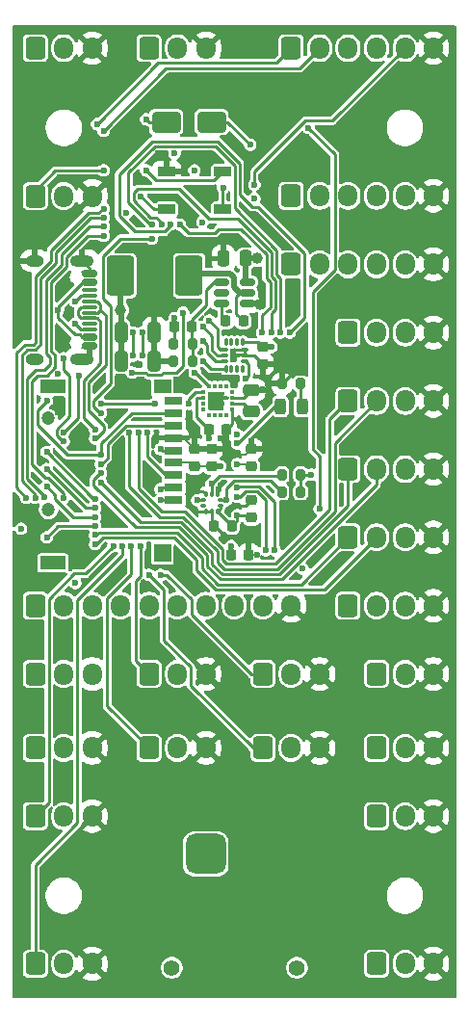
<source format=gtl>
%TF.GenerationSoftware,KiCad,Pcbnew,9.0.6*%
%TF.CreationDate,2026-01-30T19:54:56-05:00*%
%TF.ProjectId,flight controller,666c6967-6874-4206-936f-6e74726f6c6c,rev?*%
%TF.SameCoordinates,Original*%
%TF.FileFunction,Copper,L1,Top*%
%TF.FilePolarity,Positive*%
%FSLAX46Y46*%
G04 Gerber Fmt 4.6, Leading zero omitted, Abs format (unit mm)*
G04 Created by KiCad (PCBNEW 9.0.6) date 2026-01-30 19:54:56*
%MOMM*%
%LPD*%
G01*
G04 APERTURE LIST*
G04 Aperture macros list*
%AMRoundRect*
0 Rectangle with rounded corners*
0 $1 Rounding radius*
0 $2 $3 $4 $5 $6 $7 $8 $9 X,Y pos of 4 corners*
0 Add a 4 corners polygon primitive as box body*
4,1,4,$2,$3,$4,$5,$6,$7,$8,$9,$2,$3,0*
0 Add four circle primitives for the rounded corners*
1,1,$1+$1,$2,$3*
1,1,$1+$1,$4,$5*
1,1,$1+$1,$6,$7*
1,1,$1+$1,$8,$9*
0 Add four rect primitives between the rounded corners*
20,1,$1+$1,$2,$3,$4,$5,0*
20,1,$1+$1,$4,$5,$6,$7,0*
20,1,$1+$1,$6,$7,$8,$9,0*
20,1,$1+$1,$8,$9,$2,$3,0*%
G04 Aperture macros list end*
%TA.AperFunction,SMDPad,CuDef*%
%ADD10RoundRect,0.200000X-0.200000X-0.275000X0.200000X-0.275000X0.200000X0.275000X-0.200000X0.275000X0*%
%TD*%
%TA.AperFunction,ComponentPad*%
%ADD11RoundRect,0.250000X-0.600000X-0.725000X0.600000X-0.725000X0.600000X0.725000X-0.600000X0.725000X0*%
%TD*%
%TA.AperFunction,ComponentPad*%
%ADD12O,1.700000X1.950000*%
%TD*%
%TA.AperFunction,SMDPad,CuDef*%
%ADD13RoundRect,0.225000X-0.225000X-0.250000X0.225000X-0.250000X0.225000X0.250000X-0.225000X0.250000X0*%
%TD*%
%TA.AperFunction,SMDPad,CuDef*%
%ADD14RoundRect,0.225000X0.250000X-0.225000X0.250000X0.225000X-0.250000X0.225000X-0.250000X-0.225000X0*%
%TD*%
%TA.AperFunction,SMDPad,CuDef*%
%ADD15RoundRect,0.225000X0.225000X0.250000X-0.225000X0.250000X-0.225000X-0.250000X0.225000X-0.250000X0*%
%TD*%
%TA.AperFunction,ComponentPad*%
%ADD16C,1.400000*%
%TD*%
%TA.AperFunction,ComponentPad*%
%ADD17RoundRect,0.770000X0.980000X0.980000X-0.980000X0.980000X-0.980000X-0.980000X0.980000X-0.980000X0*%
%TD*%
%TA.AperFunction,ComponentPad*%
%ADD18C,3.500000*%
%TD*%
%TA.AperFunction,SMDPad,CuDef*%
%ADD19RoundRect,0.225000X-0.250000X0.225000X-0.250000X-0.225000X0.250000X-0.225000X0.250000X0.225000X0*%
%TD*%
%TA.AperFunction,SMDPad,CuDef*%
%ADD20RoundRect,0.250000X0.325000X0.650000X-0.325000X0.650000X-0.325000X-0.650000X0.325000X-0.650000X0*%
%TD*%
%TA.AperFunction,SMDPad,CuDef*%
%ADD21RoundRect,0.250000X1.000000X0.650000X-1.000000X0.650000X-1.000000X-0.650000X1.000000X-0.650000X0*%
%TD*%
%TA.AperFunction,SMDPad,CuDef*%
%ADD22RoundRect,0.250000X0.925000X1.500000X-0.925000X1.500000X-0.925000X-1.500000X0.925000X-1.500000X0*%
%TD*%
%TA.AperFunction,SMDPad,CuDef*%
%ADD23RoundRect,0.150000X-0.500000X0.150000X-0.500000X-0.150000X0.500000X-0.150000X0.500000X0.150000X0*%
%TD*%
%TA.AperFunction,SMDPad,CuDef*%
%ADD24RoundRect,0.075000X-0.575000X0.075000X-0.575000X-0.075000X0.575000X-0.075000X0.575000X0.075000X0*%
%TD*%
%TA.AperFunction,HeatsinkPad*%
%ADD25O,2.100000X1.000000*%
%TD*%
%TA.AperFunction,HeatsinkPad*%
%ADD26O,1.600000X1.000000*%
%TD*%
%TA.AperFunction,SMDPad,CuDef*%
%ADD27RoundRect,0.250000X0.475000X-0.250000X0.475000X0.250000X-0.475000X0.250000X-0.475000X-0.250000X0*%
%TD*%
%TA.AperFunction,SMDPad,CuDef*%
%ADD28RoundRect,0.250000X0.250000X0.475000X-0.250000X0.475000X-0.250000X-0.475000X0.250000X-0.475000X0*%
%TD*%
%TA.AperFunction,SMDPad,CuDef*%
%ADD29RoundRect,0.200000X0.200000X0.275000X-0.200000X0.275000X-0.200000X-0.275000X0.200000X-0.275000X0*%
%TD*%
%TA.AperFunction,SMDPad,CuDef*%
%ADD30RoundRect,0.090000X0.660000X0.360000X-0.660000X0.360000X-0.660000X-0.360000X0.660000X-0.360000X0*%
%TD*%
%TA.AperFunction,ComponentPad*%
%ADD31C,1.200000*%
%TD*%
%TA.AperFunction,SMDPad,CuDef*%
%ADD32R,1.600000X0.700000*%
%TD*%
%TA.AperFunction,SMDPad,CuDef*%
%ADD33R,1.500000X1.200000*%
%TD*%
%TA.AperFunction,SMDPad,CuDef*%
%ADD34R,2.200000X1.200000*%
%TD*%
%TA.AperFunction,SMDPad,CuDef*%
%ADD35R,1.500000X1.600000*%
%TD*%
%TA.AperFunction,SMDPad,CuDef*%
%ADD36RoundRect,0.243750X0.243750X0.456250X-0.243750X0.456250X-0.243750X-0.456250X0.243750X-0.456250X0*%
%TD*%
%TA.AperFunction,SMDPad,CuDef*%
%ADD37RoundRect,0.087500X0.125000X0.087500X-0.125000X0.087500X-0.125000X-0.087500X0.125000X-0.087500X0*%
%TD*%
%TA.AperFunction,SMDPad,CuDef*%
%ADD38RoundRect,0.087500X0.087500X0.125000X-0.087500X0.125000X-0.087500X-0.125000X0.087500X-0.125000X0*%
%TD*%
%TA.AperFunction,SMDPad,CuDef*%
%ADD39R,0.450000X0.300000*%
%TD*%
%TA.AperFunction,SMDPad,CuDef*%
%ADD40R,0.300000X0.450000*%
%TD*%
%TA.AperFunction,SMDPad,CuDef*%
%ADD41RoundRect,0.250000X-0.325000X-0.650000X0.325000X-0.650000X0.325000X0.650000X-0.325000X0.650000X0*%
%TD*%
%TA.AperFunction,SMDPad,CuDef*%
%ADD42RoundRect,0.150000X0.512500X0.150000X-0.512500X0.150000X-0.512500X-0.150000X0.512500X-0.150000X0*%
%TD*%
%TA.AperFunction,SMDPad,CuDef*%
%ADD43RoundRect,0.087500X0.087500X-0.225000X0.087500X0.225000X-0.087500X0.225000X-0.087500X-0.225000X0*%
%TD*%
%TA.AperFunction,SMDPad,CuDef*%
%ADD44RoundRect,0.087500X0.225000X-0.087500X0.225000X0.087500X-0.225000X0.087500X-0.225000X-0.087500X0*%
%TD*%
%TA.AperFunction,ViaPad*%
%ADD45C,0.600000*%
%TD*%
%TA.AperFunction,ViaPad*%
%ADD46C,1.000000*%
%TD*%
%TA.AperFunction,Conductor*%
%ADD47C,0.250000*%
%TD*%
%TA.AperFunction,Conductor*%
%ADD48C,0.200000*%
%TD*%
%TA.AperFunction,Conductor*%
%ADD49C,0.500000*%
%TD*%
%TA.AperFunction,Conductor*%
%ADD50C,1.000000*%
%TD*%
G04 APERTURE END LIST*
D10*
%TO.P,R2,1*%
%TO.N,+3.3V*%
X152175000Y-79000000D03*
%TO.P,R2,2*%
%TO.N,Net-(U1-FB)*%
X153825000Y-79000000D03*
%TD*%
D11*
%TO.P,J4,1,Pin_1*%
%TO.N,/M3*%
X160000000Y-108000000D03*
D12*
%TO.P,J4,2,Pin_2*%
%TO.N,+5V*%
X162500000Y-108000000D03*
%TO.P,J4,3,Pin_3*%
%TO.N,GND*%
X165000000Y-108000000D03*
%TD*%
D13*
%TO.P,C9,1*%
%TO.N,+3.3V*%
X157225000Y-97500000D03*
%TO.P,C9,2*%
%TO.N,GND*%
X158775000Y-97500000D03*
%TD*%
D11*
%TO.P,J10,1,Pin_1*%
%TO.N,/M8*%
X170000000Y-114500000D03*
D12*
%TO.P,J10,2,Pin_2*%
%TO.N,+5V*%
X172500000Y-114500000D03*
%TO.P,J10,3,Pin_3*%
%TO.N,GND*%
X175000000Y-114500000D03*
%TD*%
D11*
%TO.P,J22,1,Pin_1*%
%TO.N,/UART5_TX*%
X167500000Y-96000000D03*
D12*
%TO.P,J22,2,Pin_2*%
%TO.N,/UART5_RX*%
X170000000Y-96000000D03*
%TO.P,J22,3,Pin_3*%
%TO.N,+5V*%
X172500000Y-96000000D03*
%TO.P,J22,4,Pin_4*%
%TO.N,GND*%
X175000000Y-96000000D03*
%TD*%
D14*
%TO.P,C25,1*%
%TO.N,GND*%
X160000000Y-80775000D03*
%TO.P,C25,2*%
%TO.N,+3.3V*%
X160000000Y-79225000D03*
%TD*%
D11*
%TO.P,J26,1,Pin_1*%
%TO.N,/UART6_TX*%
X167500000Y-90000000D03*
D12*
%TO.P,J26,2,Pin_2*%
%TO.N,/UART6_RX*%
X170000000Y-90000000D03*
%TO.P,J26,3,Pin_3*%
%TO.N,+5V*%
X172500000Y-90000000D03*
%TO.P,J26,4,Pin_4*%
%TO.N,GND*%
X175000000Y-90000000D03*
%TD*%
D15*
%TO.P,C1,1*%
%TO.N,Net-(U1-SW)*%
X158275000Y-77000000D03*
%TO.P,C1,2*%
%TO.N,Net-(U1-BOOT)*%
X156725000Y-77000000D03*
%TD*%
D16*
%TO.P,J1,*%
%TO.N,*%
X163000000Y-133825000D03*
X152000000Y-133825000D03*
D17*
%TO.P,J1,1,Pin_1*%
%TO.N,+5V*%
X155000000Y-123825000D03*
D18*
%TO.P,J1,2,Pin_2*%
%TO.N,GND*%
X160000000Y-123825000D03*
%TD*%
D11*
%TO.P,J16,1,Pin_1*%
%TO.N,/VIDEO_IN*%
X140000000Y-53000000D03*
D12*
%TO.P,J16,2,Pin_2*%
%TO.N,+5V*%
X142500000Y-53000000D03*
%TO.P,J16,3,Pin_3*%
%TO.N,GND*%
X145000000Y-53000000D03*
%TD*%
D11*
%TO.P,J11,1,Pin_1*%
%TO.N,/M9*%
X140000000Y-120500000D03*
D12*
%TO.P,J11,2,Pin_2*%
%TO.N,+5V*%
X142500000Y-120500000D03*
%TO.P,J11,3,Pin_3*%
%TO.N,GND*%
X145000000Y-120500000D03*
%TD*%
D19*
%TO.P,C15,1*%
%TO.N,GND*%
X154000000Y-88225000D03*
%TO.P,C15,2*%
%TO.N,+3.3V*%
X154000000Y-89775000D03*
%TD*%
D11*
%TO.P,J13,1,Pin_1*%
%TO.N,/M11*%
X140000000Y-133475000D03*
D12*
%TO.P,J13,2,Pin_2*%
%TO.N,+5V*%
X142500000Y-133475000D03*
%TO.P,J13,3,Pin_3*%
%TO.N,GND*%
X145000000Y-133475000D03*
%TD*%
D20*
%TO.P,C4,1*%
%TO.N,GND*%
X150475000Y-80500000D03*
%TO.P,C4,2*%
%TO.N,+3.3V*%
X147525000Y-80500000D03*
%TD*%
D13*
%TO.P,C3,1*%
%TO.N,+3.3V*%
X152225000Y-77500000D03*
%TO.P,C3,2*%
%TO.N,Net-(U1-FB)*%
X153775000Y-77500000D03*
%TD*%
D21*
%TO.P,D1,1,K*%
%TO.N,Net-(D1-K)*%
X155500000Y-59500000D03*
%TO.P,D1,2,A*%
%TO.N,+5V*%
X151500000Y-59500000D03*
%TD*%
D11*
%TO.P,J21,1,Pin_1*%
%TO.N,/UART3_TX*%
X162500000Y-65975000D03*
D12*
%TO.P,J21,2,Pin_2*%
%TO.N,/UART3_RX*%
X165000000Y-65975000D03*
%TO.P,J21,3,Pin_3*%
%TO.N,/UART3_CTS*%
X167500000Y-65975000D03*
%TO.P,J21,4,Pin_4*%
%TO.N,/UART3_RTS*%
X170000000Y-65975000D03*
%TO.P,J21,5,Pin_5*%
%TO.N,+5V*%
X172500000Y-65975000D03*
%TO.P,J21,6,Pin_6*%
%TO.N,GND*%
X175000000Y-65975000D03*
%TD*%
D22*
%TO.P,L1,1,1*%
%TO.N,Net-(U1-SW)*%
X153525000Y-73000000D03*
%TO.P,L1,2,2*%
%TO.N,+3.3V*%
X147475000Y-73000000D03*
%TD*%
D11*
%TO.P,J18,1,Pin_1*%
%TO.N,Net-(D2-DOUT)*%
X140000000Y-66000000D03*
D12*
%TO.P,J18,2,Pin_2*%
%TO.N,+5V*%
X142500000Y-66000000D03*
%TO.P,J18,3,Pin_3*%
%TO.N,GND*%
X145000000Y-66000000D03*
%TD*%
D11*
%TO.P,J12,1,Pin_1*%
%TO.N,/M10*%
X170000000Y-120500000D03*
D12*
%TO.P,J12,2,Pin_2*%
%TO.N,+5V*%
X172500000Y-120500000D03*
%TO.P,J12,3,Pin_3*%
%TO.N,GND*%
X175000000Y-120500000D03*
%TD*%
D11*
%TO.P,J25,1,Pin_1*%
%TO.N,/SWDIO*%
X162500000Y-53000000D03*
D12*
%TO.P,J25,2,Pin_2*%
%TO.N,/SWCLK*%
X165000000Y-53000000D03*
%TO.P,J25,3,Pin_3*%
%TO.N,/NRST*%
X167500000Y-53000000D03*
%TO.P,J25,4,Pin_4*%
%TO.N,/BOOT0*%
X170000000Y-53000000D03*
%TO.P,J25,5,Pin_5*%
%TO.N,+3.3V*%
X172500000Y-53000000D03*
%TO.P,J25,6,Pin_6*%
%TO.N,GND*%
X175000000Y-53000000D03*
%TD*%
D23*
%TO.P,J19,A1,GND*%
%TO.N,GND*%
X144745000Y-72800000D03*
%TO.P,J19,A4,VBUS*%
%TO.N,/VBUS*%
X144745000Y-73600000D03*
D24*
%TO.P,J19,A5,CC1*%
%TO.N,Net-(J19-CC1)*%
X144745000Y-74750000D03*
%TO.P,J19,A6,D+*%
%TO.N,/USB_DP*%
X144745000Y-75750000D03*
%TO.P,J19,A7,D-*%
%TO.N,/USB_DN*%
X144745000Y-76250000D03*
%TO.P,J19,A8,SBU1*%
%TO.N,unconnected-(J19-SBU1-PadA8)*%
X144745000Y-77250000D03*
D23*
%TO.P,J19,A9,VBUS*%
%TO.N,/VBUS*%
X144745000Y-78400000D03*
%TO.P,J19,A12,GND*%
%TO.N,GND*%
X144745000Y-79200000D03*
%TO.P,J19,B1,GND*%
X144745000Y-79200000D03*
%TO.P,J19,B4,VBUS*%
%TO.N,/VBUS*%
X144745000Y-78400000D03*
D24*
%TO.P,J19,B5,CC2*%
%TO.N,Net-(J19-CC2)*%
X144745000Y-77750000D03*
%TO.P,J19,B6,D+*%
%TO.N,/USB_DP*%
X144745000Y-76750000D03*
%TO.P,J19,B7,D-*%
%TO.N,/USB_DN*%
X144745000Y-75250000D03*
%TO.P,J19,B8,SBU2*%
%TO.N,unconnected-(J19-SBU2-PadB8)*%
X144745000Y-74250000D03*
D23*
%TO.P,J19,B9,VBUS*%
%TO.N,/VBUS*%
X144745000Y-73600000D03*
%TO.P,J19,B12,GND*%
%TO.N,GND*%
X144745000Y-72800000D03*
D25*
%TO.P,J19,S1,SHIELD*%
X144105000Y-71680000D03*
D26*
X139925000Y-71680000D03*
D25*
X144105000Y-80320000D03*
D26*
X139925000Y-80320000D03*
%TD*%
D11*
%TO.P,J27,1,Pin_1*%
%TO.N,/UART4_TX*%
X167500000Y-84000000D03*
D12*
%TO.P,J27,2,Pin_2*%
%TO.N,/UART4_RX*%
X170000000Y-84000000D03*
%TO.P,J27,3,Pin_3*%
%TO.N,+5V*%
X172500000Y-84000000D03*
%TO.P,J27,4,Pin_4*%
%TO.N,GND*%
X175000000Y-84000000D03*
%TD*%
D11*
%TO.P,J3,1,Pin_1*%
%TO.N,/M2*%
X150000000Y-108000000D03*
D12*
%TO.P,J3,2,Pin_2*%
%TO.N,+5V*%
X152500000Y-108000000D03*
%TO.P,J3,3,Pin_3*%
%TO.N,GND*%
X155000000Y-108000000D03*
%TD*%
D27*
%TO.P,C16,1*%
%TO.N,Net-(U3-C1)*%
X159000000Y-84950000D03*
%TO.P,C16,2*%
%TO.N,GND*%
X159000000Y-83050000D03*
%TD*%
D28*
%TO.P,C2,1*%
%TO.N,+5V*%
X158450000Y-71500000D03*
%TO.P,C2,2*%
%TO.N,GND*%
X156550000Y-71500000D03*
%TD*%
D29*
%TO.P,R8,1*%
%TO.N,Net-(U1-FB)*%
X153825000Y-80500000D03*
%TO.P,R8,2*%
%TO.N,GND*%
X152175000Y-80500000D03*
%TD*%
D10*
%TO.P,R7,1*%
%TO.N,/I2C_SCL*%
X161675000Y-92000000D03*
%TO.P,R7,2*%
%TO.N,+3.3V*%
X163325000Y-92000000D03*
%TD*%
D11*
%TO.P,J14,1,Pin_1*%
%TO.N,/M12*%
X170000000Y-133475000D03*
D12*
%TO.P,J14,2,Pin_2*%
%TO.N,+5V*%
X172500000Y-133475000D03*
%TO.P,J14,3,Pin_3*%
%TO.N,GND*%
X175000000Y-133475000D03*
%TD*%
D10*
%TO.P,R10,1*%
%TO.N,/I2C_SDA*%
X161675000Y-90500000D03*
%TO.P,R10,2*%
%TO.N,+3.3V*%
X163325000Y-90500000D03*
%TD*%
D30*
%TO.P,D2,1,VDD*%
%TO.N,Net-(D1-K)*%
X156450000Y-67150000D03*
%TO.P,D2,2,DOUT*%
%TO.N,Net-(D2-DOUT)*%
X156450000Y-63850000D03*
%TO.P,D2,3,VSS*%
%TO.N,GND*%
X151550000Y-63850000D03*
%TO.P,D2,4,DIN*%
%TO.N,/LED*%
X151550000Y-67150000D03*
%TD*%
D11*
%TO.P,J6,1,Pin_1*%
%TO.N,/M5*%
X140000000Y-114500000D03*
D12*
%TO.P,J6,2,Pin_2*%
%TO.N,+5V*%
X142500000Y-114500000D03*
%TO.P,J6,3,Pin_3*%
%TO.N,GND*%
X145000000Y-114500000D03*
%TD*%
D31*
%TO.P,J8,*%
%TO.N,*%
X141162500Y-85550000D03*
X141162500Y-93550000D03*
D32*
%TO.P,J8,1,DAT2*%
%TO.N,/SD_D2*%
X152162500Y-92750000D03*
%TO.P,J8,2,DAT3/CD*%
%TO.N,/SD_D3*%
X152162500Y-91650000D03*
%TO.P,J8,3,CMD*%
%TO.N,/SD_CMD*%
X152162500Y-90550000D03*
%TO.P,J8,4,VDD*%
%TO.N,+3.3V*%
X152162500Y-89450000D03*
%TO.P,J8,5,CLK*%
%TO.N,/SD_CK*%
X152162500Y-88350000D03*
%TO.P,J8,6,VSS*%
%TO.N,GND*%
X152162500Y-87250000D03*
%TO.P,J8,7,DAT0*%
%TO.N,/SD_D0*%
X152162500Y-86150000D03*
%TO.P,J8,8,DAT1*%
%TO.N,/SD_D1*%
X152162500Y-85050000D03*
D33*
%TO.P,J8,10*%
%TO.N,N/C*%
X151162500Y-82750000D03*
D34*
%TO.P,J8,11*%
X141562500Y-82750000D03*
%TO.P,J8,12*%
X141562500Y-98250000D03*
D35*
%TO.P,J8,13*%
X151162500Y-97350000D03*
D32*
%TO.P,J8,CD*%
X152162500Y-83950000D03*
%TD*%
D36*
%TO.P,D3,1,K*%
%TO.N,Net-(D3-K)*%
X163437500Y-84500000D03*
%TO.P,D3,2,A*%
%TO.N,/ARM_LED*%
X161562500Y-84500000D03*
%TD*%
D11*
%TO.P,J2,1,Pin_1*%
%TO.N,/M1*%
X140000000Y-108000000D03*
D12*
%TO.P,J2,2,Pin_2*%
%TO.N,+5V*%
X142500000Y-108000000D03*
%TO.P,J2,3,Pin_3*%
%TO.N,GND*%
X145000000Y-108000000D03*
%TD*%
D19*
%TO.P,C8,1*%
%TO.N,GND*%
X159000000Y-92725000D03*
%TO.P,C8,2*%
%TO.N,+3.3V*%
X159000000Y-94275000D03*
%TD*%
D11*
%TO.P,J20,1,Pin_1*%
%TO.N,/UART2_TX*%
X162500000Y-72000000D03*
D12*
%TO.P,J20,2,Pin_2*%
%TO.N,/UART2_RX*%
X165000000Y-72000000D03*
%TO.P,J20,3,Pin_3*%
%TO.N,/UART2_CTS*%
X167500000Y-72000000D03*
%TO.P,J20,4,Pin_4*%
%TO.N,/UART2_RTS*%
X170000000Y-72000000D03*
%TO.P,J20,5,Pin_5*%
%TO.N,+5V*%
X172500000Y-72000000D03*
%TO.P,J20,6,Pin_6*%
%TO.N,GND*%
X175000000Y-72000000D03*
%TD*%
D11*
%TO.P,J23,1,Pin_1*%
%TO.N,/UART8_TX*%
X167500000Y-78000000D03*
D12*
%TO.P,J23,2,Pin_2*%
%TO.N,/UART8_RX*%
X170000000Y-78000000D03*
%TO.P,J23,3,Pin_3*%
%TO.N,+5V*%
X172500000Y-78000000D03*
%TO.P,J23,4,Pin_4*%
%TO.N,GND*%
X175000000Y-78000000D03*
%TD*%
D37*
%TO.P,U2,1,VDDIO*%
%TO.N,+3.3V*%
X156262500Y-93250000D03*
%TO.P,U2,2,SCK*%
%TO.N,/I2C_SCL*%
X156262500Y-92750000D03*
D38*
%TO.P,U2,3,VSS*%
%TO.N,GND*%
X156000000Y-92237500D03*
%TO.P,U2,4,SDI*%
%TO.N,/I2C_SDA*%
X155500000Y-92237500D03*
%TO.P,U2,5,SDO*%
%TO.N,GND*%
X155000000Y-92237500D03*
D37*
%TO.P,U2,6,CSB*%
%TO.N,+3.3V*%
X154737500Y-92750000D03*
%TO.P,U2,7,INT*%
%TO.N,unconnected-(U2-INT-Pad7)*%
X154737500Y-93250000D03*
D38*
%TO.P,U2,8,VSS*%
%TO.N,GND*%
X155000000Y-93762500D03*
%TO.P,U2,9,VSS*%
X155500000Y-93762500D03*
%TO.P,U2,10,VDD*%
%TO.N,+3.3V*%
X156000000Y-93762500D03*
%TD*%
D11*
%TO.P,J15,1,Pin_1*%
%TO.N,/I2C4_SCL*%
X167500000Y-102000000D03*
D12*
%TO.P,J15,2,Pin_2*%
%TO.N,/I2C4_SDA*%
X170000000Y-102000000D03*
%TO.P,J15,3,Pin_3*%
%TO.N,+5V*%
X172500000Y-102000000D03*
%TO.P,J15,4,Pin_4*%
%TO.N,GND*%
X175000000Y-102000000D03*
%TD*%
D14*
%TO.P,C7,1*%
%TO.N,+3.3V*%
X159000000Y-89775000D03*
%TO.P,C7,2*%
%TO.N,GND*%
X159000000Y-88225000D03*
%TD*%
D39*
%TO.P,U3,1,SCK*%
%TO.N,/I2C_SCL*%
X154725000Y-83250000D03*
%TO.P,U3,2,VDD*%
%TO.N,+3.3V*%
X154725000Y-83750000D03*
%TO.P,U3,3,NC*%
%TO.N,unconnected-(U3-NC-Pad3)*%
X154725000Y-84250000D03*
%TO.P,U3,4,NC*%
%TO.N,unconnected-(U3-NC-Pad4)*%
X154725000Y-84750000D03*
D40*
%TO.P,U3,5,NC*%
%TO.N,unconnected-(U3-NC-Pad5)*%
X155250000Y-85275000D03*
%TO.P,U3,6,NC*%
%TO.N,unconnected-(U3-NC-Pad6)*%
X155750000Y-85275000D03*
%TO.P,U3,7,NC*%
%TO.N,unconnected-(U3-NC-Pad7)*%
X156250000Y-85275000D03*
%TO.P,U3,8,NC*%
%TO.N,unconnected-(U3-NC-Pad8)*%
X156750000Y-85275000D03*
D39*
%TO.P,U3,9,GND*%
%TO.N,GND*%
X157275000Y-84750000D03*
%TO.P,U3,10,C1*%
%TO.N,Net-(U3-C1)*%
X157275000Y-84250000D03*
%TO.P,U3,11,GND*%
%TO.N,GND*%
X157275000Y-83750000D03*
%TO.P,U3,12,NC*%
%TO.N,unconnected-(U3-NC-Pad12)*%
X157275000Y-83250000D03*
D40*
%TO.P,U3,13,NC*%
%TO.N,unconnected-(U3-NC-Pad13)*%
X156750000Y-82725000D03*
%TO.P,U3,14,NC*%
%TO.N,unconnected-(U3-NC-Pad14)*%
X156250000Y-82725000D03*
%TO.P,U3,15,NC*%
%TO.N,unconnected-(U3-NC-Pad15)*%
X155750000Y-82725000D03*
%TO.P,U3,16,SDA*%
%TO.N,/I2C_SDA*%
X155250000Y-82725000D03*
%TD*%
D11*
%TO.P,J17,1,Pin_1*%
%TO.N,/VIDEO_OUT*%
X150000000Y-53000000D03*
D12*
%TO.P,J17,2,Pin_2*%
%TO.N,+5V*%
X152500000Y-53000000D03*
%TO.P,J17,3,Pin_3*%
%TO.N,GND*%
X155000000Y-53000000D03*
%TD*%
D41*
%TO.P,C5,1*%
%TO.N,+3.3V*%
X147525000Y-78000000D03*
%TO.P,C5,2*%
%TO.N,GND*%
X150475000Y-78000000D03*
%TD*%
D19*
%TO.P,C14,1*%
%TO.N,GND*%
X155500000Y-88225000D03*
%TO.P,C14,2*%
%TO.N,+3.3V*%
X155500000Y-89775000D03*
%TD*%
D11*
%TO.P,J24,1,Pin_1*%
%TO.N,+5V*%
X140000000Y-102000000D03*
D12*
%TO.P,J24,2,Pin_2*%
%TO.N,/A1*%
X142500000Y-102000000D03*
%TO.P,J24,3,Pin_3*%
%TO.N,/A2*%
X145000000Y-102000000D03*
%TO.P,J24,4,Pin_4*%
%TO.N,/A3*%
X147500000Y-102000000D03*
%TO.P,J24,5,Pin_5*%
%TO.N,/A4*%
X150000000Y-102000000D03*
%TO.P,J24,6,Pin_6*%
%TO.N,/A5*%
X152500000Y-102000000D03*
%TO.P,J24,7,Pin_7*%
%TO.N,/A6*%
X155000000Y-102000000D03*
%TO.P,J24,8,Pin_8*%
%TO.N,/A7*%
X157500000Y-102000000D03*
%TO.P,J24,9,Pin_9*%
%TO.N,/A8*%
X160000000Y-102000000D03*
%TO.P,J24,10,Pin_10*%
%TO.N,GND*%
X162500000Y-102000000D03*
%TD*%
D13*
%TO.P,C13,1*%
%TO.N,+3.3V*%
X155225000Y-86500000D03*
%TO.P,C13,2*%
%TO.N,GND*%
X156775000Y-86500000D03*
%TD*%
D42*
%TO.P,U1,1,GND*%
%TO.N,GND*%
X158637500Y-75450000D03*
%TO.P,U1,2,SW*%
%TO.N,Net-(U1-SW)*%
X158637500Y-74500000D03*
%TO.P,U1,3,VIN*%
%TO.N,+5V*%
X158637500Y-73550000D03*
%TO.P,U1,4,FB*%
%TO.N,Net-(U1-FB)*%
X156362500Y-73550000D03*
%TO.P,U1,5,EN*%
%TO.N,unconnected-(U1-EN-Pad5)*%
X156362500Y-74500000D03*
%TO.P,U1,6,BOOT*%
%TO.N,Net-(U1-BOOT)*%
X156362500Y-75450000D03*
%TD*%
D11*
%TO.P,J9,1,Pin_1*%
%TO.N,/M7*%
X160000000Y-114500000D03*
D12*
%TO.P,J9,2,Pin_2*%
%TO.N,+5V*%
X162500000Y-114500000D03*
%TO.P,J9,3,Pin_3*%
%TO.N,GND*%
X165000000Y-114500000D03*
%TD*%
D43*
%TO.P,U6,1,AP_SDO/AP_AD0*%
%TO.N,/IMU_MISO*%
X156750000Y-81162500D03*
%TO.P,U6,2,RESV*%
%TO.N,unconnected-(U6-RESV-Pad2)*%
X157250000Y-81162500D03*
%TO.P,U6,3,RESV*%
%TO.N,unconnected-(U6-RESV-Pad3)*%
X157750000Y-81162500D03*
%TO.P,U6,4,INT1/INT*%
%TO.N,unconnected-(U6-INT1{slash}INT-Pad4)*%
X158250000Y-81162500D03*
D44*
%TO.P,U6,5,VDDIO*%
%TO.N,+3.3V*%
X158412500Y-80500000D03*
%TO.P,U6,6,GND*%
%TO.N,GND*%
X158412500Y-80000000D03*
%TO.P,U6,7,RESV*%
X158412500Y-79500000D03*
D43*
%TO.P,U6,8,VDD*%
%TO.N,+3.3V*%
X158250000Y-78837500D03*
%TO.P,U6,9,INT2/FSYNC/CLKIN*%
%TO.N,unconnected-(U6-INT2{slash}FSYNC{slash}CLKIN-Pad9)*%
X157750000Y-78837500D03*
%TO.P,U6,10,RESV*%
%TO.N,unconnected-(U6-RESV-Pad10)*%
X157250000Y-78837500D03*
%TO.P,U6,11,RESV*%
%TO.N,unconnected-(U6-RESV-Pad11)*%
X156750000Y-78837500D03*
D44*
%TO.P,U6,12,AP_CS*%
%TO.N,/IMU_CS*%
X156587500Y-79500000D03*
%TO.P,U6,13,AP_SCL/AP_SCLK*%
%TO.N,/IMU_SCK*%
X156587500Y-80000000D03*
%TO.P,U6,14,AP_SDA/AP_SDIO/AP_SDI*%
%TO.N,/IMU_MOSI*%
X156587500Y-80500000D03*
%TD*%
D29*
%TO.P,R20,1*%
%TO.N,Net-(D3-K)*%
X163325000Y-82500000D03*
%TO.P,R20,2*%
%TO.N,GND*%
X161675000Y-82500000D03*
%TD*%
D13*
%TO.P,C12,1*%
%TO.N,GND*%
X155725000Y-95000000D03*
%TO.P,C12,2*%
%TO.N,+3.3V*%
X157275000Y-95000000D03*
%TD*%
D11*
%TO.P,J7,1,Pin_1*%
%TO.N,/M6*%
X150000000Y-114500000D03*
D12*
%TO.P,J7,2,Pin_2*%
%TO.N,+5V*%
X152500000Y-114500000D03*
%TO.P,J7,3,Pin_3*%
%TO.N,GND*%
X155000000Y-114500000D03*
%TD*%
D11*
%TO.P,J5,1,Pin_1*%
%TO.N,/M4*%
X170000000Y-108000000D03*
D12*
%TO.P,J5,2,Pin_2*%
%TO.N,+5V*%
X172500000Y-108000000D03*
%TO.P,J5,3,Pin_3*%
%TO.N,GND*%
X175000000Y-108000000D03*
%TD*%
D45*
%TO.N,GND*%
X155500000Y-68625000D03*
X164250000Y-91750000D03*
X165000000Y-81000000D03*
X157750000Y-93250000D03*
X150750000Y-62250000D03*
X141000000Y-68000000D03*
D46*
X150500000Y-76000000D03*
D45*
X163362201Y-81525000D03*
X154226053Y-91918051D03*
X142000000Y-85000000D03*
X151375000Y-80500000D03*
X160750000Y-80750000D03*
X165000000Y-88000000D03*
X159250000Y-67750000D03*
X166500000Y-61500000D03*
X142000000Y-74500000D03*
D46*
X159750000Y-75500000D03*
D45*
X157750000Y-88750000D03*
X160000000Y-83000000D03*
X156250000Y-87250000D03*
X159500000Y-97500000D03*
D46*
X157000000Y-69750000D03*
D45*
X157500000Y-80250000D03*
X156500000Y-95750000D03*
X152250000Y-70500000D03*
X156250000Y-88250000D03*
X149500000Y-100000000D03*
X160750000Y-89250000D03*
X153500000Y-60000000D03*
X143000000Y-68000000D03*
X156124999Y-91794175D03*
X145750000Y-100750000D03*
%TO.N,+5V*%
X149750000Y-59250000D03*
D46*
X159500000Y-71500000D03*
%TO.N,+3.3V*%
X147500000Y-76000000D03*
D45*
X152250000Y-76750000D03*
X141997517Y-81648998D03*
X156250000Y-89750000D03*
X154698443Y-68290942D03*
X155250000Y-87250000D03*
X157226688Y-96773312D03*
X153995000Y-63750000D03*
X157750000Y-94050003D03*
X148000000Y-67500000D03*
X157750000Y-89550003D03*
X158500000Y-82000000D03*
X143500000Y-100000000D03*
X163500000Y-98750000D03*
X159250000Y-66250000D03*
X154226053Y-92718054D03*
X138750000Y-95250000D03*
X160750000Y-79250000D03*
X152250000Y-62250000D03*
X157741374Y-86931020D03*
X164250000Y-90500000D03*
X159250000Y-65000000D03*
%TO.N,/VCAP*%
X145750000Y-84250000D03*
X150500000Y-84250000D03*
%TO.N,/SD_D1*%
X141000000Y-84000000D03*
X145750000Y-88750000D03*
%TO.N,/SD_D3*%
X141000000Y-90000000D03*
X145250000Y-93399994D03*
X151000000Y-91750000D03*
%TO.N,/SD_D0*%
X145750000Y-89550003D03*
%TO.N,/SD_CMD*%
X145250000Y-95000000D03*
X141000000Y-96000000D03*
X149850006Y-86775000D03*
%TO.N,/SD_CK*%
X141000000Y-91500000D03*
X145250000Y-94199997D03*
X151000000Y-88250000D03*
%TO.N,/SD_D2*%
X145250000Y-92599991D03*
X151000000Y-92750000D03*
X141000000Y-88500000D03*
%TO.N,/M2*%
X149250000Y-96750000D03*
%TO.N,/M3*%
X151000000Y-99289352D03*
%TO.N,/M6*%
X148449997Y-96750000D03*
%TO.N,/M7*%
X150000000Y-99289352D03*
%TO.N,/M9*%
X146849991Y-96750000D03*
%TO.N,/M11*%
X147649994Y-96750000D03*
%TO.N,/LED*%
X149269998Y-66000000D03*
X145750000Y-85050003D03*
X150250000Y-69751000D03*
%TO.N,/I2C4_SCL*%
X157750000Y-92449997D03*
X160250000Y-97125000D03*
%TO.N,/I2C4_SDA*%
X161050003Y-97125000D03*
X157750000Y-91649994D03*
%TO.N,/UART2_RTS*%
X149399281Y-79993657D03*
X149400000Y-78000000D03*
%TO.N,/UART2_CTS*%
X148600000Y-78000000D03*
X148600000Y-80027619D03*
%TO.N,/UART3_RTS*%
X146000000Y-69500000D03*
X142500000Y-92500000D03*
%TO.N,/UART3_CTS*%
X140798950Y-92458976D03*
X146000000Y-68699997D03*
%TO.N,/UART6_RX*%
X145750000Y-90350006D03*
%TO.N,/UART6_TX*%
X145750000Y-91150009D03*
%TO.N,/NRST*%
X165000000Y-93500000D03*
X164000000Y-60000000D03*
%TO.N,/SWDIO*%
X143798000Y-81750000D03*
X145434313Y-59684313D03*
X142500000Y-86750000D03*
%TO.N,/SWCLK*%
X146000000Y-60250000D03*
%TO.N,/UART3_TX*%
X146000000Y-67099991D03*
X139199997Y-92500000D03*
%TO.N,/UART3_RX*%
X140000000Y-92500000D03*
X146000000Y-67899994D03*
%TO.N,/UART4_TX*%
X149050003Y-86775000D03*
%TO.N,/UART4_RX*%
X148250000Y-86775000D03*
%TO.N,/UART5_TX*%
X145250000Y-95800003D03*
%TO.N,/UART5_RX*%
X145250000Y-96600006D03*
%TO.N,/I2C_SCL*%
X156778577Y-92722028D03*
X153500000Y-84250000D03*
%TO.N,/I2C_SDA*%
X154034678Y-81538568D03*
X155500000Y-91250000D03*
%TO.N,/VBUS*%
X142000000Y-76000000D03*
%TO.N,/VBUS_SENSE*%
X142500000Y-80250000D03*
X142500000Y-87550003D03*
%TO.N,/IMU_CS*%
X153000000Y-76250000D03*
X148512527Y-81507629D03*
X155304863Y-76947854D03*
%TO.N,/OSI_SCK*%
X160750000Y-78000000D03*
X151094994Y-68500000D03*
%TO.N,/ARM_LED*%
X157750000Y-87750000D03*
%TO.N,/OSI_MISO*%
X161550003Y-78000000D03*
X150294991Y-68500000D03*
%TO.N,/IMU_SCK*%
X154724999Y-77499000D03*
%TO.N,/OSI_MOSI*%
X162350006Y-78000000D03*
X151894997Y-68500000D03*
%TO.N,/OSI_CS*%
X159949997Y-78000000D03*
X152695000Y-68500000D03*
%TO.N,/IMU_MOSI*%
X154750000Y-78750000D03*
%TO.N,/IMU_MISO*%
X154750000Y-80500000D03*
%TO.N,/USB_DN*%
X145250000Y-87300003D03*
%TO.N,/USB_DP*%
X145250000Y-86500000D03*
%TO.N,Net-(D2-DOUT)*%
X146000000Y-63750000D03*
X149750000Y-63750000D03*
%TO.N,Net-(D1-K)*%
X156500000Y-65250000D03*
X158900000Y-61500000D03*
%TO.N,Net-(J19-CC2)*%
X143500000Y-77250000D03*
%TO.N,Net-(J19-CC1)*%
X143500000Y-75250000D03*
%TD*%
D47*
%TO.N,/OSI_CS*%
X153446000Y-69251000D02*
X152695000Y-68500000D01*
X156086298Y-68924000D02*
X155759298Y-69251000D01*
X158092141Y-68924000D02*
X156086298Y-68924000D01*
X155759298Y-69251000D02*
X153446000Y-69251000D01*
%TO.N,GND*%
X152175000Y-80500000D02*
X151375000Y-80500000D01*
D48*
X158475000Y-88750000D02*
X159000000Y-88225000D01*
D49*
X158637500Y-75450000D02*
X159700000Y-75450000D01*
D47*
X155750000Y-95000000D02*
X156500000Y-95750000D01*
X159950000Y-83050000D02*
X160000000Y-83000000D01*
X155500000Y-94775000D02*
X155725000Y-95000000D01*
X144745000Y-79680000D02*
X144105000Y-80320000D01*
D49*
X150475000Y-78000000D02*
X150475000Y-76025000D01*
D47*
X159225000Y-80000000D02*
X160000000Y-80775000D01*
X154680551Y-91918051D02*
X154226053Y-91918051D01*
D49*
X159700000Y-75450000D02*
X159750000Y-75500000D01*
D47*
X144745000Y-79200000D02*
X144745000Y-79680000D01*
D48*
X152162500Y-87250000D02*
X153025000Y-87250000D01*
D47*
X156775000Y-86500000D02*
X157275000Y-86000000D01*
X155725000Y-95000000D02*
X155750000Y-95000000D01*
X161675000Y-82500000D02*
X162650000Y-81525000D01*
X155500000Y-93762500D02*
X155000000Y-93762500D01*
X158412500Y-79500000D02*
X158412500Y-80000000D01*
X156775000Y-86500000D02*
X156775000Y-86725000D01*
X158475000Y-93250000D02*
X159000000Y-92725000D01*
X156000000Y-92237500D02*
X156000000Y-91919174D01*
X162650000Y-81525000D02*
X163362201Y-81525000D01*
D48*
X154000000Y-88225000D02*
X155500000Y-88225000D01*
D47*
X155000000Y-92237500D02*
X154680551Y-91918051D01*
X157275000Y-83750000D02*
X158300000Y-83750000D01*
X156775000Y-86725000D02*
X156250000Y-87250000D01*
X160725000Y-80775000D02*
X160750000Y-80750000D01*
X157750000Y-93250000D02*
X158475000Y-93250000D01*
X144745000Y-72320000D02*
X144105000Y-71680000D01*
X157275000Y-86000000D02*
X157275000Y-84750000D01*
D48*
X155500000Y-88225000D02*
X156225000Y-88225000D01*
D49*
X156550000Y-70200000D02*
X157000000Y-69750000D01*
X150475000Y-80500000D02*
X150475000Y-78000000D01*
D48*
X157750000Y-88750000D02*
X158475000Y-88750000D01*
D47*
X144745000Y-72800000D02*
X144745000Y-72320000D01*
D49*
X150475000Y-76025000D02*
X150500000Y-76000000D01*
X156550000Y-71500000D02*
X156550000Y-70200000D01*
D47*
X151550000Y-63850000D02*
X151550000Y-63050000D01*
X158300000Y-83750000D02*
X159000000Y-83050000D01*
X158412500Y-80000000D02*
X159225000Y-80000000D01*
X159000000Y-83050000D02*
X159950000Y-83050000D01*
D48*
X156225000Y-88225000D02*
X156250000Y-88250000D01*
D47*
X155500000Y-93762500D02*
X155500000Y-94775000D01*
X151550000Y-63050000D02*
X150750000Y-62250000D01*
D48*
X153025000Y-87250000D02*
X154000000Y-88225000D01*
X158775000Y-97500000D02*
X159500000Y-97500000D01*
D47*
X156000000Y-91919174D02*
X156124999Y-91794175D01*
X151375000Y-80500000D02*
X150475000Y-80500000D01*
X160000000Y-80775000D02*
X160725000Y-80775000D01*
D49*
%TO.N,+5V*%
X158450000Y-73362500D02*
X158637500Y-73550000D01*
D47*
X151500000Y-59500000D02*
X150000000Y-59500000D01*
D49*
X158450000Y-71500000D02*
X158450000Y-73362500D01*
X158450000Y-71500000D02*
X159500000Y-71500000D01*
D47*
X150000000Y-59500000D02*
X149750000Y-59250000D01*
D49*
%TO.N,+3.3V*%
X147525000Y-80500000D02*
X147525000Y-78000000D01*
D47*
X156262500Y-93500000D02*
X156000000Y-93762500D01*
X158751000Y-81749000D02*
X158500000Y-82000000D01*
X158775003Y-94050003D02*
X159000000Y-94275000D01*
X156000000Y-93762500D02*
X156037500Y-93762500D01*
X154257999Y-92750000D02*
X154226053Y-92718054D01*
X166126000Y-59374000D02*
X163740702Y-59374000D01*
D48*
X152162500Y-89450000D02*
X153675000Y-89450000D01*
D47*
X152225000Y-77500000D02*
X152225000Y-76775000D01*
X157750000Y-94050003D02*
X158775003Y-94050003D01*
D48*
X156225000Y-89775000D02*
X156250000Y-89750000D01*
D47*
X159612500Y-78837500D02*
X158250000Y-78837500D01*
X156037500Y-93762500D02*
X157275000Y-95000000D01*
X156262500Y-93250000D02*
X156262500Y-93500000D01*
D48*
X158775003Y-89550003D02*
X159000000Y-89775000D01*
D47*
X157226688Y-96773312D02*
X157225000Y-96775000D01*
X157750000Y-94525000D02*
X157275000Y-95000000D01*
X157750000Y-94050003D02*
X157750000Y-94525000D01*
D48*
X153675000Y-89450000D02*
X154000000Y-89775000D01*
D47*
X154737500Y-92750000D02*
X154257999Y-92750000D01*
X163740702Y-59374000D02*
X159250000Y-63864702D01*
X157225000Y-96775000D02*
X157225000Y-97500000D01*
X154198000Y-83750000D02*
X154174000Y-83774000D01*
X152225000Y-77500000D02*
X152225000Y-78950000D01*
D49*
X147500000Y-76000000D02*
X147500000Y-73025000D01*
D47*
X172500000Y-53000000D02*
X166126000Y-59374000D01*
X152225000Y-76775000D02*
X152250000Y-76750000D01*
X160000000Y-79225000D02*
X160725000Y-79225000D01*
D48*
X157750000Y-89550003D02*
X158775003Y-89550003D01*
D47*
X155225000Y-87225000D02*
X155250000Y-87250000D01*
X158412500Y-80500000D02*
X158487202Y-80500000D01*
X163325000Y-92000000D02*
X163325000Y-90500000D01*
X160000000Y-79225000D02*
X159612500Y-78837500D01*
X154174000Y-83774000D02*
X154174000Y-85449000D01*
D49*
X147525000Y-76025000D02*
X147500000Y-76000000D01*
D48*
X155500000Y-89775000D02*
X156225000Y-89775000D01*
D47*
X154725000Y-83750000D02*
X154198000Y-83750000D01*
X163325000Y-90500000D02*
X164250000Y-90500000D01*
X158487202Y-80500000D02*
X158751000Y-80763798D01*
X152225000Y-78950000D02*
X152175000Y-79000000D01*
D48*
X154000000Y-89775000D02*
X155500000Y-89775000D01*
D47*
X160725000Y-79225000D02*
X160750000Y-79250000D01*
D50*
X147525000Y-73050000D02*
X147475000Y-73000000D01*
D49*
X147525000Y-78000000D02*
X147525000Y-76025000D01*
D47*
X155225000Y-86500000D02*
X155225000Y-87225000D01*
X158751000Y-80763798D02*
X158751000Y-81749000D01*
X154174000Y-85449000D02*
X155225000Y-86500000D01*
X159250000Y-63864702D02*
X159250000Y-65000000D01*
D49*
X147500000Y-73025000D02*
X147475000Y-73000000D01*
D47*
%TO.N,Net-(U3-C1)*%
X157275000Y-84250000D02*
X158300000Y-84250000D01*
X158300000Y-84250000D02*
X159000000Y-84950000D01*
%TO.N,/VCAP*%
X145750000Y-84250000D02*
X150500000Y-84250000D01*
%TO.N,/SD_D1*%
X145750000Y-88750000D02*
X145750000Y-87751892D01*
X145750000Y-87751892D02*
X148451892Y-85050000D01*
X140186500Y-86121801D02*
X140186500Y-84813500D01*
X148451892Y-85050000D02*
X152162500Y-85050000D01*
X145750000Y-88750000D02*
X142814699Y-88750000D01*
X140186500Y-84813500D02*
X141000000Y-84000000D01*
X142814699Y-88750000D02*
X140186500Y-86121801D01*
%TO.N,/SD_D3*%
X145250000Y-93399994D02*
X144423102Y-93399994D01*
X144423102Y-93399994D02*
X141023108Y-90000000D01*
X141023108Y-90000000D02*
X141000000Y-90000000D01*
X152162500Y-91650000D02*
X151100000Y-91650000D01*
X151100000Y-91650000D02*
X151000000Y-91750000D01*
%TO.N,/SD_D0*%
X145835295Y-89550003D02*
X146376000Y-89009298D01*
X146376000Y-87763702D02*
X147989702Y-86150000D01*
X146376000Y-89009298D02*
X146376000Y-87763702D01*
X145750000Y-89550003D02*
X145835295Y-89550003D01*
X147989702Y-86150000D02*
X152162500Y-86150000D01*
%TO.N,/SD_CMD*%
X149850006Y-88939506D02*
X151460500Y-90550000D01*
X142000000Y-95000000D02*
X141000000Y-96000000D01*
X151460500Y-90550000D02*
X152162500Y-90550000D01*
X145250000Y-95000000D02*
X142000000Y-95000000D01*
X149850006Y-86775000D02*
X149850006Y-88939506D01*
%TO.N,/SD_CK*%
X152162500Y-88350000D02*
X151100000Y-88350000D01*
X141750000Y-92250000D02*
X141750000Y-92635298D01*
X141000000Y-91500000D02*
X141750000Y-92250000D01*
X141750000Y-92635298D02*
X143314699Y-94199997D01*
X143314699Y-94199997D02*
X145250000Y-94199997D01*
X151100000Y-88350000D02*
X151000000Y-88250000D01*
%TO.N,/SD_D2*%
X145099991Y-92599991D02*
X141000000Y-88500000D01*
X152162500Y-92750000D02*
X151000000Y-92750000D01*
X145250000Y-92599991D02*
X145099991Y-92599991D01*
%TO.N,/M2*%
X149250000Y-96750000D02*
X149250000Y-99364702D01*
X148824000Y-99790702D02*
X148824000Y-106824000D01*
X149250000Y-99364702D02*
X148824000Y-99790702D01*
X148824000Y-106824000D02*
X150000000Y-108000000D01*
%TO.N,/M3*%
X151000000Y-99289352D02*
X151577467Y-99289352D01*
X151577467Y-99289352D02*
X153750000Y-101461885D01*
X159000000Y-108000000D02*
X160000000Y-108000000D01*
X153750000Y-102750000D02*
X159000000Y-108000000D01*
X153750000Y-101461885D02*
X153750000Y-102750000D01*
%TO.N,/M6*%
X148449997Y-96750000D02*
X148449997Y-99261888D01*
X146324000Y-101387885D02*
X146324000Y-110824000D01*
X148449997Y-99261888D02*
X146324000Y-101387885D01*
X146324000Y-110824000D02*
X150000000Y-114500000D01*
%TO.N,/M7*%
X151324000Y-105035885D02*
X153676000Y-107387885D01*
X153676000Y-107387885D02*
X153676000Y-109026000D01*
X151324000Y-100613352D02*
X151324000Y-105035885D01*
X150000000Y-99289352D02*
X151324000Y-100613352D01*
X159150000Y-114500000D02*
X160000000Y-114500000D01*
X153676000Y-109026000D02*
X159150000Y-114500000D01*
%TO.N,/M9*%
X143438702Y-99176000D02*
X141176000Y-101438702D01*
X144423991Y-99176000D02*
X143438702Y-99176000D01*
X141176000Y-119324000D02*
X140000000Y-120500000D01*
X141176000Y-101438702D02*
X141176000Y-119324000D01*
X146849991Y-96750000D02*
X144423991Y-99176000D01*
%TO.N,/M11*%
X147649994Y-97561891D02*
X147649994Y-96750000D01*
X143676000Y-121112115D02*
X143676000Y-101535885D01*
X140000000Y-124788115D02*
X143676000Y-121112115D01*
X143676000Y-101535885D02*
X147649994Y-97561891D01*
X140000000Y-134000000D02*
X140000000Y-124788115D01*
%TO.N,/LED*%
X150419998Y-67150000D02*
X149269998Y-66000000D01*
X147477486Y-69751000D02*
X150250000Y-69751000D01*
X146624000Y-75700000D02*
X145974000Y-75050000D01*
X145974000Y-75050000D02*
X145974000Y-71254486D01*
X145974000Y-71254486D02*
X147477486Y-69751000D01*
X145750000Y-85050003D02*
X145664705Y-85050003D01*
X151550000Y-67150000D02*
X150419998Y-67150000D01*
X145124000Y-83990702D02*
X146624000Y-82490702D01*
X146624000Y-82490702D02*
X146624000Y-75700000D01*
X145664705Y-85050003D02*
X145124000Y-84509298D01*
X145124000Y-84509298D02*
X145124000Y-83990702D01*
%TO.N,/I2C4_SCL*%
X159484466Y-91949000D02*
X160250000Y-92714534D01*
X157750000Y-92449997D02*
X158014537Y-92449997D01*
X158014537Y-92449997D02*
X158515534Y-91949000D01*
X160250000Y-92714534D02*
X160250000Y-97125000D01*
X158515534Y-91949000D02*
X159484466Y-91949000D01*
%TO.N,/I2C4_SDA*%
X161050003Y-97125000D02*
X161050003Y-92876727D01*
X161050003Y-92876727D02*
X159671276Y-91498000D01*
X157901994Y-91498000D02*
X157750000Y-91649994D01*
X159671276Y-91498000D02*
X157901994Y-91498000D01*
%TO.N,/UART2_RTS*%
X149400000Y-79992938D02*
X149399281Y-79993657D01*
X149400000Y-78000000D02*
X149400000Y-79992938D01*
%TO.N,/UART2_CTS*%
X148600000Y-78000000D02*
X148600000Y-80027619D01*
%TO.N,/UART3_RTS*%
X141750000Y-80000000D02*
X141374000Y-79624000D01*
X142500000Y-92114702D02*
X141135298Y-90750000D01*
X141374000Y-73612570D02*
X142729000Y-72257570D01*
X141135298Y-90750000D02*
X140864702Y-90750000D01*
X141374000Y-79624000D02*
X141374000Y-73612570D01*
X139701000Y-82259500D02*
X140210500Y-81750000D01*
X140210500Y-81750000D02*
X141000000Y-81750000D01*
X139701000Y-89586298D02*
X139701000Y-82259500D01*
X142500000Y-92500000D02*
X142500000Y-92114702D01*
X141000000Y-81750000D02*
X141750000Y-81000000D01*
X142729000Y-71337860D02*
X144566860Y-69500000D01*
X140864702Y-90750000D02*
X139701000Y-89586298D01*
X141750000Y-81000000D02*
X141750000Y-80000000D01*
X144566860Y-69500000D02*
X146000000Y-69500000D01*
X142729000Y-72257570D02*
X142729000Y-71337860D01*
%TO.N,/UART3_CTS*%
X140023690Y-81299000D02*
X139250000Y-82072690D01*
X139250000Y-82072690D02*
X139250000Y-90862190D01*
X140798950Y-92411140D02*
X140798950Y-92458976D01*
X142278000Y-72070760D02*
X140923000Y-73425760D01*
X139250000Y-90862190D02*
X140798950Y-92411140D01*
X140923000Y-79810810D02*
X141299000Y-80186810D01*
X141299000Y-80813190D02*
X140813190Y-81299000D01*
X142278000Y-71151050D02*
X142278000Y-72070760D01*
X144729053Y-68699997D02*
X142278000Y-71151050D01*
X140923000Y-73425760D02*
X140923000Y-79810810D01*
X140813190Y-81299000D02*
X140023690Y-81299000D01*
X146000000Y-68699997D02*
X144729053Y-68699997D01*
X141299000Y-80186810D02*
X141299000Y-80813190D01*
%TO.N,/UART6_RX*%
X161662553Y-99690933D02*
X170000000Y-91353486D01*
X161662553Y-99690933D02*
X156242037Y-99690933D01*
X145124000Y-91409307D02*
X145124000Y-90890711D01*
X145664705Y-90350006D02*
X145750000Y-90350006D01*
X156242037Y-99690933D02*
X155096000Y-98544896D01*
X170000000Y-91353486D02*
X170000000Y-90000000D01*
X145124000Y-90890711D02*
X145664705Y-90350006D01*
X155096000Y-97575964D02*
X152618036Y-95098000D01*
X148812693Y-95098000D02*
X145124000Y-91409307D01*
X152618036Y-95098000D02*
X148812693Y-95098000D01*
X161662553Y-99690933D02*
X161926743Y-99426743D01*
X155096000Y-98544896D02*
X155096000Y-97575964D01*
%TO.N,/UART6_TX*%
X149246991Y-94647000D02*
X145750000Y-91150009D01*
X167500000Y-93215676D02*
X161475743Y-99239933D01*
X152804846Y-94647000D02*
X155547000Y-97389154D01*
X155547000Y-98358086D02*
X156428847Y-99239933D01*
X156428847Y-99239933D02*
X161475743Y-99239933D01*
X167500000Y-90000000D02*
X167500000Y-93215676D01*
X155547000Y-97389154D02*
X155547000Y-98358086D01*
X152804846Y-94647000D02*
X149246991Y-94647000D01*
%TO.N,/NRST*%
X166324000Y-72464115D02*
X166324000Y-62324000D01*
X165000000Y-88885298D02*
X164374000Y-88259298D01*
X165000000Y-93500000D02*
X165000000Y-88885298D01*
X164374000Y-88259298D02*
X164374000Y-74414115D01*
X166324000Y-62324000D02*
X164000000Y-60000000D01*
X164374000Y-74414115D02*
X166324000Y-72464115D01*
%TO.N,/SWDIO*%
X150817626Y-54301000D02*
X161199000Y-54301000D01*
X143771000Y-81777000D02*
X143798000Y-81750000D01*
X142500000Y-86750000D02*
X143771000Y-85479000D01*
X143771000Y-85479000D02*
X143771000Y-81777000D01*
X161199000Y-54301000D02*
X162500000Y-53000000D01*
X145434313Y-59684313D02*
X150817626Y-54301000D01*
%TO.N,/SWCLK*%
X146000000Y-60250000D02*
X151498000Y-54752000D01*
X151498000Y-54752000D02*
X163248000Y-54752000D01*
X163248000Y-54752000D02*
X165000000Y-53000000D01*
%TO.N,/UART3_TX*%
X141376000Y-70777430D02*
X141376000Y-71697140D01*
X146000000Y-67099991D02*
X145914705Y-67099991D01*
X139096050Y-79043000D02*
X138348000Y-79791050D01*
X145565702Y-67448994D02*
X144704436Y-67448994D01*
X138348000Y-79791050D02*
X138348000Y-91648003D01*
X138348000Y-91648003D02*
X139199997Y-92500000D01*
X139819190Y-79043000D02*
X139096050Y-79043000D01*
X141376000Y-71697140D02*
X140021000Y-73052140D01*
X144704436Y-67448994D02*
X141376000Y-70777430D01*
X145914705Y-67099991D02*
X145565702Y-67448994D01*
X140021000Y-78841190D02*
X139819190Y-79043000D01*
X140021000Y-73052140D02*
X140021000Y-78841190D01*
%TO.N,/UART3_RX*%
X141827000Y-71883950D02*
X141827000Y-70964240D01*
X140006000Y-79494000D02*
X140472000Y-79028000D01*
X138799000Y-91049000D02*
X138799000Y-79977860D01*
X144891246Y-67899994D02*
X146000000Y-67899994D01*
X138799000Y-79977860D02*
X139282860Y-79494000D01*
X140472000Y-79028000D02*
X140472000Y-73238950D01*
X140472000Y-73238950D02*
X141827000Y-71883950D01*
X139282860Y-79494000D02*
X140006000Y-79494000D01*
X140000000Y-92250000D02*
X138799000Y-91049000D01*
X140000000Y-92500000D02*
X140000000Y-92250000D01*
X141827000Y-70964240D02*
X144891246Y-67899994D01*
%TO.N,/UART4_TX*%
X161139056Y-98301000D02*
X165873000Y-93567056D01*
X165873000Y-85627000D02*
X167500000Y-84000000D01*
X156449000Y-97015534D02*
X156449000Y-97984466D01*
X153178466Y-93745000D02*
X156449000Y-97015534D01*
X165873000Y-93567056D02*
X165873000Y-85627000D01*
X151109702Y-93745000D02*
X153178466Y-93745000D01*
X149050003Y-86775000D02*
X149050003Y-91685301D01*
X156765534Y-98301000D02*
X161139056Y-98301000D01*
X156449000Y-97984466D02*
X156765534Y-98301000D01*
X149050003Y-91685301D02*
X151109702Y-93745000D01*
%TO.N,/UART4_RX*%
X150922892Y-94196000D02*
X152991656Y-94196000D01*
X156615657Y-98788933D02*
X161288933Y-98788933D01*
X166324000Y-93753866D02*
X161288933Y-98788933D01*
X170000000Y-84000000D02*
X166324000Y-87676000D01*
X155998000Y-98171276D02*
X156615657Y-98788933D01*
X166324000Y-87676000D02*
X166324000Y-93753866D01*
X152991656Y-94196000D02*
X155998000Y-97202344D01*
X148250000Y-91523108D02*
X150922892Y-94196000D01*
X148250000Y-86775000D02*
X148250000Y-91523108D01*
X155998000Y-97202344D02*
X155998000Y-98171276D01*
%TO.N,/UART5_TX*%
X154645000Y-98731706D02*
X156055227Y-100141933D01*
X145335295Y-95800003D02*
X145250000Y-95800003D01*
X154645000Y-97762774D02*
X154645000Y-98731706D01*
X145586298Y-95549000D02*
X145335295Y-95800003D01*
X167500000Y-96000000D02*
X163358067Y-100141933D01*
X152431226Y-95549000D02*
X145586298Y-95549000D01*
X152431226Y-95549000D02*
X154645000Y-97762774D01*
X156055227Y-100141933D02*
X163358067Y-100141933D01*
%TO.N,/UART5_RX*%
X154194000Y-97949584D02*
X154194000Y-98918516D01*
X145935301Y-96000000D02*
X145335295Y-96600006D01*
X152244416Y-96000000D02*
X145935301Y-96000000D01*
X145335295Y-96600006D02*
X145250000Y-96600006D01*
X155868417Y-100592933D02*
X165407067Y-100592933D01*
X152244416Y-96000000D02*
X154194000Y-97949584D01*
X154194000Y-98918516D02*
X155868417Y-100592933D01*
X165407067Y-100592933D02*
X170000000Y-96000000D01*
%TO.N,/I2C_SCL*%
X160698994Y-91023994D02*
X157490702Y-91023994D01*
X156778577Y-92722028D02*
X156315174Y-92722028D01*
X154060190Y-83250000D02*
X154725000Y-83250000D01*
X161675000Y-92000000D02*
X160698994Y-91023994D01*
X157490702Y-91023994D02*
X156778577Y-91736119D01*
X156315174Y-92722028D02*
X156288202Y-92749000D01*
X156778577Y-91736119D02*
X156778577Y-92722028D01*
X153500000Y-84250000D02*
X153500000Y-83810190D01*
X153500000Y-83810190D02*
X154060190Y-83250000D01*
%TO.N,/I2C_SDA*%
X155500000Y-91250000D02*
X156177006Y-90572994D01*
X154034678Y-81538568D02*
X154063568Y-81538568D01*
X154063568Y-81538568D02*
X155250000Y-82725000D01*
X155500000Y-92237500D02*
X155500000Y-91250000D01*
X156177006Y-90572994D02*
X161602006Y-90572994D01*
X161602006Y-90572994D02*
X161675000Y-90500000D01*
%TO.N,/VBUS*%
X144106364Y-78400000D02*
X143895364Y-78189000D01*
X143500000Y-78189000D02*
X142000000Y-76689000D01*
X142000000Y-75775822D02*
X142000000Y-76000000D01*
X144745000Y-73600000D02*
X144175822Y-73600000D01*
X143895364Y-78189000D02*
X143500000Y-78189000D01*
X142000000Y-76689000D02*
X142000000Y-76000000D01*
X144175822Y-73600000D02*
X142000000Y-75775822D01*
X144745000Y-78400000D02*
X144106364Y-78400000D01*
%TO.N,/VBUS_SENSE*%
X141874000Y-86490702D02*
X141874000Y-87009298D01*
X141874000Y-87009298D02*
X142414705Y-87550003D01*
X142500000Y-81264700D02*
X142988500Y-81753200D01*
X142988500Y-81753200D02*
X142988500Y-85376202D01*
X142414705Y-87550003D02*
X142500000Y-87550003D01*
X142988500Y-85376202D02*
X141874000Y-86490702D01*
X142500000Y-80250000D02*
X142500000Y-81264700D01*
%TO.N,/IMU_CS*%
X151271514Y-81500000D02*
X152399418Y-81500000D01*
X156000000Y-79224999D02*
X156000000Y-79000000D01*
X156275001Y-79500000D02*
X156000000Y-79224999D01*
X149678486Y-81500000D02*
X149904486Y-81726000D01*
X152399418Y-81500000D02*
X153000000Y-80899418D01*
X156000000Y-79000000D02*
X156000000Y-77642991D01*
X149904486Y-81726000D02*
X151045514Y-81726000D01*
X148512527Y-81507629D02*
X148520156Y-81500000D01*
X153000000Y-80899418D02*
X153000000Y-76250000D01*
X156000000Y-77642991D02*
X155304863Y-76947854D01*
X156587500Y-79500000D02*
X156275001Y-79500000D01*
X148520156Y-81500000D02*
X149678486Y-81500000D01*
X151045514Y-81726000D02*
X151271514Y-81500000D01*
%TO.N,/OSI_SCK*%
X148643998Y-65740702D02*
X148643998Y-66393998D01*
X157805951Y-68000000D02*
X155292799Y-68000000D01*
X161099003Y-75956948D02*
X161099003Y-73383327D01*
X160777000Y-70971049D02*
X157805951Y-68000000D01*
X150624000Y-67874000D02*
X151094994Y-68344994D01*
X148643998Y-66393998D02*
X150124000Y-67874000D01*
X149010700Y-65374000D02*
X148643998Y-65740702D01*
X151094994Y-68344994D02*
X151094994Y-68500000D01*
X155292799Y-68000000D02*
X152666799Y-65374000D01*
X150124000Y-67874000D02*
X150624000Y-67874000D01*
X160750000Y-76305951D02*
X161099003Y-75956948D01*
X161099003Y-73383327D02*
X160777000Y-73061324D01*
X160777000Y-73061324D02*
X160777000Y-70971049D01*
X160750000Y-78000000D02*
X160750000Y-76305951D01*
X152666799Y-65374000D02*
X149010700Y-65374000D01*
%TO.N,/ARM_LED*%
X161057692Y-84500000D02*
X161562500Y-84500000D01*
X157750000Y-87750000D02*
X157807692Y-87750000D01*
X157807692Y-87750000D02*
X161057692Y-84500000D01*
%TO.N,/OSI_MISO*%
X161550003Y-73196517D02*
X161228000Y-72874514D01*
X148192998Y-66580808D02*
X150112190Y-68500000D01*
X148192998Y-63921704D02*
X148192998Y-66580808D01*
X161550003Y-78000000D02*
X161550003Y-73196517D01*
X161228000Y-72874514D02*
X161228000Y-70784239D01*
X150490702Y-61624000D02*
X148192998Y-63921704D01*
X157526000Y-63315194D02*
X155834806Y-61624000D01*
X155834806Y-61624000D02*
X150490702Y-61624000D01*
X161228000Y-70784239D02*
X157526000Y-67082239D01*
X150112190Y-68500000D02*
X150294991Y-68500000D01*
X157526000Y-67082239D02*
X157526000Y-63315194D01*
%TO.N,/IMU_SCK*%
X155549000Y-78323001D02*
X154724999Y-77499000D01*
X156000000Y-80000000D02*
X155549000Y-79549000D01*
X155549000Y-79500000D02*
X155549000Y-78323001D01*
X156587500Y-80000000D02*
X156000000Y-80000000D01*
X155549000Y-79549000D02*
X155549000Y-79500000D01*
%TO.N,/OSI_MOSI*%
X162350006Y-78000000D02*
X163676000Y-76674006D01*
X147374000Y-64102892D02*
X147374000Y-67759298D01*
X159073917Y-66959215D02*
X157977000Y-65862298D01*
X159605729Y-66959215D02*
X159073917Y-66959215D01*
X163676000Y-76674006D02*
X163676000Y-71029486D01*
X157977000Y-65862298D02*
X157977000Y-63128384D01*
X150303892Y-61173000D02*
X147374000Y-64102892D01*
X147374000Y-67759298D02*
X148740702Y-69126000D01*
X163676000Y-71029486D02*
X159605729Y-66959215D01*
X151354292Y-69126000D02*
X151894997Y-68585295D01*
X156021616Y-61173000D02*
X150303892Y-61173000D01*
X157977000Y-63128384D02*
X156021616Y-61173000D01*
X148740702Y-69126000D02*
X151354292Y-69126000D01*
X151894997Y-68585295D02*
X151894997Y-68500000D01*
%TO.N,/OSI_CS*%
X160326000Y-73248134D02*
X160326000Y-71157859D01*
X160326000Y-71157859D02*
X158092141Y-68924000D01*
X159949997Y-78000000D02*
X159949997Y-76468144D01*
X160648003Y-75770138D02*
X160648003Y-73570137D01*
X160648003Y-73570137D02*
X160326000Y-73248134D01*
X159949997Y-76468144D02*
X160648003Y-75770138D01*
%TO.N,/IMU_MOSI*%
X155862190Y-80500000D02*
X155098000Y-79735810D01*
X155098000Y-79098000D02*
X154750000Y-78750000D01*
X156587500Y-80500000D02*
X155862190Y-80500000D01*
X155098000Y-79735810D02*
X155098000Y-79098000D01*
%TO.N,/IMU_MISO*%
X155412500Y-81162500D02*
X154750000Y-80500000D01*
X156750000Y-81162500D02*
X155412500Y-81162500D01*
%TO.N,/USB_DN*%
X144745000Y-75250000D02*
X145464178Y-75250000D01*
X145721000Y-75993178D02*
X145464178Y-76250000D01*
X145464178Y-76250000D02*
X144745000Y-76250000D01*
X145335295Y-87300003D02*
X146009298Y-86626000D01*
X144673000Y-84858301D02*
X144673000Y-82398108D01*
X145721000Y-75506822D02*
X145721000Y-75993178D01*
X146009298Y-86194599D02*
X144673000Y-84858301D01*
X144673000Y-82398108D02*
X146172000Y-80899108D01*
X146009298Y-86626000D02*
X146009298Y-86194599D01*
X145464178Y-75250000D02*
X145721000Y-75506822D01*
X146172000Y-76444178D02*
X145721000Y-75993178D01*
X145250000Y-87300003D02*
X145335295Y-87300003D01*
X146172000Y-80899108D02*
X146172000Y-76444178D01*
%TO.N,/USB_DP*%
X145464178Y-76750000D02*
X144745000Y-76750000D01*
X144025822Y-76750000D02*
X144745000Y-76750000D01*
X145250000Y-86500000D02*
X144222000Y-85472000D01*
X143769000Y-76006822D02*
X143769000Y-76493178D01*
X144222000Y-82211298D02*
X145721000Y-80712298D01*
X144025822Y-75750000D02*
X143769000Y-76006822D01*
X145721000Y-77006822D02*
X145464178Y-76750000D01*
X145721000Y-80712298D02*
X145721000Y-77006822D01*
X144222000Y-85472000D02*
X144222000Y-82211298D01*
X144745000Y-75750000D02*
X144025822Y-75750000D01*
X143769000Y-76493178D02*
X144025822Y-76750000D01*
%TO.N,Net-(D2-DOUT)*%
X156450000Y-63850000D02*
X155674000Y-64626000D01*
X146000000Y-63750000D02*
X141750000Y-63750000D01*
X141750000Y-63750000D02*
X140000000Y-65500000D01*
X155674000Y-64626000D02*
X150626000Y-64626000D01*
X150626000Y-64626000D02*
X149750000Y-63750000D01*
%TO.N,Net-(U1-FB)*%
X153775000Y-78950000D02*
X153825000Y-79000000D01*
X156362500Y-73550000D02*
X155700001Y-73550000D01*
X155026000Y-75588702D02*
X153775000Y-76839702D01*
X155026000Y-74224001D02*
X155026000Y-75588702D01*
X153825000Y-79000000D02*
X153825000Y-80500000D01*
X155700001Y-73550000D02*
X155026000Y-74224001D01*
X153775000Y-77500000D02*
X153775000Y-78950000D01*
X153775000Y-76839702D02*
X153775000Y-77500000D01*
D49*
%TO.N,Net-(U1-SW)*%
X157500000Y-74024999D02*
X157500000Y-73170900D01*
D47*
X157649000Y-74826001D02*
X157975001Y-74500000D01*
D49*
X157128100Y-72799000D02*
X153726000Y-72799000D01*
X157500000Y-73170900D02*
X157128100Y-72799000D01*
D47*
X157649000Y-76374000D02*
X157649000Y-74826001D01*
D49*
X153726000Y-72799000D02*
X153525000Y-73000000D01*
D47*
X158275000Y-77000000D02*
X157649000Y-76374000D01*
D49*
X157975001Y-74500000D02*
X157500000Y-74024999D01*
X158637500Y-74500000D02*
X157975001Y-74500000D01*
D47*
%TO.N,Net-(U1-BOOT)*%
X156362500Y-76637500D02*
X156725000Y-77000000D01*
X156362500Y-75450000D02*
X156362500Y-76637500D01*
%TO.N,Net-(D1-K)*%
X156450000Y-65300000D02*
X156500000Y-65250000D01*
X156900000Y-59500000D02*
X155500000Y-59500000D01*
X158900000Y-61500000D02*
X156900000Y-59500000D01*
X156450000Y-67150000D02*
X156450000Y-65300000D01*
%TO.N,Net-(J19-CC2)*%
X144745000Y-77750000D02*
X144000000Y-77750000D01*
X144000000Y-77750000D02*
X143500000Y-77250000D01*
%TO.N,Net-(J19-CC1)*%
X144000000Y-74750000D02*
X143500000Y-75250000D01*
X144745000Y-74750000D02*
X144000000Y-74750000D01*
%TO.N,Net-(D3-K)*%
X163325000Y-82500000D02*
X163325000Y-84387500D01*
X163325000Y-84387500D02*
X163437500Y-84500000D01*
%TD*%
%TA.AperFunction,Conductor*%
%TO.N,GND*%
G36*
X176942539Y-51020185D02*
G01*
X176988294Y-51072989D01*
X176999500Y-51124500D01*
X176999500Y-136375500D01*
X176979815Y-136442539D01*
X176927011Y-136488294D01*
X176875500Y-136499500D01*
X138124500Y-136499500D01*
X138057461Y-136479815D01*
X138011706Y-136427011D01*
X138000500Y-136375500D01*
X138000500Y-95514875D01*
X138020185Y-95447836D01*
X138072989Y-95402081D01*
X138142147Y-95392137D01*
X138205703Y-95421162D01*
X138231166Y-95456478D01*
X138232952Y-95455447D01*
X138309488Y-95588011D01*
X138309490Y-95588013D01*
X138309491Y-95588015D01*
X138411985Y-95690509D01*
X138411986Y-95690510D01*
X138411988Y-95690511D01*
X138537511Y-95762982D01*
X138537512Y-95762982D01*
X138537515Y-95762984D01*
X138677525Y-95800500D01*
X138677528Y-95800500D01*
X138822472Y-95800500D01*
X138822475Y-95800500D01*
X138962485Y-95762984D01*
X139088015Y-95690509D01*
X139190509Y-95588015D01*
X139262984Y-95462485D01*
X139300500Y-95322475D01*
X139300500Y-95177525D01*
X139262984Y-95037515D01*
X139261871Y-95035588D01*
X139190511Y-94911988D01*
X139190506Y-94911982D01*
X139088017Y-94809493D01*
X139088011Y-94809488D01*
X138962488Y-94737017D01*
X138962489Y-94737017D01*
X138937148Y-94730227D01*
X138822475Y-94699500D01*
X138677525Y-94699500D01*
X138562852Y-94730227D01*
X138537511Y-94737017D01*
X138411988Y-94809488D01*
X138411982Y-94809493D01*
X138309493Y-94911982D01*
X138309488Y-94911988D01*
X138232952Y-95044553D01*
X138230535Y-95043157D01*
X138195218Y-95086982D01*
X138128924Y-95109045D01*
X138061225Y-95091765D01*
X138013615Y-95040626D01*
X138000500Y-94985124D01*
X138000500Y-92130902D01*
X138020185Y-92063863D01*
X138072989Y-92018108D01*
X138142147Y-92008164D01*
X138205703Y-92037189D01*
X138212181Y-92043221D01*
X138613178Y-92444218D01*
X138646663Y-92505541D01*
X138649497Y-92531899D01*
X138649497Y-92572475D01*
X138683802Y-92700500D01*
X138687014Y-92712488D01*
X138759485Y-92838011D01*
X138759487Y-92838013D01*
X138759488Y-92838015D01*
X138861982Y-92940509D01*
X138861983Y-92940510D01*
X138861985Y-92940511D01*
X138987508Y-93012982D01*
X138987509Y-93012982D01*
X138987512Y-93012984D01*
X139127522Y-93050500D01*
X139127525Y-93050500D01*
X139272469Y-93050500D01*
X139272472Y-93050500D01*
X139412482Y-93012984D01*
X139412484Y-93012982D01*
X139412486Y-93012982D01*
X139412487Y-93012981D01*
X139416133Y-93010876D01*
X139537998Y-92940516D01*
X139605897Y-92924043D01*
X139661995Y-92940514D01*
X139787515Y-93012984D01*
X139927525Y-93050500D01*
X139927528Y-93050500D01*
X140072472Y-93050500D01*
X140072475Y-93050500D01*
X140212485Y-93012984D01*
X140225552Y-93005439D01*
X140227178Y-93004501D01*
X140295077Y-92988026D01*
X140361105Y-93010876D01*
X140404297Y-93065796D01*
X140410941Y-93135350D01*
X140403742Y-93159339D01*
X140344684Y-93301917D01*
X140344682Y-93301925D01*
X140312000Y-93466228D01*
X140312000Y-93633771D01*
X140344682Y-93798074D01*
X140344684Y-93798082D01*
X140408795Y-93952860D01*
X140501873Y-94092162D01*
X140620337Y-94210626D01*
X140710969Y-94271184D01*
X140759637Y-94303703D01*
X140914418Y-94367816D01*
X141078728Y-94400499D01*
X141078732Y-94400500D01*
X141078733Y-94400500D01*
X141246268Y-94400500D01*
X141246269Y-94400499D01*
X141410582Y-94367816D01*
X141565363Y-94303703D01*
X141704662Y-94210626D01*
X141823126Y-94092162D01*
X141916203Y-93952863D01*
X141980316Y-93798082D01*
X142001659Y-93690780D01*
X142034043Y-93628871D01*
X142094759Y-93594297D01*
X142164528Y-93598036D01*
X142210957Y-93627292D01*
X142996484Y-94412819D01*
X143029969Y-94474142D01*
X143024985Y-94543834D01*
X142983113Y-94599767D01*
X142917649Y-94624184D01*
X142908803Y-94624500D01*
X141950564Y-94624500D01*
X141855061Y-94650089D01*
X141769438Y-94699525D01*
X141769435Y-94699527D01*
X141055782Y-95413181D01*
X140994459Y-95446666D01*
X140968101Y-95449500D01*
X140927525Y-95449500D01*
X140812848Y-95480228D01*
X140787511Y-95487017D01*
X140661988Y-95559488D01*
X140661982Y-95559493D01*
X140559493Y-95661982D01*
X140559488Y-95661988D01*
X140487017Y-95787511D01*
X140487016Y-95787515D01*
X140449500Y-95927525D01*
X140449500Y-96072475D01*
X140483672Y-96200004D01*
X140487017Y-96212488D01*
X140559488Y-96338011D01*
X140559490Y-96338013D01*
X140559491Y-96338015D01*
X140661985Y-96440509D01*
X140661986Y-96440510D01*
X140661988Y-96440511D01*
X140787511Y-96512982D01*
X140787512Y-96512982D01*
X140787515Y-96512984D01*
X140927525Y-96550500D01*
X140927528Y-96550500D01*
X141072472Y-96550500D01*
X141072475Y-96550500D01*
X141212485Y-96512984D01*
X141338015Y-96440509D01*
X141440509Y-96338015D01*
X141512984Y-96212485D01*
X141550500Y-96072475D01*
X141550500Y-96031899D01*
X141570185Y-95964860D01*
X141586819Y-95944218D01*
X142119218Y-95411819D01*
X142180541Y-95378334D01*
X142206899Y-95375500D01*
X144644650Y-95375500D01*
X144711689Y-95395185D01*
X144757444Y-95447989D01*
X144767388Y-95517147D01*
X144752037Y-95561500D01*
X144737017Y-95587514D01*
X144737016Y-95587518D01*
X144699500Y-95727528D01*
X144699500Y-95872478D01*
X144724254Y-95964860D01*
X144737017Y-96012491D01*
X144809482Y-96138004D01*
X144825955Y-96205904D01*
X144809482Y-96262004D01*
X144737017Y-96387517D01*
X144734962Y-96395185D01*
X144699500Y-96527531D01*
X144699500Y-96672481D01*
X144736803Y-96811696D01*
X144737017Y-96812494D01*
X144809488Y-96938017D01*
X144809490Y-96938019D01*
X144809491Y-96938021D01*
X144911985Y-97040515D01*
X144911986Y-97040516D01*
X144911988Y-97040517D01*
X145037511Y-97112988D01*
X145037512Y-97112988D01*
X145037515Y-97112990D01*
X145177525Y-97150506D01*
X145177528Y-97150506D01*
X145322472Y-97150506D01*
X145322475Y-97150506D01*
X145462485Y-97112990D01*
X145588015Y-97040515D01*
X145690509Y-96938021D01*
X145762984Y-96812491D01*
X145794332Y-96695496D01*
X145826422Y-96639915D01*
X146054521Y-96411816D01*
X146081453Y-96397111D01*
X146107266Y-96380523D01*
X146113466Y-96379631D01*
X146115843Y-96378334D01*
X146142201Y-96375500D01*
X146218819Y-96375500D01*
X146285858Y-96395185D01*
X146331613Y-96447989D01*
X146341557Y-96517147D01*
X146338594Y-96531594D01*
X146337007Y-96537513D01*
X146337007Y-96537515D01*
X146299491Y-96677525D01*
X146299491Y-96677527D01*
X146299491Y-96718101D01*
X146279806Y-96785140D01*
X146263172Y-96805782D01*
X144304773Y-98764181D01*
X144243450Y-98797666D01*
X144217092Y-98800500D01*
X143389266Y-98800500D01*
X143341514Y-98813295D01*
X143341513Y-98813294D01*
X143293765Y-98826089D01*
X143293764Y-98826089D01*
X143263644Y-98843479D01*
X143263640Y-98843482D01*
X143254355Y-98848843D01*
X143208139Y-98875525D01*
X143120766Y-98962897D01*
X143116521Y-98966446D01*
X143089354Y-98978272D01*
X143063358Y-98992468D01*
X143057680Y-98992061D01*
X143052459Y-98994335D01*
X143023215Y-98989597D01*
X142993666Y-98987484D01*
X142989107Y-98984071D01*
X142983489Y-98983161D01*
X142961451Y-98963367D01*
X142937733Y-98945612D01*
X142935743Y-98940278D01*
X142931508Y-98936474D01*
X142923669Y-98907907D01*
X142913316Y-98880148D01*
X142913000Y-98871302D01*
X142913000Y-97625323D01*
X142912999Y-97625321D01*
X142898467Y-97552264D01*
X142898466Y-97552260D01*
X142896681Y-97549589D01*
X142843101Y-97469399D01*
X142760240Y-97414034D01*
X142760239Y-97414033D01*
X142760235Y-97414032D01*
X142687177Y-97399500D01*
X142687174Y-97399500D01*
X140437826Y-97399500D01*
X140437823Y-97399500D01*
X140364764Y-97414032D01*
X140364760Y-97414033D01*
X140281899Y-97469399D01*
X140226533Y-97552260D01*
X140226532Y-97552264D01*
X140212000Y-97625321D01*
X140212000Y-98874678D01*
X140226532Y-98947735D01*
X140226533Y-98947739D01*
X140226534Y-98947740D01*
X140281899Y-99030601D01*
X140364760Y-99085966D01*
X140364764Y-99085967D01*
X140437821Y-99100499D01*
X140437824Y-99100500D01*
X142683802Y-99100500D01*
X142750841Y-99120185D01*
X142796596Y-99172989D01*
X142806540Y-99242147D01*
X142777515Y-99305703D01*
X142771483Y-99312181D01*
X141148066Y-100935597D01*
X141086743Y-100969082D01*
X141017051Y-100964098D01*
X140961118Y-100922226D01*
X140957546Y-100917454D01*
X140957544Y-100917453D01*
X140957544Y-100917452D01*
X140842335Y-100831206D01*
X140842328Y-100831202D01*
X140707482Y-100780908D01*
X140707483Y-100780908D01*
X140647883Y-100774501D01*
X140647881Y-100774500D01*
X140647873Y-100774500D01*
X140647864Y-100774500D01*
X139352129Y-100774500D01*
X139352123Y-100774501D01*
X139292516Y-100780908D01*
X139157671Y-100831202D01*
X139157664Y-100831206D01*
X139042455Y-100917452D01*
X139042452Y-100917455D01*
X138956206Y-101032664D01*
X138956202Y-101032671D01*
X138905908Y-101167517D01*
X138899501Y-101227116D01*
X138899501Y-101227123D01*
X138899500Y-101227135D01*
X138899500Y-102772870D01*
X138899501Y-102772876D01*
X138905908Y-102832483D01*
X138956202Y-102967328D01*
X138956206Y-102967335D01*
X139042452Y-103082544D01*
X139042455Y-103082547D01*
X139157664Y-103168793D01*
X139157671Y-103168797D01*
X139292517Y-103219091D01*
X139292516Y-103219091D01*
X139299444Y-103219835D01*
X139352127Y-103225500D01*
X140647872Y-103225499D01*
X140647874Y-103225498D01*
X140647887Y-103225498D01*
X140663244Y-103223847D01*
X140732004Y-103236252D01*
X140783141Y-103283862D01*
X140800500Y-103347136D01*
X140800500Y-106652863D01*
X140780815Y-106719902D01*
X140728011Y-106765657D01*
X140663249Y-106776153D01*
X140659105Y-106775707D01*
X140647873Y-106774500D01*
X140647869Y-106774500D01*
X139352129Y-106774500D01*
X139352123Y-106774501D01*
X139292516Y-106780908D01*
X139157671Y-106831202D01*
X139157664Y-106831206D01*
X139042455Y-106917452D01*
X139042452Y-106917455D01*
X138956206Y-107032664D01*
X138956202Y-107032671D01*
X138905908Y-107167517D01*
X138902066Y-107203258D01*
X138899501Y-107227123D01*
X138899500Y-107227135D01*
X138899500Y-108772870D01*
X138899501Y-108772876D01*
X138905908Y-108832483D01*
X138956202Y-108967328D01*
X138956206Y-108967335D01*
X139042452Y-109082544D01*
X139042455Y-109082547D01*
X139157664Y-109168793D01*
X139157671Y-109168797D01*
X139292517Y-109219091D01*
X139292516Y-109219091D01*
X139299444Y-109219835D01*
X139352127Y-109225500D01*
X140647872Y-109225499D01*
X140647874Y-109225498D01*
X140647887Y-109225498D01*
X140663244Y-109223847D01*
X140732004Y-109236252D01*
X140783141Y-109283862D01*
X140800500Y-109347136D01*
X140800500Y-113152863D01*
X140780815Y-113219902D01*
X140728011Y-113265657D01*
X140663249Y-113276153D01*
X140659105Y-113275707D01*
X140647873Y-113274500D01*
X140647869Y-113274500D01*
X139352129Y-113274500D01*
X139352123Y-113274501D01*
X139292516Y-113280908D01*
X139157671Y-113331202D01*
X139157664Y-113331206D01*
X139042455Y-113417452D01*
X139042452Y-113417455D01*
X138956206Y-113532664D01*
X138956202Y-113532671D01*
X138905908Y-113667517D01*
X138903674Y-113688301D01*
X138899501Y-113727123D01*
X138899500Y-113727135D01*
X138899500Y-115272870D01*
X138899501Y-115272876D01*
X138905908Y-115332483D01*
X138956202Y-115467328D01*
X138956206Y-115467335D01*
X139042452Y-115582544D01*
X139042455Y-115582547D01*
X139157664Y-115668793D01*
X139157671Y-115668797D01*
X139292517Y-115719091D01*
X139292516Y-115719091D01*
X139299444Y-115719835D01*
X139352127Y-115725500D01*
X140647872Y-115725499D01*
X140647874Y-115725498D01*
X140647887Y-115725498D01*
X140663244Y-115723847D01*
X140732004Y-115736252D01*
X140783141Y-115783862D01*
X140800500Y-115847136D01*
X140800500Y-119117099D01*
X140791855Y-119146539D01*
X140785332Y-119176526D01*
X140781577Y-119181541D01*
X140780815Y-119184138D01*
X140764181Y-119204780D01*
X140730780Y-119238181D01*
X140669457Y-119271666D01*
X140643099Y-119274500D01*
X139352129Y-119274500D01*
X139352123Y-119274501D01*
X139292516Y-119280908D01*
X139157671Y-119331202D01*
X139157664Y-119331206D01*
X139042455Y-119417452D01*
X139042452Y-119417455D01*
X138956206Y-119532664D01*
X138956202Y-119532671D01*
X138905908Y-119667517D01*
X138899501Y-119727116D01*
X138899501Y-119727123D01*
X138899500Y-119727135D01*
X138899500Y-121272870D01*
X138899501Y-121272876D01*
X138905908Y-121332483D01*
X138956202Y-121467328D01*
X138956206Y-121467335D01*
X139042452Y-121582544D01*
X139042455Y-121582547D01*
X139157664Y-121668793D01*
X139157671Y-121668797D01*
X139292517Y-121719091D01*
X139292516Y-121719091D01*
X139299444Y-121719835D01*
X139352127Y-121725500D01*
X140647872Y-121725499D01*
X140707483Y-121719091D01*
X140842331Y-121668796D01*
X140957546Y-121582546D01*
X141043796Y-121467331D01*
X141094091Y-121332483D01*
X141100500Y-121272873D01*
X141100499Y-119981898D01*
X141120184Y-119914860D01*
X141136818Y-119894218D01*
X141232825Y-119798211D01*
X141343777Y-119687259D01*
X141405097Y-119653776D01*
X141474788Y-119658760D01*
X141530722Y-119700631D01*
X141555139Y-119766096D01*
X141541940Y-119831236D01*
X141480129Y-119952549D01*
X141480127Y-119952554D01*
X141480127Y-119952555D01*
X141467994Y-119989897D01*
X141426597Y-120117302D01*
X141426185Y-120119905D01*
X141399500Y-120288389D01*
X141399500Y-120711611D01*
X141426598Y-120882701D01*
X141480127Y-121047445D01*
X141558768Y-121201788D01*
X141660586Y-121341928D01*
X141783072Y-121464414D01*
X141923212Y-121566232D01*
X142077555Y-121644873D01*
X142242299Y-121698402D01*
X142275052Y-121703589D01*
X142338184Y-121733517D01*
X142375116Y-121792828D01*
X142374120Y-121862691D01*
X142343334Y-121913743D01*
X139769438Y-124487640D01*
X139699526Y-124557551D01*
X139650091Y-124643174D01*
X139650091Y-124643175D01*
X139650090Y-124643177D01*
X139624500Y-124738680D01*
X139624500Y-124738682D01*
X139624500Y-132125500D01*
X139604815Y-132192539D01*
X139552011Y-132238294D01*
X139500501Y-132249500D01*
X139352130Y-132249500D01*
X139352123Y-132249501D01*
X139292516Y-132255908D01*
X139157671Y-132306202D01*
X139157664Y-132306206D01*
X139042455Y-132392452D01*
X139042452Y-132392455D01*
X138956206Y-132507664D01*
X138956202Y-132507671D01*
X138905908Y-132642517D01*
X138903674Y-132663301D01*
X138899501Y-132702123D01*
X138899500Y-132702135D01*
X138899500Y-134247870D01*
X138899501Y-134247876D01*
X138905908Y-134307483D01*
X138956202Y-134442328D01*
X138956206Y-134442335D01*
X139042452Y-134557544D01*
X139042455Y-134557547D01*
X139157664Y-134643793D01*
X139157671Y-134643797D01*
X139292517Y-134694091D01*
X139292516Y-134694091D01*
X139299444Y-134694835D01*
X139352127Y-134700500D01*
X140647872Y-134700499D01*
X140707483Y-134694091D01*
X140842331Y-134643796D01*
X140957546Y-134557546D01*
X141043796Y-134442331D01*
X141094091Y-134307483D01*
X141100500Y-134247873D01*
X141100499Y-133263389D01*
X141399500Y-133263389D01*
X141399500Y-133686611D01*
X141426598Y-133857701D01*
X141480127Y-134022445D01*
X141558768Y-134176788D01*
X141660586Y-134316928D01*
X141783072Y-134439414D01*
X141923212Y-134541232D01*
X142077555Y-134619873D01*
X142242299Y-134673402D01*
X142413389Y-134700500D01*
X142413390Y-134700500D01*
X142586610Y-134700500D01*
X142586611Y-134700500D01*
X142757701Y-134673402D01*
X142922445Y-134619873D01*
X143076788Y-134541232D01*
X143216928Y-134439414D01*
X143339414Y-134316928D01*
X143441232Y-134176788D01*
X143504814Y-134051999D01*
X143552788Y-134001204D01*
X143620609Y-133984408D01*
X143686744Y-134006945D01*
X143730196Y-134061660D01*
X143733230Y-134069976D01*
X143748904Y-134118217D01*
X143834749Y-134286696D01*
X144537449Y-133583998D01*
X144557370Y-133658343D01*
X144619905Y-133766657D01*
X144708343Y-133855095D01*
X144816657Y-133917630D01*
X144891001Y-133937550D01*
X144165881Y-134662668D01*
X144165882Y-134662670D01*
X144292442Y-134754620D01*
X144481782Y-134851095D01*
X144683870Y-134916757D01*
X144893754Y-134950000D01*
X145106246Y-134950000D01*
X145316127Y-134916757D01*
X145316130Y-134916757D01*
X145518217Y-134851095D01*
X145707554Y-134754622D01*
X145834116Y-134662668D01*
X145834117Y-134662668D01*
X145108998Y-133937550D01*
X145183343Y-133917630D01*
X145291657Y-133855095D01*
X145380095Y-133766657D01*
X145442630Y-133658343D01*
X145462550Y-133583999D01*
X146165248Y-134286697D01*
X146251093Y-134118219D01*
X146316757Y-133916130D01*
X146316757Y-133916127D01*
X146346018Y-133731379D01*
X151049500Y-133731379D01*
X151049500Y-133918620D01*
X151086025Y-134102243D01*
X151086027Y-134102251D01*
X151157676Y-134275228D01*
X151157681Y-134275237D01*
X151261697Y-134430907D01*
X151261700Y-134430911D01*
X151394088Y-134563299D01*
X151394092Y-134563302D01*
X151549762Y-134667318D01*
X151549768Y-134667321D01*
X151549769Y-134667322D01*
X151722749Y-134738973D01*
X151906379Y-134775499D01*
X151906383Y-134775500D01*
X151906384Y-134775500D01*
X152093617Y-134775500D01*
X152093618Y-134775499D01*
X152277251Y-134738973D01*
X152450231Y-134667322D01*
X152605908Y-134563302D01*
X152738302Y-134430908D01*
X152842322Y-134275231D01*
X152913973Y-134102251D01*
X152950500Y-133918616D01*
X152950500Y-133731384D01*
X152950499Y-133731379D01*
X162049500Y-133731379D01*
X162049500Y-133918620D01*
X162086025Y-134102243D01*
X162086027Y-134102251D01*
X162157676Y-134275228D01*
X162157681Y-134275237D01*
X162261697Y-134430907D01*
X162261700Y-134430911D01*
X162394088Y-134563299D01*
X162394092Y-134563302D01*
X162549762Y-134667318D01*
X162549768Y-134667321D01*
X162549769Y-134667322D01*
X162722749Y-134738973D01*
X162906379Y-134775499D01*
X162906383Y-134775500D01*
X162906384Y-134775500D01*
X163093617Y-134775500D01*
X163093618Y-134775499D01*
X163277251Y-134738973D01*
X163450231Y-134667322D01*
X163605908Y-134563302D01*
X163738302Y-134430908D01*
X163842322Y-134275231D01*
X163913973Y-134102251D01*
X163950500Y-133918616D01*
X163950500Y-133731384D01*
X163913973Y-133547749D01*
X163842322Y-133374769D01*
X163842321Y-133374768D01*
X163842318Y-133374762D01*
X163738302Y-133219092D01*
X163738299Y-133219088D01*
X163605911Y-133086700D01*
X163605907Y-133086697D01*
X163450237Y-132982681D01*
X163450228Y-132982676D01*
X163277251Y-132911027D01*
X163277243Y-132911025D01*
X163093620Y-132874500D01*
X163093616Y-132874500D01*
X162906384Y-132874500D01*
X162906379Y-132874500D01*
X162722756Y-132911025D01*
X162722748Y-132911027D01*
X162549771Y-132982676D01*
X162549762Y-132982681D01*
X162394092Y-133086697D01*
X162394088Y-133086700D01*
X162261700Y-133219088D01*
X162261697Y-133219092D01*
X162157681Y-133374762D01*
X162157676Y-133374771D01*
X162086027Y-133547748D01*
X162086025Y-133547756D01*
X162049500Y-133731379D01*
X152950499Y-133731379D01*
X152913973Y-133547749D01*
X152842322Y-133374769D01*
X152842321Y-133374768D01*
X152842318Y-133374762D01*
X152738302Y-133219092D01*
X152738299Y-133219088D01*
X152605911Y-133086700D01*
X152605907Y-133086697D01*
X152450237Y-132982681D01*
X152450228Y-132982676D01*
X152277251Y-132911027D01*
X152277243Y-132911025D01*
X152093620Y-132874500D01*
X152093616Y-132874500D01*
X151906384Y-132874500D01*
X151906379Y-132874500D01*
X151722756Y-132911025D01*
X151722748Y-132911027D01*
X151549771Y-132982676D01*
X151549762Y-132982681D01*
X151394092Y-133086697D01*
X151394088Y-133086700D01*
X151261700Y-133219088D01*
X151261697Y-133219092D01*
X151157681Y-133374762D01*
X151157676Y-133374771D01*
X151086027Y-133547748D01*
X151086025Y-133547756D01*
X151049500Y-133731379D01*
X146346018Y-133731379D01*
X146349999Y-133706247D01*
X146350000Y-133706247D01*
X146350000Y-133243753D01*
X146316757Y-133033872D01*
X146316757Y-133033869D01*
X146251094Y-132831783D01*
X146212023Y-132755101D01*
X146185035Y-132702135D01*
X168899500Y-132702135D01*
X168899500Y-134247870D01*
X168899501Y-134247876D01*
X168905908Y-134307483D01*
X168956202Y-134442328D01*
X168956206Y-134442335D01*
X169042452Y-134557544D01*
X169042455Y-134557547D01*
X169157664Y-134643793D01*
X169157671Y-134643797D01*
X169292517Y-134694091D01*
X169292516Y-134694091D01*
X169299444Y-134694835D01*
X169352127Y-134700500D01*
X170647872Y-134700499D01*
X170707483Y-134694091D01*
X170842331Y-134643796D01*
X170957546Y-134557546D01*
X171043796Y-134442331D01*
X171094091Y-134307483D01*
X171100500Y-134247873D01*
X171100499Y-133263389D01*
X171399500Y-133263389D01*
X171399500Y-133686611D01*
X171426598Y-133857701D01*
X171480127Y-134022445D01*
X171558768Y-134176788D01*
X171660586Y-134316928D01*
X171783072Y-134439414D01*
X171923212Y-134541232D01*
X172077555Y-134619873D01*
X172242299Y-134673402D01*
X172413389Y-134700500D01*
X172413390Y-134700500D01*
X172586610Y-134700500D01*
X172586611Y-134700500D01*
X172757701Y-134673402D01*
X172922445Y-134619873D01*
X173076788Y-134541232D01*
X173216928Y-134439414D01*
X173339414Y-134316928D01*
X173441232Y-134176788D01*
X173504814Y-134051999D01*
X173552788Y-134001204D01*
X173620609Y-133984408D01*
X173686744Y-134006945D01*
X173730196Y-134061660D01*
X173733230Y-134069976D01*
X173748904Y-134118217D01*
X173834749Y-134286696D01*
X174537449Y-133583998D01*
X174557370Y-133658343D01*
X174619905Y-133766657D01*
X174708343Y-133855095D01*
X174816657Y-133917630D01*
X174891001Y-133937550D01*
X174165881Y-134662668D01*
X174165882Y-134662670D01*
X174292442Y-134754620D01*
X174481782Y-134851095D01*
X174683870Y-134916757D01*
X174893754Y-134950000D01*
X175106246Y-134950000D01*
X175316127Y-134916757D01*
X175316130Y-134916757D01*
X175518217Y-134851095D01*
X175707554Y-134754622D01*
X175834116Y-134662668D01*
X175834117Y-134662668D01*
X175108998Y-133937550D01*
X175183343Y-133917630D01*
X175291657Y-133855095D01*
X175380095Y-133766657D01*
X175442630Y-133658343D01*
X175462550Y-133583998D01*
X176165248Y-134286697D01*
X176251093Y-134118219D01*
X176316757Y-133916130D01*
X176316757Y-133916127D01*
X176350000Y-133706246D01*
X176350000Y-133243753D01*
X176316757Y-133033872D01*
X176316757Y-133033869D01*
X176251094Y-132831782D01*
X176165248Y-132663301D01*
X175462550Y-133366000D01*
X175442630Y-133291657D01*
X175380095Y-133183343D01*
X175291657Y-133094905D01*
X175183343Y-133032370D01*
X175108998Y-133012449D01*
X175834117Y-132287330D01*
X175834116Y-132287329D01*
X175707557Y-132195379D01*
X175518217Y-132098904D01*
X175316129Y-132033242D01*
X175106246Y-132000000D01*
X174893754Y-132000000D01*
X174683872Y-132033242D01*
X174683869Y-132033242D01*
X174481782Y-132098904D01*
X174292449Y-132195375D01*
X174165882Y-132287330D01*
X174891001Y-133012449D01*
X174816657Y-133032370D01*
X174708343Y-133094905D01*
X174619905Y-133183343D01*
X174557370Y-133291657D01*
X174537449Y-133366000D01*
X173834750Y-132663302D01*
X173748905Y-132831781D01*
X173733230Y-132880024D01*
X173693792Y-132937699D01*
X173629433Y-132964897D01*
X173560587Y-132952982D01*
X173509111Y-132905738D01*
X173504814Y-132897999D01*
X173441233Y-132773213D01*
X173389591Y-132702135D01*
X173339414Y-132633072D01*
X173216928Y-132510586D01*
X173076788Y-132408768D01*
X172922445Y-132330127D01*
X172757701Y-132276598D01*
X172757699Y-132276597D01*
X172757698Y-132276597D01*
X172626271Y-132255781D01*
X172586611Y-132249500D01*
X172413389Y-132249500D01*
X172373728Y-132255781D01*
X172242302Y-132276597D01*
X172077552Y-132330128D01*
X171923211Y-132408768D01*
X171843256Y-132466859D01*
X171783072Y-132510586D01*
X171783070Y-132510588D01*
X171783069Y-132510588D01*
X171660588Y-132633069D01*
X171660588Y-132633070D01*
X171660586Y-132633072D01*
X171638623Y-132663302D01*
X171558768Y-132773211D01*
X171480128Y-132927552D01*
X171426597Y-133092302D01*
X171406516Y-133219092D01*
X171399500Y-133263389D01*
X171100499Y-133263389D01*
X171100499Y-132702128D01*
X171094091Y-132642517D01*
X171090568Y-132633072D01*
X171043797Y-132507671D01*
X171043793Y-132507664D01*
X170957547Y-132392455D01*
X170957544Y-132392452D01*
X170842335Y-132306206D01*
X170842328Y-132306202D01*
X170707482Y-132255908D01*
X170707483Y-132255908D01*
X170647883Y-132249501D01*
X170647881Y-132249500D01*
X170647873Y-132249500D01*
X170647864Y-132249500D01*
X169352129Y-132249500D01*
X169352123Y-132249501D01*
X169292516Y-132255908D01*
X169157671Y-132306202D01*
X169157664Y-132306206D01*
X169042455Y-132392452D01*
X169042452Y-132392455D01*
X168956206Y-132507664D01*
X168956202Y-132507671D01*
X168905908Y-132642517D01*
X168903674Y-132663301D01*
X168899501Y-132702123D01*
X168899500Y-132702135D01*
X146185035Y-132702135D01*
X146165248Y-132663301D01*
X145462550Y-133366000D01*
X145442630Y-133291657D01*
X145380095Y-133183343D01*
X145291657Y-133094905D01*
X145183343Y-133032370D01*
X145108998Y-133012449D01*
X145834117Y-132287330D01*
X145834116Y-132287329D01*
X145707557Y-132195379D01*
X145518217Y-132098904D01*
X145316129Y-132033242D01*
X145106246Y-132000000D01*
X144893754Y-132000000D01*
X144683872Y-132033242D01*
X144683869Y-132033242D01*
X144481782Y-132098904D01*
X144292449Y-132195375D01*
X144165882Y-132287330D01*
X144891001Y-133012449D01*
X144816657Y-133032370D01*
X144708343Y-133094905D01*
X144619905Y-133183343D01*
X144557370Y-133291657D01*
X144537449Y-133366001D01*
X143834750Y-132663302D01*
X143748905Y-132831781D01*
X143733230Y-132880024D01*
X143693792Y-132937699D01*
X143629433Y-132964897D01*
X143560587Y-132952982D01*
X143509111Y-132905738D01*
X143504814Y-132897999D01*
X143441233Y-132773213D01*
X143389591Y-132702135D01*
X143339414Y-132633072D01*
X143216928Y-132510586D01*
X143076788Y-132408768D01*
X142922445Y-132330127D01*
X142757701Y-132276598D01*
X142757699Y-132276597D01*
X142757698Y-132276597D01*
X142626271Y-132255781D01*
X142586611Y-132249500D01*
X142413389Y-132249500D01*
X142373728Y-132255781D01*
X142242302Y-132276597D01*
X142077552Y-132330128D01*
X141923211Y-132408768D01*
X141843256Y-132466859D01*
X141783072Y-132510586D01*
X141783070Y-132510588D01*
X141783069Y-132510588D01*
X141660588Y-132633069D01*
X141660588Y-132633070D01*
X141660586Y-132633072D01*
X141638623Y-132663302D01*
X141558768Y-132773211D01*
X141480128Y-132927552D01*
X141426597Y-133092302D01*
X141406516Y-133219092D01*
X141399500Y-133263389D01*
X141100499Y-133263389D01*
X141100499Y-132702128D01*
X141094091Y-132642517D01*
X141090568Y-132633072D01*
X141043797Y-132507671D01*
X141043793Y-132507664D01*
X140957547Y-132392455D01*
X140957544Y-132392452D01*
X140842335Y-132306206D01*
X140842328Y-132306202D01*
X140707482Y-132255908D01*
X140707483Y-132255908D01*
X140647883Y-132249501D01*
X140647881Y-132249500D01*
X140647873Y-132249500D01*
X140647865Y-132249500D01*
X140499500Y-132249500D01*
X140432461Y-132229815D01*
X140386706Y-132177011D01*
X140375500Y-132125500D01*
X140375500Y-127374038D01*
X140899500Y-127374038D01*
X140899500Y-127625961D01*
X140938910Y-127874785D01*
X141016760Y-128114383D01*
X141131132Y-128338848D01*
X141279201Y-128542649D01*
X141279205Y-128542654D01*
X141457345Y-128720794D01*
X141457350Y-128720798D01*
X141635117Y-128849952D01*
X141661155Y-128868870D01*
X141804184Y-128941747D01*
X141885616Y-128983239D01*
X141885618Y-128983239D01*
X141885621Y-128983241D01*
X142125215Y-129061090D01*
X142374038Y-129100500D01*
X142374039Y-129100500D01*
X142625961Y-129100500D01*
X142625962Y-129100500D01*
X142874785Y-129061090D01*
X143114379Y-128983241D01*
X143338845Y-128868870D01*
X143542656Y-128720793D01*
X143720793Y-128542656D01*
X143868870Y-128338845D01*
X143983241Y-128114379D01*
X144061090Y-127874785D01*
X144100500Y-127625962D01*
X144100500Y-127374038D01*
X170899500Y-127374038D01*
X170899500Y-127625961D01*
X170938910Y-127874785D01*
X171016760Y-128114383D01*
X171131132Y-128338848D01*
X171279201Y-128542649D01*
X171279205Y-128542654D01*
X171457345Y-128720794D01*
X171457350Y-128720798D01*
X171635117Y-128849952D01*
X171661155Y-128868870D01*
X171804184Y-128941747D01*
X171885616Y-128983239D01*
X171885618Y-128983239D01*
X171885621Y-128983241D01*
X172125215Y-129061090D01*
X172374038Y-129100500D01*
X172374039Y-129100500D01*
X172625961Y-129100500D01*
X172625962Y-129100500D01*
X172874785Y-129061090D01*
X173114379Y-128983241D01*
X173338845Y-128868870D01*
X173542656Y-128720793D01*
X173720793Y-128542656D01*
X173868870Y-128338845D01*
X173983241Y-128114379D01*
X174061090Y-127874785D01*
X174100500Y-127625962D01*
X174100500Y-127374038D01*
X174061090Y-127125215D01*
X173983241Y-126885621D01*
X173983239Y-126885618D01*
X173983239Y-126885616D01*
X173941747Y-126804184D01*
X173868870Y-126661155D01*
X173849952Y-126635117D01*
X173720798Y-126457350D01*
X173720794Y-126457345D01*
X173542654Y-126279205D01*
X173542649Y-126279201D01*
X173338848Y-126131132D01*
X173338847Y-126131131D01*
X173338845Y-126131130D01*
X173268747Y-126095413D01*
X173114383Y-126016760D01*
X172874785Y-125938910D01*
X172625962Y-125899500D01*
X172374038Y-125899500D01*
X172249626Y-125919205D01*
X172125214Y-125938910D01*
X171885616Y-126016760D01*
X171661151Y-126131132D01*
X171457350Y-126279201D01*
X171457345Y-126279205D01*
X171279205Y-126457345D01*
X171279201Y-126457350D01*
X171131132Y-126661151D01*
X171016760Y-126885616D01*
X170938910Y-127125214D01*
X170899500Y-127374038D01*
X144100500Y-127374038D01*
X144061090Y-127125215D01*
X143983241Y-126885621D01*
X143983239Y-126885618D01*
X143983239Y-126885616D01*
X143941747Y-126804184D01*
X143868870Y-126661155D01*
X143849952Y-126635117D01*
X143720798Y-126457350D01*
X143720794Y-126457345D01*
X143542654Y-126279205D01*
X143542649Y-126279201D01*
X143338848Y-126131132D01*
X143338847Y-126131131D01*
X143338845Y-126131130D01*
X143268747Y-126095413D01*
X143114383Y-126016760D01*
X142874785Y-125938910D01*
X142625962Y-125899500D01*
X142374038Y-125899500D01*
X142249626Y-125919205D01*
X142125214Y-125938910D01*
X141885616Y-126016760D01*
X141661151Y-126131132D01*
X141457350Y-126279201D01*
X141457345Y-126279205D01*
X141279205Y-126457345D01*
X141279201Y-126457350D01*
X141131132Y-126661151D01*
X141016760Y-126885616D01*
X140938910Y-127125214D01*
X140899500Y-127374038D01*
X140375500Y-127374038D01*
X140375500Y-124995014D01*
X140395185Y-124927975D01*
X140411819Y-124907333D01*
X142524284Y-122794868D01*
X152999500Y-122794868D01*
X152999500Y-124855130D01*
X153014265Y-125005051D01*
X153014266Y-125005053D01*
X153072619Y-125197418D01*
X153167379Y-125374703D01*
X153167381Y-125374706D01*
X153294905Y-125530094D01*
X153450293Y-125657618D01*
X153450297Y-125657621D01*
X153627582Y-125752381D01*
X153819947Y-125810734D01*
X153819946Y-125810734D01*
X153830539Y-125811777D01*
X153969865Y-125825500D01*
X156030134Y-125825499D01*
X156180053Y-125810734D01*
X156372418Y-125752381D01*
X156549703Y-125657621D01*
X156705094Y-125530094D01*
X156832621Y-125374703D01*
X156927381Y-125197418D01*
X156985734Y-125005053D01*
X157000500Y-124855135D01*
X157000499Y-122794866D01*
X156985734Y-122644947D01*
X156927381Y-122452582D01*
X156832621Y-122275297D01*
X156832618Y-122275293D01*
X156705094Y-122119905D01*
X156549706Y-121992381D01*
X156549704Y-121992380D01*
X156549703Y-121992379D01*
X156372418Y-121897619D01*
X156180053Y-121839266D01*
X156180050Y-121839265D01*
X156180053Y-121839265D01*
X156072503Y-121828672D01*
X156030135Y-121824500D01*
X156030131Y-121824500D01*
X153969869Y-121824500D01*
X153819948Y-121839265D01*
X153627582Y-121897619D01*
X153450293Y-121992381D01*
X153294905Y-122119905D01*
X153167381Y-122275293D01*
X153072619Y-122452582D01*
X153014265Y-122644948D01*
X152999500Y-122794868D01*
X142524284Y-122794868D01*
X143766424Y-121552728D01*
X143854741Y-121464411D01*
X143976474Y-121342678D01*
X143976907Y-121341928D01*
X144025910Y-121257053D01*
X144051500Y-121161550D01*
X144051500Y-121146310D01*
X144071185Y-121079271D01*
X144087819Y-121058629D01*
X144537449Y-120608998D01*
X144557370Y-120683343D01*
X144619905Y-120791657D01*
X144708343Y-120880095D01*
X144816657Y-120942630D01*
X144891001Y-120962550D01*
X144165881Y-121687668D01*
X144165882Y-121687670D01*
X144292442Y-121779620D01*
X144481782Y-121876095D01*
X144683870Y-121941757D01*
X144893754Y-121975000D01*
X145106246Y-121975000D01*
X145316127Y-121941757D01*
X145316130Y-121941757D01*
X145518217Y-121876095D01*
X145707554Y-121779622D01*
X145834116Y-121687668D01*
X145834117Y-121687668D01*
X145108998Y-120962550D01*
X145183343Y-120942630D01*
X145291657Y-120880095D01*
X145380095Y-120791657D01*
X145442630Y-120683343D01*
X145462550Y-120608999D01*
X146165248Y-121311697D01*
X146251093Y-121143219D01*
X146316757Y-120941130D01*
X146316757Y-120941127D01*
X146350000Y-120731246D01*
X146350000Y-120268753D01*
X146316757Y-120058872D01*
X146316757Y-120058869D01*
X146251094Y-119856783D01*
X146212023Y-119780101D01*
X146185035Y-119727135D01*
X168899500Y-119727135D01*
X168899500Y-121272870D01*
X168899501Y-121272876D01*
X168905908Y-121332483D01*
X168956202Y-121467328D01*
X168956206Y-121467335D01*
X169042452Y-121582544D01*
X169042455Y-121582547D01*
X169157664Y-121668793D01*
X169157671Y-121668797D01*
X169292517Y-121719091D01*
X169292516Y-121719091D01*
X169299444Y-121719835D01*
X169352127Y-121725500D01*
X170647872Y-121725499D01*
X170707483Y-121719091D01*
X170842331Y-121668796D01*
X170957546Y-121582546D01*
X171043796Y-121467331D01*
X171094091Y-121332483D01*
X171100500Y-121272873D01*
X171100499Y-120288389D01*
X171399500Y-120288389D01*
X171399500Y-120711611D01*
X171426598Y-120882701D01*
X171480127Y-121047445D01*
X171558768Y-121201788D01*
X171660586Y-121341928D01*
X171783072Y-121464414D01*
X171923212Y-121566232D01*
X172077555Y-121644873D01*
X172242299Y-121698402D01*
X172413389Y-121725500D01*
X172413390Y-121725500D01*
X172586610Y-121725500D01*
X172586611Y-121725500D01*
X172757701Y-121698402D01*
X172922445Y-121644873D01*
X173076788Y-121566232D01*
X173216928Y-121464414D01*
X173339414Y-121341928D01*
X173441232Y-121201788D01*
X173504814Y-121076999D01*
X173552788Y-121026204D01*
X173620609Y-121009408D01*
X173686744Y-121031945D01*
X173730196Y-121086660D01*
X173733230Y-121094976D01*
X173748904Y-121143217D01*
X173834749Y-121311696D01*
X174537449Y-120608998D01*
X174557370Y-120683343D01*
X174619905Y-120791657D01*
X174708343Y-120880095D01*
X174816657Y-120942630D01*
X174891001Y-120962550D01*
X174165881Y-121687668D01*
X174165882Y-121687670D01*
X174292442Y-121779620D01*
X174481782Y-121876095D01*
X174683870Y-121941757D01*
X174893754Y-121975000D01*
X175106246Y-121975000D01*
X175316127Y-121941757D01*
X175316130Y-121941757D01*
X175518217Y-121876095D01*
X175707554Y-121779622D01*
X175834116Y-121687668D01*
X175834117Y-121687668D01*
X175108998Y-120962550D01*
X175183343Y-120942630D01*
X175291657Y-120880095D01*
X175380095Y-120791657D01*
X175442630Y-120683343D01*
X175462550Y-120608998D01*
X176165248Y-121311697D01*
X176251093Y-121143219D01*
X176316757Y-120941130D01*
X176316757Y-120941127D01*
X176350000Y-120731246D01*
X176350000Y-120268753D01*
X176316757Y-120058872D01*
X176316757Y-120058869D01*
X176251094Y-119856782D01*
X176165248Y-119688301D01*
X175462550Y-120391000D01*
X175442630Y-120316657D01*
X175380095Y-120208343D01*
X175291657Y-120119905D01*
X175183343Y-120057370D01*
X175108998Y-120037449D01*
X175834117Y-119312330D01*
X175834116Y-119312329D01*
X175707557Y-119220379D01*
X175518217Y-119123904D01*
X175316129Y-119058242D01*
X175106246Y-119025000D01*
X174893754Y-119025000D01*
X174683872Y-119058242D01*
X174683869Y-119058242D01*
X174481782Y-119123904D01*
X174292449Y-119220375D01*
X174165882Y-119312330D01*
X174891001Y-120037449D01*
X174816657Y-120057370D01*
X174708343Y-120119905D01*
X174619905Y-120208343D01*
X174557370Y-120316657D01*
X174537449Y-120391000D01*
X173834750Y-119688302D01*
X173748905Y-119856781D01*
X173733230Y-119905024D01*
X173693792Y-119962699D01*
X173629433Y-119989897D01*
X173560587Y-119977982D01*
X173509111Y-119930738D01*
X173504814Y-119922999D01*
X173441233Y-119798213D01*
X173389591Y-119727135D01*
X173339414Y-119658072D01*
X173216928Y-119535586D01*
X173076788Y-119433768D01*
X172922445Y-119355127D01*
X172757701Y-119301598D01*
X172757699Y-119301597D01*
X172757698Y-119301597D01*
X172626271Y-119280781D01*
X172586611Y-119274500D01*
X172413389Y-119274500D01*
X172373728Y-119280781D01*
X172242302Y-119301597D01*
X172077552Y-119355128D01*
X171923211Y-119433768D01*
X171865528Y-119475678D01*
X171783072Y-119535586D01*
X171783070Y-119535588D01*
X171783069Y-119535588D01*
X171660588Y-119658069D01*
X171660588Y-119658070D01*
X171660586Y-119658072D01*
X171638623Y-119688302D01*
X171558768Y-119798211D01*
X171480128Y-119952552D01*
X171426597Y-120117302D01*
X171426185Y-120119905D01*
X171399500Y-120288389D01*
X171100499Y-120288389D01*
X171100499Y-119727128D01*
X171094091Y-119667517D01*
X171090568Y-119658072D01*
X171043797Y-119532671D01*
X171043793Y-119532664D01*
X170957547Y-119417455D01*
X170957544Y-119417452D01*
X170842335Y-119331206D01*
X170842328Y-119331202D01*
X170707482Y-119280908D01*
X170707483Y-119280908D01*
X170647883Y-119274501D01*
X170647881Y-119274500D01*
X170647873Y-119274500D01*
X170647864Y-119274500D01*
X169352129Y-119274500D01*
X169352123Y-119274501D01*
X169292516Y-119280908D01*
X169157671Y-119331202D01*
X169157664Y-119331206D01*
X169042455Y-119417452D01*
X169042452Y-119417455D01*
X168956206Y-119532664D01*
X168956202Y-119532671D01*
X168905908Y-119667517D01*
X168899501Y-119727116D01*
X168899501Y-119727123D01*
X168899500Y-119727135D01*
X146185035Y-119727135D01*
X146165248Y-119688301D01*
X145462550Y-120391000D01*
X145442630Y-120316657D01*
X145380095Y-120208343D01*
X145291657Y-120119905D01*
X145183343Y-120057370D01*
X145108998Y-120037449D01*
X145834117Y-119312330D01*
X145834116Y-119312329D01*
X145707557Y-119220379D01*
X145518217Y-119123904D01*
X145316129Y-119058242D01*
X145106246Y-119025000D01*
X144893754Y-119025000D01*
X144683872Y-119058242D01*
X144683869Y-119058242D01*
X144481782Y-119123904D01*
X144292446Y-119220376D01*
X144248385Y-119252389D01*
X144182578Y-119275868D01*
X144114524Y-119260042D01*
X144065830Y-119209936D01*
X144051500Y-119152070D01*
X144051500Y-115847929D01*
X144071185Y-115780890D01*
X144123989Y-115735135D01*
X144193147Y-115725191D01*
X144248386Y-115747611D01*
X144292445Y-115779622D01*
X144481782Y-115876095D01*
X144683870Y-115941757D01*
X144893754Y-115975000D01*
X145106246Y-115975000D01*
X145316127Y-115941757D01*
X145316130Y-115941757D01*
X145518217Y-115876095D01*
X145707554Y-115779622D01*
X145834116Y-115687668D01*
X145834117Y-115687668D01*
X145108999Y-114962550D01*
X145183343Y-114942630D01*
X145291657Y-114880095D01*
X145380095Y-114791657D01*
X145442630Y-114683343D01*
X145462550Y-114608999D01*
X146165248Y-115311697D01*
X146251093Y-115143219D01*
X146316757Y-114941130D01*
X146316757Y-114941127D01*
X146350000Y-114731246D01*
X146350000Y-114268753D01*
X146316757Y-114058872D01*
X146316757Y-114058869D01*
X146251094Y-113856782D01*
X146165248Y-113688301D01*
X145462550Y-114391000D01*
X145442630Y-114316657D01*
X145380095Y-114208343D01*
X145291657Y-114119905D01*
X145183343Y-114057370D01*
X145108998Y-114037449D01*
X145834117Y-113312330D01*
X145834116Y-113312329D01*
X145707557Y-113220379D01*
X145518217Y-113123904D01*
X145316129Y-113058242D01*
X145106246Y-113025000D01*
X144893754Y-113025000D01*
X144683872Y-113058242D01*
X144683869Y-113058242D01*
X144481782Y-113123904D01*
X144292446Y-113220376D01*
X144248385Y-113252389D01*
X144182578Y-113275868D01*
X144114524Y-113260042D01*
X144065830Y-113209936D01*
X144051500Y-113152070D01*
X144051500Y-109347929D01*
X144071185Y-109280890D01*
X144123989Y-109235135D01*
X144193147Y-109225191D01*
X144248386Y-109247611D01*
X144292445Y-109279622D01*
X144481782Y-109376095D01*
X144683870Y-109441757D01*
X144893754Y-109475000D01*
X145106246Y-109475000D01*
X145316127Y-109441757D01*
X145316130Y-109441757D01*
X145518217Y-109376095D01*
X145707554Y-109279622D01*
X145751614Y-109247611D01*
X145817420Y-109224131D01*
X145885474Y-109239956D01*
X145934169Y-109290061D01*
X145948500Y-109347929D01*
X145948500Y-110873435D01*
X145974090Y-110968938D01*
X145974091Y-110968939D01*
X145974091Y-110968940D01*
X146023526Y-111054563D01*
X148863181Y-113894218D01*
X148896666Y-113955541D01*
X148899500Y-113981899D01*
X148899500Y-115272870D01*
X148899501Y-115272876D01*
X148905908Y-115332483D01*
X148956202Y-115467328D01*
X148956206Y-115467335D01*
X149042452Y-115582544D01*
X149042455Y-115582547D01*
X149157664Y-115668793D01*
X149157671Y-115668797D01*
X149292517Y-115719091D01*
X149292516Y-115719091D01*
X149299444Y-115719835D01*
X149352127Y-115725500D01*
X150647872Y-115725499D01*
X150707483Y-115719091D01*
X150842331Y-115668796D01*
X150957546Y-115582546D01*
X151043796Y-115467331D01*
X151094091Y-115332483D01*
X151100500Y-115272873D01*
X151100499Y-114288389D01*
X151399500Y-114288389D01*
X151399500Y-114711611D01*
X151426598Y-114882701D01*
X151480127Y-115047445D01*
X151558768Y-115201788D01*
X151660586Y-115341928D01*
X151783072Y-115464414D01*
X151923212Y-115566232D01*
X152077555Y-115644873D01*
X152242299Y-115698402D01*
X152413389Y-115725500D01*
X152413390Y-115725500D01*
X152586610Y-115725500D01*
X152586611Y-115725500D01*
X152757701Y-115698402D01*
X152922445Y-115644873D01*
X153076788Y-115566232D01*
X153216928Y-115464414D01*
X153339414Y-115341928D01*
X153441232Y-115201788D01*
X153504814Y-115076999D01*
X153552788Y-115026204D01*
X153620609Y-115009408D01*
X153686744Y-115031945D01*
X153730196Y-115086660D01*
X153733230Y-115094976D01*
X153748904Y-115143217D01*
X153834749Y-115311696D01*
X154537449Y-114608998D01*
X154557370Y-114683343D01*
X154619905Y-114791657D01*
X154708343Y-114880095D01*
X154816657Y-114942630D01*
X154891001Y-114962550D01*
X154165881Y-115687668D01*
X154165882Y-115687670D01*
X154292442Y-115779620D01*
X154481782Y-115876095D01*
X154683870Y-115941757D01*
X154893754Y-115975000D01*
X155106246Y-115975000D01*
X155316127Y-115941757D01*
X155316130Y-115941757D01*
X155518217Y-115876095D01*
X155707554Y-115779622D01*
X155834116Y-115687668D01*
X155834117Y-115687668D01*
X155108998Y-114962550D01*
X155183343Y-114942630D01*
X155291657Y-114880095D01*
X155380095Y-114791657D01*
X155442630Y-114683343D01*
X155462550Y-114608998D01*
X156165248Y-115311697D01*
X156251093Y-115143219D01*
X156316757Y-114941130D01*
X156316757Y-114941127D01*
X156350000Y-114731246D01*
X156350000Y-114268753D01*
X156316757Y-114058872D01*
X156316757Y-114058869D01*
X156251094Y-113856782D01*
X156165248Y-113688301D01*
X155462550Y-114391000D01*
X155442630Y-114316657D01*
X155380095Y-114208343D01*
X155291657Y-114119905D01*
X155183343Y-114057370D01*
X155108998Y-114037449D01*
X155834117Y-113312330D01*
X155834116Y-113312329D01*
X155707557Y-113220379D01*
X155518217Y-113123904D01*
X155316129Y-113058242D01*
X155106246Y-113025000D01*
X154893754Y-113025000D01*
X154683872Y-113058242D01*
X154683869Y-113058242D01*
X154481782Y-113123904D01*
X154292449Y-113220375D01*
X154165882Y-113312330D01*
X154891001Y-114037449D01*
X154816657Y-114057370D01*
X154708343Y-114119905D01*
X154619905Y-114208343D01*
X154557370Y-114316657D01*
X154537449Y-114391001D01*
X153834750Y-113688302D01*
X153748905Y-113856781D01*
X153733230Y-113905024D01*
X153693792Y-113962699D01*
X153629433Y-113989897D01*
X153560587Y-113977982D01*
X153509111Y-113930738D01*
X153504814Y-113922999D01*
X153441233Y-113798213D01*
X153389591Y-113727135D01*
X153339414Y-113658072D01*
X153216928Y-113535586D01*
X153076788Y-113433768D01*
X152922445Y-113355127D01*
X152757701Y-113301598D01*
X152757699Y-113301597D01*
X152757698Y-113301597D01*
X152615168Y-113279023D01*
X152586611Y-113274500D01*
X152413389Y-113274500D01*
X152384832Y-113279023D01*
X152242302Y-113301597D01*
X152077552Y-113355128D01*
X151923211Y-113433768D01*
X151865528Y-113475678D01*
X151783072Y-113535586D01*
X151783070Y-113535588D01*
X151783069Y-113535588D01*
X151660588Y-113658069D01*
X151660588Y-113658070D01*
X151660586Y-113658072D01*
X151638623Y-113688302D01*
X151558768Y-113798211D01*
X151480128Y-113952552D01*
X151426597Y-114117302D01*
X151426185Y-114119905D01*
X151399500Y-114288389D01*
X151100499Y-114288389D01*
X151100499Y-113727128D01*
X151094091Y-113667517D01*
X151090568Y-113658072D01*
X151043797Y-113532671D01*
X151043793Y-113532664D01*
X150957547Y-113417455D01*
X150957544Y-113417452D01*
X150842335Y-113331206D01*
X150842328Y-113331202D01*
X150707482Y-113280908D01*
X150707483Y-113280908D01*
X150647883Y-113274501D01*
X150647881Y-113274500D01*
X150647873Y-113274500D01*
X150647865Y-113274500D01*
X149356899Y-113274500D01*
X149289860Y-113254815D01*
X149269218Y-113238181D01*
X146735819Y-110704782D01*
X146702334Y-110643459D01*
X146699500Y-110617101D01*
X146699500Y-103147059D01*
X146719185Y-103080020D01*
X146771989Y-103034265D01*
X146841147Y-103024321D01*
X146896385Y-103046741D01*
X146909502Y-103056271D01*
X146923210Y-103066231D01*
X146923212Y-103066232D01*
X147077555Y-103144873D01*
X147242299Y-103198402D01*
X147413389Y-103225500D01*
X147413390Y-103225500D01*
X147586610Y-103225500D01*
X147586611Y-103225500D01*
X147757701Y-103198402D01*
X147922445Y-103144873D01*
X148076788Y-103066232D01*
X148216928Y-102964414D01*
X148236819Y-102944523D01*
X148298142Y-102911038D01*
X148367834Y-102916022D01*
X148423767Y-102957894D01*
X148448184Y-103023358D01*
X148448500Y-103032204D01*
X148448500Y-106873435D01*
X148474090Y-106968938D01*
X148512570Y-107035588D01*
X148523526Y-107054563D01*
X148863181Y-107394218D01*
X148896666Y-107455541D01*
X148899500Y-107481899D01*
X148899500Y-108772870D01*
X148899501Y-108772876D01*
X148905908Y-108832483D01*
X148956202Y-108967328D01*
X148956206Y-108967335D01*
X149042452Y-109082544D01*
X149042455Y-109082547D01*
X149157664Y-109168793D01*
X149157671Y-109168797D01*
X149292517Y-109219091D01*
X149292516Y-109219091D01*
X149299444Y-109219835D01*
X149352127Y-109225500D01*
X150647872Y-109225499D01*
X150707483Y-109219091D01*
X150842331Y-109168796D01*
X150957546Y-109082546D01*
X151043796Y-108967331D01*
X151094091Y-108832483D01*
X151100500Y-108772873D01*
X151100499Y-107227128D01*
X151094091Y-107167517D01*
X151090568Y-107158072D01*
X151043797Y-107032671D01*
X151043793Y-107032664D01*
X150957547Y-106917455D01*
X150957544Y-106917452D01*
X150842335Y-106831206D01*
X150842328Y-106831202D01*
X150707482Y-106780908D01*
X150707483Y-106780908D01*
X150647883Y-106774501D01*
X150647881Y-106774500D01*
X150647873Y-106774500D01*
X150647865Y-106774500D01*
X149356899Y-106774500D01*
X149327458Y-106765855D01*
X149297472Y-106759332D01*
X149292456Y-106755577D01*
X149289860Y-106754815D01*
X149269218Y-106738181D01*
X149235819Y-106704782D01*
X149202334Y-106643459D01*
X149199500Y-106617101D01*
X149199500Y-103147059D01*
X149219185Y-103080020D01*
X149271989Y-103034265D01*
X149341147Y-103024321D01*
X149396385Y-103046741D01*
X149409502Y-103056271D01*
X149423210Y-103066231D01*
X149423212Y-103066232D01*
X149577555Y-103144873D01*
X149742299Y-103198402D01*
X149913389Y-103225500D01*
X149913390Y-103225500D01*
X150086610Y-103225500D01*
X150086611Y-103225500D01*
X150257701Y-103198402D01*
X150422445Y-103144873D01*
X150576788Y-103066232D01*
X150716928Y-102964414D01*
X150736819Y-102944523D01*
X150798142Y-102911038D01*
X150867834Y-102916022D01*
X150923767Y-102957894D01*
X150948184Y-103023358D01*
X150948500Y-103032204D01*
X150948500Y-105085320D01*
X150974090Y-105180823D01*
X150974091Y-105180824D01*
X150974091Y-105180825D01*
X151023526Y-105266448D01*
X152343334Y-106586256D01*
X152376819Y-106647579D01*
X152371835Y-106717271D01*
X152329963Y-106773204D01*
X152275052Y-106796410D01*
X152242301Y-106801597D01*
X152077552Y-106855128D01*
X151923211Y-106933768D01*
X151874803Y-106968939D01*
X151783072Y-107035586D01*
X151783070Y-107035588D01*
X151783069Y-107035588D01*
X151660588Y-107158069D01*
X151660588Y-107158070D01*
X151660586Y-107158072D01*
X151638623Y-107188302D01*
X151558768Y-107298211D01*
X151480128Y-107452552D01*
X151426597Y-107617302D01*
X151426185Y-107619905D01*
X151399500Y-107788389D01*
X151399500Y-108211611D01*
X151426598Y-108382701D01*
X151480127Y-108547445D01*
X151558768Y-108701788D01*
X151660586Y-108841928D01*
X151783072Y-108964414D01*
X151923212Y-109066232D01*
X152077555Y-109144873D01*
X152242299Y-109198402D01*
X152413389Y-109225500D01*
X152413390Y-109225500D01*
X152586610Y-109225500D01*
X152586611Y-109225500D01*
X152757701Y-109198402D01*
X152922445Y-109144873D01*
X153076788Y-109066232D01*
X153116019Y-109037728D01*
X153181821Y-109014249D01*
X153249876Y-109030073D01*
X153298571Y-109080178D01*
X153308676Y-109105950D01*
X153326090Y-109170937D01*
X153326091Y-109170940D01*
X153335749Y-109187668D01*
X153370357Y-109247611D01*
X153375526Y-109256563D01*
X158863181Y-114744218D01*
X158896666Y-114805541D01*
X158899500Y-114831899D01*
X158899500Y-115272870D01*
X158899501Y-115272876D01*
X158905908Y-115332483D01*
X158956202Y-115467328D01*
X158956206Y-115467335D01*
X159042452Y-115582544D01*
X159042455Y-115582547D01*
X159157664Y-115668793D01*
X159157671Y-115668797D01*
X159292517Y-115719091D01*
X159292516Y-115719091D01*
X159299444Y-115719835D01*
X159352127Y-115725500D01*
X160647872Y-115725499D01*
X160707483Y-115719091D01*
X160842331Y-115668796D01*
X160957546Y-115582546D01*
X161043796Y-115467331D01*
X161094091Y-115332483D01*
X161100500Y-115272873D01*
X161100499Y-114288389D01*
X161399500Y-114288389D01*
X161399500Y-114711611D01*
X161426598Y-114882701D01*
X161480127Y-115047445D01*
X161558768Y-115201788D01*
X161660586Y-115341928D01*
X161783072Y-115464414D01*
X161923212Y-115566232D01*
X162077555Y-115644873D01*
X162242299Y-115698402D01*
X162413389Y-115725500D01*
X162413390Y-115725500D01*
X162586610Y-115725500D01*
X162586611Y-115725500D01*
X162757701Y-115698402D01*
X162922445Y-115644873D01*
X163076788Y-115566232D01*
X163216928Y-115464414D01*
X163339414Y-115341928D01*
X163441232Y-115201788D01*
X163504814Y-115076999D01*
X163552788Y-115026204D01*
X163620609Y-115009408D01*
X163686744Y-115031945D01*
X163730196Y-115086660D01*
X163733230Y-115094976D01*
X163748904Y-115143217D01*
X163834749Y-115311696D01*
X164537449Y-114608998D01*
X164557370Y-114683343D01*
X164619905Y-114791657D01*
X164708343Y-114880095D01*
X164816657Y-114942630D01*
X164891001Y-114962550D01*
X164165881Y-115687668D01*
X164165882Y-115687670D01*
X164292442Y-115779620D01*
X164481782Y-115876095D01*
X164683870Y-115941757D01*
X164893754Y-115975000D01*
X165106246Y-115975000D01*
X165316127Y-115941757D01*
X165316130Y-115941757D01*
X165518217Y-115876095D01*
X165707554Y-115779622D01*
X165834116Y-115687668D01*
X165834117Y-115687668D01*
X165108998Y-114962550D01*
X165183343Y-114942630D01*
X165291657Y-114880095D01*
X165380095Y-114791657D01*
X165442630Y-114683343D01*
X165462550Y-114608999D01*
X166165248Y-115311697D01*
X166251093Y-115143219D01*
X166316757Y-114941130D01*
X166316757Y-114941127D01*
X166350000Y-114731246D01*
X166350000Y-114268753D01*
X166316757Y-114058872D01*
X166316757Y-114058869D01*
X166251094Y-113856783D01*
X166212023Y-113780101D01*
X166185035Y-113727135D01*
X168899500Y-113727135D01*
X168899500Y-115272870D01*
X168899501Y-115272876D01*
X168905908Y-115332483D01*
X168956202Y-115467328D01*
X168956206Y-115467335D01*
X169042452Y-115582544D01*
X169042455Y-115582547D01*
X169157664Y-115668793D01*
X169157671Y-115668797D01*
X169292517Y-115719091D01*
X169292516Y-115719091D01*
X169299444Y-115719835D01*
X169352127Y-115725500D01*
X170647872Y-115725499D01*
X170707483Y-115719091D01*
X170842331Y-115668796D01*
X170957546Y-115582546D01*
X171043796Y-115467331D01*
X171094091Y-115332483D01*
X171100500Y-115272873D01*
X171100499Y-114288389D01*
X171399500Y-114288389D01*
X171399500Y-114711611D01*
X171426598Y-114882701D01*
X171480127Y-115047445D01*
X171558768Y-115201788D01*
X171660586Y-115341928D01*
X171783072Y-115464414D01*
X171923212Y-115566232D01*
X172077555Y-115644873D01*
X172242299Y-115698402D01*
X172413389Y-115725500D01*
X172413390Y-115725500D01*
X172586610Y-115725500D01*
X172586611Y-115725500D01*
X172757701Y-115698402D01*
X172922445Y-115644873D01*
X173076788Y-115566232D01*
X173216928Y-115464414D01*
X173339414Y-115341928D01*
X173441232Y-115201788D01*
X173504814Y-115076999D01*
X173552788Y-115026204D01*
X173620609Y-115009408D01*
X173686744Y-115031945D01*
X173730196Y-115086660D01*
X173733230Y-115094976D01*
X173748904Y-115143217D01*
X173834749Y-115311696D01*
X174537449Y-114608998D01*
X174557370Y-114683343D01*
X174619905Y-114791657D01*
X174708343Y-114880095D01*
X174816657Y-114942630D01*
X174891001Y-114962550D01*
X174165881Y-115687668D01*
X174165882Y-115687670D01*
X174292442Y-115779620D01*
X174481782Y-115876095D01*
X174683870Y-115941757D01*
X174893754Y-115975000D01*
X175106246Y-115975000D01*
X175316127Y-115941757D01*
X175316130Y-115941757D01*
X175518217Y-115876095D01*
X175707554Y-115779622D01*
X175834116Y-115687668D01*
X175834117Y-115687668D01*
X175108998Y-114962550D01*
X175183343Y-114942630D01*
X175291657Y-114880095D01*
X175380095Y-114791657D01*
X175442630Y-114683343D01*
X175462550Y-114608998D01*
X176165248Y-115311697D01*
X176251093Y-115143219D01*
X176316757Y-114941130D01*
X176316757Y-114941127D01*
X176350000Y-114731246D01*
X176350000Y-114268753D01*
X176316757Y-114058872D01*
X176316757Y-114058869D01*
X176251094Y-113856782D01*
X176165248Y-113688301D01*
X175462550Y-114391000D01*
X175442630Y-114316657D01*
X175380095Y-114208343D01*
X175291657Y-114119905D01*
X175183343Y-114057370D01*
X175108998Y-114037449D01*
X175834117Y-113312330D01*
X175834116Y-113312329D01*
X175707557Y-113220379D01*
X175518217Y-113123904D01*
X175316129Y-113058242D01*
X175106246Y-113025000D01*
X174893754Y-113025000D01*
X174683872Y-113058242D01*
X174683869Y-113058242D01*
X174481782Y-113123904D01*
X174292449Y-113220375D01*
X174165882Y-113312330D01*
X174891001Y-114037449D01*
X174816657Y-114057370D01*
X174708343Y-114119905D01*
X174619905Y-114208343D01*
X174557370Y-114316657D01*
X174537449Y-114391000D01*
X173834750Y-113688302D01*
X173748905Y-113856781D01*
X173733230Y-113905024D01*
X173693792Y-113962699D01*
X173629433Y-113989897D01*
X173560587Y-113977982D01*
X173509111Y-113930738D01*
X173504814Y-113922999D01*
X173441233Y-113798213D01*
X173389591Y-113727135D01*
X173339414Y-113658072D01*
X173216928Y-113535586D01*
X173076788Y-113433768D01*
X172922445Y-113355127D01*
X172757701Y-113301598D01*
X172757699Y-113301597D01*
X172757698Y-113301597D01*
X172615168Y-113279023D01*
X172586611Y-113274500D01*
X172413389Y-113274500D01*
X172384832Y-113279023D01*
X172242302Y-113301597D01*
X172077552Y-113355128D01*
X171923211Y-113433768D01*
X171865528Y-113475678D01*
X171783072Y-113535586D01*
X171783070Y-113535588D01*
X171783069Y-113535588D01*
X171660588Y-113658069D01*
X171660588Y-113658070D01*
X171660586Y-113658072D01*
X171638623Y-113688302D01*
X171558768Y-113798211D01*
X171480128Y-113952552D01*
X171426597Y-114117302D01*
X171426185Y-114119905D01*
X171399500Y-114288389D01*
X171100499Y-114288389D01*
X171100499Y-113727128D01*
X171094091Y-113667517D01*
X171090568Y-113658072D01*
X171043797Y-113532671D01*
X171043793Y-113532664D01*
X170957547Y-113417455D01*
X170957544Y-113417452D01*
X170842335Y-113331206D01*
X170842328Y-113331202D01*
X170707482Y-113280908D01*
X170707483Y-113280908D01*
X170647883Y-113274501D01*
X170647881Y-113274500D01*
X170647873Y-113274500D01*
X170647864Y-113274500D01*
X169352129Y-113274500D01*
X169352123Y-113274501D01*
X169292516Y-113280908D01*
X169157671Y-113331202D01*
X169157664Y-113331206D01*
X169042455Y-113417452D01*
X169042452Y-113417455D01*
X168956206Y-113532664D01*
X168956202Y-113532671D01*
X168905908Y-113667517D01*
X168903674Y-113688301D01*
X168899501Y-113727123D01*
X168899500Y-113727135D01*
X166185035Y-113727135D01*
X166165248Y-113688301D01*
X165462550Y-114391000D01*
X165442630Y-114316657D01*
X165380095Y-114208343D01*
X165291657Y-114119905D01*
X165183343Y-114057370D01*
X165108998Y-114037449D01*
X165834117Y-113312330D01*
X165834116Y-113312329D01*
X165707557Y-113220379D01*
X165518217Y-113123904D01*
X165316129Y-113058242D01*
X165106246Y-113025000D01*
X164893754Y-113025000D01*
X164683872Y-113058242D01*
X164683869Y-113058242D01*
X164481782Y-113123904D01*
X164292449Y-113220375D01*
X164165882Y-113312330D01*
X164891001Y-114037449D01*
X164816657Y-114057370D01*
X164708343Y-114119905D01*
X164619905Y-114208343D01*
X164557370Y-114316657D01*
X164537449Y-114391000D01*
X163834750Y-113688302D01*
X163748905Y-113856781D01*
X163733230Y-113905024D01*
X163693792Y-113962699D01*
X163629433Y-113989897D01*
X163560587Y-113977982D01*
X163509111Y-113930738D01*
X163504814Y-113922999D01*
X163441233Y-113798213D01*
X163389591Y-113727135D01*
X163339414Y-113658072D01*
X163216928Y-113535586D01*
X163076788Y-113433768D01*
X162922445Y-113355127D01*
X162757701Y-113301598D01*
X162757699Y-113301597D01*
X162757698Y-113301597D01*
X162615168Y-113279023D01*
X162586611Y-113274500D01*
X162413389Y-113274500D01*
X162384832Y-113279023D01*
X162242302Y-113301597D01*
X162077552Y-113355128D01*
X161923211Y-113433768D01*
X161865528Y-113475678D01*
X161783072Y-113535586D01*
X161783070Y-113535588D01*
X161783069Y-113535588D01*
X161660588Y-113658069D01*
X161660588Y-113658070D01*
X161660586Y-113658072D01*
X161638623Y-113688302D01*
X161558768Y-113798211D01*
X161480128Y-113952552D01*
X161426597Y-114117302D01*
X161426185Y-114119905D01*
X161399500Y-114288389D01*
X161100499Y-114288389D01*
X161100499Y-113727128D01*
X161094091Y-113667517D01*
X161090568Y-113658072D01*
X161043797Y-113532671D01*
X161043793Y-113532664D01*
X160957547Y-113417455D01*
X160957544Y-113417452D01*
X160842335Y-113331206D01*
X160842328Y-113331202D01*
X160707482Y-113280908D01*
X160707483Y-113280908D01*
X160647883Y-113274501D01*
X160647881Y-113274500D01*
X160647873Y-113274500D01*
X160647864Y-113274500D01*
X159352129Y-113274500D01*
X159352123Y-113274501D01*
X159292516Y-113280908D01*
X159157671Y-113331202D01*
X159157664Y-113331206D01*
X159042455Y-113417452D01*
X159042452Y-113417455D01*
X158956206Y-113532664D01*
X158951953Y-113540454D01*
X158949726Y-113539238D01*
X158915865Y-113584455D01*
X158850396Y-113608860D01*
X158782126Y-113593995D01*
X158753892Y-113572855D01*
X154867718Y-109686681D01*
X154834233Y-109625358D01*
X154839217Y-109555666D01*
X154881089Y-109499733D01*
X154946553Y-109475316D01*
X154955399Y-109475000D01*
X155106246Y-109475000D01*
X155316127Y-109441757D01*
X155316130Y-109441757D01*
X155518217Y-109376095D01*
X155707554Y-109279622D01*
X155834116Y-109187668D01*
X155834117Y-109187668D01*
X155108998Y-108462550D01*
X155183343Y-108442630D01*
X155291657Y-108380095D01*
X155380095Y-108291657D01*
X155442630Y-108183343D01*
X155462550Y-108108998D01*
X156165248Y-108811697D01*
X156251093Y-108643219D01*
X156316757Y-108441130D01*
X156316757Y-108441127D01*
X156350000Y-108231246D01*
X156350000Y-107768753D01*
X156316757Y-107558872D01*
X156316757Y-107558869D01*
X156251094Y-107356782D01*
X156165248Y-107188301D01*
X155462550Y-107891000D01*
X155442630Y-107816657D01*
X155380095Y-107708343D01*
X155291657Y-107619905D01*
X155183343Y-107557370D01*
X155108998Y-107537449D01*
X155834117Y-106812330D01*
X155834116Y-106812329D01*
X155707557Y-106720379D01*
X155518217Y-106623904D01*
X155316129Y-106558242D01*
X155106246Y-106525000D01*
X154893754Y-106525000D01*
X154683872Y-106558242D01*
X154683869Y-106558242D01*
X154481782Y-106623904D01*
X154292449Y-106720375D01*
X154165882Y-106812330D01*
X154891001Y-107537449D01*
X154816657Y-107557370D01*
X154708343Y-107619905D01*
X154619905Y-107708343D01*
X154557370Y-107816657D01*
X154537449Y-107891001D01*
X154087819Y-107441371D01*
X154054334Y-107380048D01*
X154051500Y-107353690D01*
X154051500Y-107338452D01*
X154051500Y-107338450D01*
X154025910Y-107242947D01*
X153976475Y-107157323D01*
X153906562Y-107087410D01*
X151735819Y-104916667D01*
X151702334Y-104855344D01*
X151699500Y-104828986D01*
X151699500Y-103147059D01*
X151719185Y-103080020D01*
X151771989Y-103034265D01*
X151841147Y-103024321D01*
X151896385Y-103046741D01*
X151909502Y-103056271D01*
X151923210Y-103066231D01*
X151923212Y-103066232D01*
X152077555Y-103144873D01*
X152242299Y-103198402D01*
X152413389Y-103225500D01*
X152413390Y-103225500D01*
X152586610Y-103225500D01*
X152586611Y-103225500D01*
X152757701Y-103198402D01*
X152922445Y-103144873D01*
X153076788Y-103066232D01*
X153216928Y-102964414D01*
X153244212Y-102937129D01*
X153305531Y-102903646D01*
X153375223Y-102908630D01*
X153431157Y-102950500D01*
X153439267Y-102962796D01*
X153449525Y-102980562D01*
X153449526Y-102980563D01*
X158699525Y-108230562D01*
X158769438Y-108300475D01*
X158837501Y-108339771D01*
X158885716Y-108390337D01*
X158899500Y-108447157D01*
X158899500Y-108772869D01*
X158899501Y-108772876D01*
X158905908Y-108832483D01*
X158956202Y-108967328D01*
X158956206Y-108967335D01*
X159042452Y-109082544D01*
X159042455Y-109082547D01*
X159157664Y-109168793D01*
X159157671Y-109168797D01*
X159292517Y-109219091D01*
X159292516Y-109219091D01*
X159299444Y-109219835D01*
X159352127Y-109225500D01*
X160647872Y-109225499D01*
X160707483Y-109219091D01*
X160842331Y-109168796D01*
X160957546Y-109082546D01*
X161043796Y-108967331D01*
X161094091Y-108832483D01*
X161100500Y-108772873D01*
X161100499Y-107788389D01*
X161399500Y-107788389D01*
X161399500Y-108211611D01*
X161426598Y-108382701D01*
X161480127Y-108547445D01*
X161558768Y-108701788D01*
X161660586Y-108841928D01*
X161783072Y-108964414D01*
X161923212Y-109066232D01*
X162077555Y-109144873D01*
X162242299Y-109198402D01*
X162413389Y-109225500D01*
X162413390Y-109225500D01*
X162586610Y-109225500D01*
X162586611Y-109225500D01*
X162757701Y-109198402D01*
X162922445Y-109144873D01*
X163076788Y-109066232D01*
X163216928Y-108964414D01*
X163339414Y-108841928D01*
X163441232Y-108701788D01*
X163504814Y-108576999D01*
X163552788Y-108526204D01*
X163620609Y-108509408D01*
X163686744Y-108531945D01*
X163730196Y-108586660D01*
X163733230Y-108594976D01*
X163748904Y-108643217D01*
X163834749Y-108811696D01*
X164537449Y-108108998D01*
X164557370Y-108183343D01*
X164619905Y-108291657D01*
X164708343Y-108380095D01*
X164816657Y-108442630D01*
X164891001Y-108462550D01*
X164165881Y-109187668D01*
X164165882Y-109187670D01*
X164292442Y-109279620D01*
X164481782Y-109376095D01*
X164683870Y-109441757D01*
X164893754Y-109475000D01*
X165106246Y-109475000D01*
X165316127Y-109441757D01*
X165316130Y-109441757D01*
X165518217Y-109376095D01*
X165707554Y-109279622D01*
X165834116Y-109187668D01*
X165834117Y-109187668D01*
X165108998Y-108462550D01*
X165183343Y-108442630D01*
X165291657Y-108380095D01*
X165380095Y-108291657D01*
X165442630Y-108183343D01*
X165462550Y-108108999D01*
X166165248Y-108811697D01*
X166251093Y-108643219D01*
X166316757Y-108441130D01*
X166316757Y-108441127D01*
X166350000Y-108231246D01*
X166350000Y-107768753D01*
X166316757Y-107558872D01*
X166316757Y-107558869D01*
X166251094Y-107356783D01*
X166212023Y-107280101D01*
X166185035Y-107227135D01*
X168899500Y-107227135D01*
X168899500Y-108772870D01*
X168899501Y-108772876D01*
X168905908Y-108832483D01*
X168956202Y-108967328D01*
X168956206Y-108967335D01*
X169042452Y-109082544D01*
X169042455Y-109082547D01*
X169157664Y-109168793D01*
X169157671Y-109168797D01*
X169292517Y-109219091D01*
X169292516Y-109219091D01*
X169299444Y-109219835D01*
X169352127Y-109225500D01*
X170647872Y-109225499D01*
X170707483Y-109219091D01*
X170842331Y-109168796D01*
X170957546Y-109082546D01*
X171043796Y-108967331D01*
X171094091Y-108832483D01*
X171100500Y-108772873D01*
X171100499Y-107788389D01*
X171399500Y-107788389D01*
X171399500Y-108211611D01*
X171426598Y-108382701D01*
X171480127Y-108547445D01*
X171558768Y-108701788D01*
X171660586Y-108841928D01*
X171783072Y-108964414D01*
X171923212Y-109066232D01*
X172077555Y-109144873D01*
X172242299Y-109198402D01*
X172413389Y-109225500D01*
X172413390Y-109225500D01*
X172586610Y-109225500D01*
X172586611Y-109225500D01*
X172757701Y-109198402D01*
X172922445Y-109144873D01*
X173076788Y-109066232D01*
X173216928Y-108964414D01*
X173339414Y-108841928D01*
X173441232Y-108701788D01*
X173504814Y-108576999D01*
X173552788Y-108526204D01*
X173620609Y-108509408D01*
X173686744Y-108531945D01*
X173730196Y-108586660D01*
X173733230Y-108594976D01*
X173748904Y-108643217D01*
X173834749Y-108811696D01*
X174537449Y-108108998D01*
X174557370Y-108183343D01*
X174619905Y-108291657D01*
X174708343Y-108380095D01*
X174816657Y-108442630D01*
X174891001Y-108462550D01*
X174165881Y-109187668D01*
X174165882Y-109187670D01*
X174292442Y-109279620D01*
X174481782Y-109376095D01*
X174683870Y-109441757D01*
X174893754Y-109475000D01*
X175106246Y-109475000D01*
X175316127Y-109441757D01*
X175316130Y-109441757D01*
X175518217Y-109376095D01*
X175707554Y-109279622D01*
X175834116Y-109187668D01*
X175834117Y-109187668D01*
X175108998Y-108462550D01*
X175183343Y-108442630D01*
X175291657Y-108380095D01*
X175380095Y-108291657D01*
X175442630Y-108183343D01*
X175462550Y-108108998D01*
X176165248Y-108811697D01*
X176251093Y-108643219D01*
X176316757Y-108441130D01*
X176316757Y-108441127D01*
X176350000Y-108231246D01*
X176350000Y-107768753D01*
X176316757Y-107558872D01*
X176316757Y-107558869D01*
X176251094Y-107356782D01*
X176165248Y-107188301D01*
X175462550Y-107891000D01*
X175442630Y-107816657D01*
X175380095Y-107708343D01*
X175291657Y-107619905D01*
X175183343Y-107557370D01*
X175108998Y-107537449D01*
X175834117Y-106812330D01*
X175834116Y-106812329D01*
X175707557Y-106720379D01*
X175518217Y-106623904D01*
X175316129Y-106558242D01*
X175106246Y-106525000D01*
X174893754Y-106525000D01*
X174683872Y-106558242D01*
X174683869Y-106558242D01*
X174481782Y-106623904D01*
X174292449Y-106720375D01*
X174165882Y-106812330D01*
X174891001Y-107537449D01*
X174816657Y-107557370D01*
X174708343Y-107619905D01*
X174619905Y-107708343D01*
X174557370Y-107816657D01*
X174537449Y-107891000D01*
X173834750Y-107188302D01*
X173748905Y-107356781D01*
X173733230Y-107405024D01*
X173693792Y-107462699D01*
X173629433Y-107489897D01*
X173560587Y-107477982D01*
X173509111Y-107430738D01*
X173504814Y-107422999D01*
X173441233Y-107298213D01*
X173389591Y-107227135D01*
X173339414Y-107158072D01*
X173216928Y-107035586D01*
X173076788Y-106933768D01*
X172922445Y-106855127D01*
X172757701Y-106801598D01*
X172757699Y-106801597D01*
X172757698Y-106801597D01*
X172615168Y-106779023D01*
X172586611Y-106774500D01*
X172413389Y-106774500D01*
X172384832Y-106779023D01*
X172242302Y-106801597D01*
X172077552Y-106855128D01*
X171923211Y-106933768D01*
X171874803Y-106968939D01*
X171783072Y-107035586D01*
X171783070Y-107035588D01*
X171783069Y-107035588D01*
X171660588Y-107158069D01*
X171660588Y-107158070D01*
X171660586Y-107158072D01*
X171638623Y-107188302D01*
X171558768Y-107298211D01*
X171480128Y-107452552D01*
X171426597Y-107617302D01*
X171426185Y-107619905D01*
X171399500Y-107788389D01*
X171100499Y-107788389D01*
X171100499Y-107227128D01*
X171094091Y-107167517D01*
X171090568Y-107158072D01*
X171043797Y-107032671D01*
X171043793Y-107032664D01*
X170957547Y-106917455D01*
X170957544Y-106917452D01*
X170842335Y-106831206D01*
X170842328Y-106831202D01*
X170707482Y-106780908D01*
X170707483Y-106780908D01*
X170647883Y-106774501D01*
X170647881Y-106774500D01*
X170647873Y-106774500D01*
X170647864Y-106774500D01*
X169352129Y-106774500D01*
X169352123Y-106774501D01*
X169292516Y-106780908D01*
X169157671Y-106831202D01*
X169157664Y-106831206D01*
X169042455Y-106917452D01*
X169042452Y-106917455D01*
X168956206Y-107032664D01*
X168956202Y-107032671D01*
X168905908Y-107167517D01*
X168902066Y-107203258D01*
X168899501Y-107227123D01*
X168899500Y-107227135D01*
X166185035Y-107227135D01*
X166165248Y-107188301D01*
X165462550Y-107891000D01*
X165442630Y-107816657D01*
X165380095Y-107708343D01*
X165291657Y-107619905D01*
X165183343Y-107557370D01*
X165108998Y-107537449D01*
X165834117Y-106812330D01*
X165834116Y-106812329D01*
X165707557Y-106720379D01*
X165518217Y-106623904D01*
X165316129Y-106558242D01*
X165106246Y-106525000D01*
X164893754Y-106525000D01*
X164683872Y-106558242D01*
X164683869Y-106558242D01*
X164481782Y-106623904D01*
X164292449Y-106720375D01*
X164165882Y-106812330D01*
X164891001Y-107537449D01*
X164816657Y-107557370D01*
X164708343Y-107619905D01*
X164619905Y-107708343D01*
X164557370Y-107816657D01*
X164537449Y-107891000D01*
X163834750Y-107188302D01*
X163748905Y-107356781D01*
X163733230Y-107405024D01*
X163693792Y-107462699D01*
X163629433Y-107489897D01*
X163560587Y-107477982D01*
X163509111Y-107430738D01*
X163504814Y-107422999D01*
X163441233Y-107298213D01*
X163389591Y-107227135D01*
X163339414Y-107158072D01*
X163216928Y-107035586D01*
X163076788Y-106933768D01*
X162922445Y-106855127D01*
X162757701Y-106801598D01*
X162757699Y-106801597D01*
X162757698Y-106801597D01*
X162615168Y-106779023D01*
X162586611Y-106774500D01*
X162413389Y-106774500D01*
X162384832Y-106779023D01*
X162242302Y-106801597D01*
X162077552Y-106855128D01*
X161923211Y-106933768D01*
X161874803Y-106968939D01*
X161783072Y-107035586D01*
X161783070Y-107035588D01*
X161783069Y-107035588D01*
X161660588Y-107158069D01*
X161660588Y-107158070D01*
X161660586Y-107158072D01*
X161638623Y-107188302D01*
X161558768Y-107298211D01*
X161480128Y-107452552D01*
X161426597Y-107617302D01*
X161426185Y-107619905D01*
X161399500Y-107788389D01*
X161100499Y-107788389D01*
X161100499Y-107227128D01*
X161094091Y-107167517D01*
X161090568Y-107158072D01*
X161043797Y-107032671D01*
X161043793Y-107032664D01*
X160957547Y-106917455D01*
X160957544Y-106917452D01*
X160842335Y-106831206D01*
X160842328Y-106831202D01*
X160707482Y-106780908D01*
X160707483Y-106780908D01*
X160647883Y-106774501D01*
X160647881Y-106774500D01*
X160647873Y-106774500D01*
X160647864Y-106774500D01*
X159352129Y-106774500D01*
X159352123Y-106774501D01*
X159292516Y-106780908D01*
X159157671Y-106831202D01*
X159157664Y-106831206D01*
X159042455Y-106917452D01*
X159042452Y-106917455D01*
X158956206Y-107032664D01*
X158956203Y-107032669D01*
X158917007Y-107137760D01*
X158875135Y-107193693D01*
X158809671Y-107218110D01*
X158741398Y-107203258D01*
X158713144Y-107182107D01*
X154968218Y-103437181D01*
X154934733Y-103375858D01*
X154939717Y-103306166D01*
X154981589Y-103250233D01*
X155047053Y-103225816D01*
X155055899Y-103225500D01*
X155086610Y-103225500D01*
X155086611Y-103225500D01*
X155257701Y-103198402D01*
X155422445Y-103144873D01*
X155576788Y-103066232D01*
X155716928Y-102964414D01*
X155839414Y-102841928D01*
X155941232Y-102701788D01*
X156019873Y-102547445D01*
X156073402Y-102382701D01*
X156100500Y-102211611D01*
X156100500Y-101788389D01*
X156073402Y-101617299D01*
X156019873Y-101452555D01*
X155941232Y-101298212D01*
X155844678Y-101165318D01*
X155821199Y-101099512D01*
X155837024Y-101031458D01*
X155887130Y-100982763D01*
X155944997Y-100968433D01*
X156555003Y-100968433D01*
X156622042Y-100988118D01*
X156667797Y-101040922D01*
X156677741Y-101110080D01*
X156655321Y-101165319D01*
X156558768Y-101298211D01*
X156480128Y-101452552D01*
X156426597Y-101617302D01*
X156426185Y-101619905D01*
X156399500Y-101788389D01*
X156399500Y-102211611D01*
X156426598Y-102382701D01*
X156480127Y-102547445D01*
X156558768Y-102701788D01*
X156660586Y-102841928D01*
X156783072Y-102964414D01*
X156923212Y-103066232D01*
X157077555Y-103144873D01*
X157242299Y-103198402D01*
X157413389Y-103225500D01*
X157413390Y-103225500D01*
X157586610Y-103225500D01*
X157586611Y-103225500D01*
X157757701Y-103198402D01*
X157922445Y-103144873D01*
X158076788Y-103066232D01*
X158216928Y-102964414D01*
X158339414Y-102841928D01*
X158441232Y-102701788D01*
X158519873Y-102547445D01*
X158573402Y-102382701D01*
X158600500Y-102211611D01*
X158600500Y-101788389D01*
X158573402Y-101617299D01*
X158519873Y-101452555D01*
X158441232Y-101298212D01*
X158344678Y-101165318D01*
X158321199Y-101099512D01*
X158337024Y-101031458D01*
X158387130Y-100982763D01*
X158444997Y-100968433D01*
X159055003Y-100968433D01*
X159122042Y-100988118D01*
X159167797Y-101040922D01*
X159177741Y-101110080D01*
X159155321Y-101165319D01*
X159058768Y-101298211D01*
X158980128Y-101452552D01*
X158926597Y-101617302D01*
X158926185Y-101619905D01*
X158899500Y-101788389D01*
X158899500Y-102211611D01*
X158926598Y-102382701D01*
X158980127Y-102547445D01*
X159058768Y-102701788D01*
X159160586Y-102841928D01*
X159283072Y-102964414D01*
X159423212Y-103066232D01*
X159577555Y-103144873D01*
X159742299Y-103198402D01*
X159913389Y-103225500D01*
X159913390Y-103225500D01*
X160086610Y-103225500D01*
X160086611Y-103225500D01*
X160257701Y-103198402D01*
X160422445Y-103144873D01*
X160576788Y-103066232D01*
X160716928Y-102964414D01*
X160839414Y-102841928D01*
X160941232Y-102701788D01*
X161004814Y-102576999D01*
X161052788Y-102526204D01*
X161120609Y-102509408D01*
X161186744Y-102531945D01*
X161230196Y-102586660D01*
X161233230Y-102594976D01*
X161248904Y-102643217D01*
X161334749Y-102811696D01*
X162037449Y-102108996D01*
X162057370Y-102183343D01*
X162119905Y-102291657D01*
X162208343Y-102380095D01*
X162316657Y-102442630D01*
X162391001Y-102462550D01*
X161665881Y-103187668D01*
X161665882Y-103187670D01*
X161792442Y-103279620D01*
X161981782Y-103376095D01*
X162183870Y-103441757D01*
X162393754Y-103475000D01*
X162606246Y-103475000D01*
X162816127Y-103441757D01*
X162816130Y-103441757D01*
X163018217Y-103376095D01*
X163207554Y-103279622D01*
X163334116Y-103187668D01*
X163334117Y-103187668D01*
X162608998Y-102462550D01*
X162683343Y-102442630D01*
X162791657Y-102380095D01*
X162880095Y-102291657D01*
X162942630Y-102183343D01*
X162962550Y-102108999D01*
X163665248Y-102811697D01*
X163751093Y-102643219D01*
X163816757Y-102441130D01*
X163816757Y-102441127D01*
X163850000Y-102231246D01*
X163850000Y-101768753D01*
X163816757Y-101558872D01*
X163816757Y-101558869D01*
X163751095Y-101356782D01*
X163712361Y-101280764D01*
X163684148Y-101227135D01*
X166399500Y-101227135D01*
X166399500Y-102772870D01*
X166399501Y-102772876D01*
X166405908Y-102832483D01*
X166456202Y-102967328D01*
X166456206Y-102967335D01*
X166542452Y-103082544D01*
X166542455Y-103082547D01*
X166657664Y-103168793D01*
X166657671Y-103168797D01*
X166792517Y-103219091D01*
X166792516Y-103219091D01*
X166799444Y-103219835D01*
X166852127Y-103225500D01*
X168147872Y-103225499D01*
X168207483Y-103219091D01*
X168342331Y-103168796D01*
X168457546Y-103082546D01*
X168543796Y-102967331D01*
X168594091Y-102832483D01*
X168600500Y-102772873D01*
X168600499Y-101788389D01*
X168899500Y-101788389D01*
X168899500Y-102211611D01*
X168926598Y-102382701D01*
X168980127Y-102547445D01*
X169058768Y-102701788D01*
X169160586Y-102841928D01*
X169283072Y-102964414D01*
X169423212Y-103066232D01*
X169577555Y-103144873D01*
X169742299Y-103198402D01*
X169913389Y-103225500D01*
X169913390Y-103225500D01*
X170086610Y-103225500D01*
X170086611Y-103225500D01*
X170257701Y-103198402D01*
X170422445Y-103144873D01*
X170576788Y-103066232D01*
X170716928Y-102964414D01*
X170839414Y-102841928D01*
X170941232Y-102701788D01*
X171019873Y-102547445D01*
X171073402Y-102382701D01*
X171100500Y-102211611D01*
X171100500Y-101788389D01*
X171399500Y-101788389D01*
X171399500Y-102211611D01*
X171426598Y-102382701D01*
X171480127Y-102547445D01*
X171558768Y-102701788D01*
X171660586Y-102841928D01*
X171783072Y-102964414D01*
X171923212Y-103066232D01*
X172077555Y-103144873D01*
X172242299Y-103198402D01*
X172413389Y-103225500D01*
X172413390Y-103225500D01*
X172586610Y-103225500D01*
X172586611Y-103225500D01*
X172757701Y-103198402D01*
X172922445Y-103144873D01*
X173076788Y-103066232D01*
X173216928Y-102964414D01*
X173339414Y-102841928D01*
X173441232Y-102701788D01*
X173504814Y-102576999D01*
X173552788Y-102526204D01*
X173620609Y-102509408D01*
X173686744Y-102531945D01*
X173730196Y-102586660D01*
X173733230Y-102594976D01*
X173748904Y-102643217D01*
X173834749Y-102811696D01*
X174537449Y-102108998D01*
X174557370Y-102183343D01*
X174619905Y-102291657D01*
X174708343Y-102380095D01*
X174816657Y-102442630D01*
X174891001Y-102462550D01*
X174165881Y-103187668D01*
X174165882Y-103187670D01*
X174292442Y-103279620D01*
X174481782Y-103376095D01*
X174683870Y-103441757D01*
X174893754Y-103475000D01*
X175106246Y-103475000D01*
X175316127Y-103441757D01*
X175316130Y-103441757D01*
X175518217Y-103376095D01*
X175707554Y-103279622D01*
X175834116Y-103187668D01*
X175834117Y-103187668D01*
X175108998Y-102462550D01*
X175183343Y-102442630D01*
X175291657Y-102380095D01*
X175380095Y-102291657D01*
X175442630Y-102183343D01*
X175462550Y-102108998D01*
X176165248Y-102811697D01*
X176251093Y-102643219D01*
X176316757Y-102441130D01*
X176316757Y-102441127D01*
X176350000Y-102231246D01*
X176350000Y-101768753D01*
X176316757Y-101558872D01*
X176316757Y-101558869D01*
X176251094Y-101356782D01*
X176165248Y-101188301D01*
X175462550Y-101891000D01*
X175442630Y-101816657D01*
X175380095Y-101708343D01*
X175291657Y-101619905D01*
X175183343Y-101557370D01*
X175108998Y-101537449D01*
X175834117Y-100812330D01*
X175834116Y-100812329D01*
X175707557Y-100720379D01*
X175518217Y-100623904D01*
X175316129Y-100558242D01*
X175106246Y-100525000D01*
X174893754Y-100525000D01*
X174683872Y-100558242D01*
X174683869Y-100558242D01*
X174481782Y-100623904D01*
X174292449Y-100720375D01*
X174165882Y-100812330D01*
X174891001Y-101537449D01*
X174816657Y-101557370D01*
X174708343Y-101619905D01*
X174619905Y-101708343D01*
X174557370Y-101816657D01*
X174537449Y-101891000D01*
X173834750Y-101188302D01*
X173748905Y-101356781D01*
X173733230Y-101405024D01*
X173693792Y-101462699D01*
X173629433Y-101489897D01*
X173560587Y-101477982D01*
X173509111Y-101430738D01*
X173504814Y-101422999D01*
X173441233Y-101298213D01*
X173401079Y-101242947D01*
X173339414Y-101158072D01*
X173216928Y-101035586D01*
X173076788Y-100933768D01*
X172922445Y-100855127D01*
X172757701Y-100801598D01*
X172757699Y-100801597D01*
X172757698Y-100801597D01*
X172626271Y-100780781D01*
X172586611Y-100774500D01*
X172413389Y-100774500D01*
X172373728Y-100780781D01*
X172242302Y-100801597D01*
X172077552Y-100855128D01*
X171923211Y-100933768D01*
X171866900Y-100974681D01*
X171783072Y-101035586D01*
X171783070Y-101035588D01*
X171783069Y-101035588D01*
X171660588Y-101158069D01*
X171660588Y-101158070D01*
X171660586Y-101158072D01*
X171635067Y-101193196D01*
X171558768Y-101298211D01*
X171480128Y-101452552D01*
X171426597Y-101617302D01*
X171426185Y-101619905D01*
X171399500Y-101788389D01*
X171100500Y-101788389D01*
X171073402Y-101617299D01*
X171019873Y-101452555D01*
X170941232Y-101298212D01*
X170839414Y-101158072D01*
X170716928Y-101035586D01*
X170576788Y-100933768D01*
X170422445Y-100855127D01*
X170257701Y-100801598D01*
X170257699Y-100801597D01*
X170257698Y-100801597D01*
X170126271Y-100780781D01*
X170086611Y-100774500D01*
X169913389Y-100774500D01*
X169873728Y-100780781D01*
X169742302Y-100801597D01*
X169577552Y-100855128D01*
X169423211Y-100933768D01*
X169366900Y-100974681D01*
X169283072Y-101035586D01*
X169283070Y-101035588D01*
X169283069Y-101035588D01*
X169160588Y-101158069D01*
X169160588Y-101158070D01*
X169160586Y-101158072D01*
X169135067Y-101193196D01*
X169058768Y-101298211D01*
X168980128Y-101452552D01*
X168926597Y-101617302D01*
X168926185Y-101619905D01*
X168899500Y-101788389D01*
X168600499Y-101788389D01*
X168600499Y-101227128D01*
X168594091Y-101167517D01*
X168593271Y-101165319D01*
X168543797Y-101032671D01*
X168543793Y-101032664D01*
X168457547Y-100917455D01*
X168457544Y-100917452D01*
X168342335Y-100831206D01*
X168342328Y-100831202D01*
X168207482Y-100780908D01*
X168207483Y-100780908D01*
X168147883Y-100774501D01*
X168147881Y-100774500D01*
X168147873Y-100774500D01*
X168147864Y-100774500D01*
X166852129Y-100774500D01*
X166852123Y-100774501D01*
X166792516Y-100780908D01*
X166657671Y-100831202D01*
X166657664Y-100831206D01*
X166542455Y-100917452D01*
X166542452Y-100917455D01*
X166456206Y-101032664D01*
X166456202Y-101032671D01*
X166405908Y-101167517D01*
X166399501Y-101227116D01*
X166399501Y-101227123D01*
X166399500Y-101227135D01*
X163684148Y-101227135D01*
X163643656Y-101150165D01*
X163638453Y-101124330D01*
X163629598Y-101099507D01*
X163631665Y-101090617D01*
X163629864Y-101081671D01*
X163639455Y-101057124D01*
X163645426Y-101031454D01*
X163651971Y-101025093D01*
X163655293Y-101016593D01*
X163676633Y-101001127D01*
X163695534Y-100982761D01*
X163705322Y-100980337D01*
X163711869Y-100975593D01*
X163728162Y-100974681D01*
X163753396Y-100968433D01*
X165456502Y-100968433D01*
X165456503Y-100968433D01*
X165504253Y-100955638D01*
X165552005Y-100942843D01*
X165637629Y-100893408D01*
X165707542Y-100823495D01*
X169387062Y-97143973D01*
X169448383Y-97110490D01*
X169518075Y-97115474D01*
X169531035Y-97121171D01*
X169577549Y-97144870D01*
X169577555Y-97144873D01*
X169742299Y-97198402D01*
X169913389Y-97225500D01*
X169913390Y-97225500D01*
X170086610Y-97225500D01*
X170086611Y-97225500D01*
X170257701Y-97198402D01*
X170422445Y-97144873D01*
X170576788Y-97066232D01*
X170716928Y-96964414D01*
X170839414Y-96841928D01*
X170941232Y-96701788D01*
X171019873Y-96547445D01*
X171073402Y-96382701D01*
X171100500Y-96211611D01*
X171100500Y-95788389D01*
X171399500Y-95788389D01*
X171399500Y-96211611D01*
X171399639Y-96212488D01*
X171426576Y-96382566D01*
X171426598Y-96382701D01*
X171480127Y-96547445D01*
X171558768Y-96701788D01*
X171660586Y-96841928D01*
X171783072Y-96964414D01*
X171923212Y-97066232D01*
X172077555Y-97144873D01*
X172242299Y-97198402D01*
X172413389Y-97225500D01*
X172413390Y-97225500D01*
X172586610Y-97225500D01*
X172586611Y-97225500D01*
X172757701Y-97198402D01*
X172922445Y-97144873D01*
X173076788Y-97066232D01*
X173112182Y-97040517D01*
X173112764Y-97040094D01*
X173112768Y-97040091D01*
X173119279Y-97035360D01*
X173216928Y-96964414D01*
X173339414Y-96841928D01*
X173441232Y-96701788D01*
X173504814Y-96576999D01*
X173552788Y-96526204D01*
X173620609Y-96509408D01*
X173686744Y-96531945D01*
X173730196Y-96586660D01*
X173733230Y-96594976D01*
X173748904Y-96643217D01*
X173834749Y-96811696D01*
X174537449Y-96108998D01*
X174557370Y-96183343D01*
X174619905Y-96291657D01*
X174708343Y-96380095D01*
X174816657Y-96442630D01*
X174891001Y-96462550D01*
X174165881Y-97187668D01*
X174165882Y-97187670D01*
X174292442Y-97279620D01*
X174481782Y-97376095D01*
X174683870Y-97441757D01*
X174893754Y-97475000D01*
X175106246Y-97475000D01*
X175316127Y-97441757D01*
X175316130Y-97441757D01*
X175518217Y-97376095D01*
X175707554Y-97279622D01*
X175834116Y-97187668D01*
X175834117Y-97187668D01*
X175108998Y-96462550D01*
X175183343Y-96442630D01*
X175291657Y-96380095D01*
X175380095Y-96291657D01*
X175442630Y-96183343D01*
X175462550Y-96108998D01*
X176165248Y-96811697D01*
X176251093Y-96643219D01*
X176316757Y-96441130D01*
X176316757Y-96441127D01*
X176350000Y-96231246D01*
X176350000Y-95768753D01*
X176316757Y-95558872D01*
X176316757Y-95558869D01*
X176251094Y-95356782D01*
X176165248Y-95188301D01*
X175462550Y-95891000D01*
X175442630Y-95816657D01*
X175380095Y-95708343D01*
X175291657Y-95619905D01*
X175183343Y-95557370D01*
X175108998Y-95537449D01*
X175834117Y-94812330D01*
X175834116Y-94812329D01*
X175707557Y-94720379D01*
X175518217Y-94623904D01*
X175316129Y-94558242D01*
X175106246Y-94525000D01*
X174893754Y-94525000D01*
X174683872Y-94558242D01*
X174683869Y-94558242D01*
X174481782Y-94623904D01*
X174292449Y-94720375D01*
X174165882Y-94812330D01*
X174891001Y-95537449D01*
X174816657Y-95557370D01*
X174708343Y-95619905D01*
X174619905Y-95708343D01*
X174557370Y-95816657D01*
X174537449Y-95891000D01*
X173834750Y-95188302D01*
X173748905Y-95356781D01*
X173733230Y-95405024D01*
X173693792Y-95462699D01*
X173629433Y-95489897D01*
X173560587Y-95477982D01*
X173509111Y-95430738D01*
X173504814Y-95422999D01*
X173441233Y-95298213D01*
X173425937Y-95277160D01*
X173339414Y-95158072D01*
X173216928Y-95035586D01*
X173076788Y-94933768D01*
X172922445Y-94855127D01*
X172757701Y-94801598D01*
X172757699Y-94801597D01*
X172757698Y-94801597D01*
X172626271Y-94780781D01*
X172586611Y-94774500D01*
X172413389Y-94774500D01*
X172373728Y-94780781D01*
X172242302Y-94801597D01*
X172077552Y-94855128D01*
X171923211Y-94933768D01*
X171865774Y-94975499D01*
X171783072Y-95035586D01*
X171783070Y-95035588D01*
X171783069Y-95035588D01*
X171660588Y-95158069D01*
X171660588Y-95158070D01*
X171660586Y-95158072D01*
X171638623Y-95188302D01*
X171558768Y-95298211D01*
X171480128Y-95452552D01*
X171426597Y-95617302D01*
X171409139Y-95727528D01*
X171399500Y-95788389D01*
X171100500Y-95788389D01*
X171073402Y-95617299D01*
X171019873Y-95452555D01*
X170941232Y-95298212D01*
X170839414Y-95158072D01*
X170716928Y-95035586D01*
X170576788Y-94933768D01*
X170422445Y-94855127D01*
X170257701Y-94801598D01*
X170257699Y-94801597D01*
X170257698Y-94801597D01*
X170126271Y-94780781D01*
X170086611Y-94774500D01*
X169913389Y-94774500D01*
X169873728Y-94780781D01*
X169742302Y-94801597D01*
X169577552Y-94855128D01*
X169423211Y-94933768D01*
X169365774Y-94975499D01*
X169283072Y-95035586D01*
X169283070Y-95035588D01*
X169283069Y-95035588D01*
X169160588Y-95158069D01*
X169160588Y-95158070D01*
X169160586Y-95158072D01*
X169138623Y-95188302D01*
X169058768Y-95298211D01*
X168980128Y-95452552D01*
X168926597Y-95617302D01*
X168909139Y-95727528D01*
X168899500Y-95788389D01*
X168899500Y-96211611D01*
X168899639Y-96212488D01*
X168926597Y-96382700D01*
X168942272Y-96430943D01*
X168944266Y-96500784D01*
X168912021Y-96556940D01*
X168812180Y-96656781D01*
X168750857Y-96690266D01*
X168681165Y-96685282D01*
X168625232Y-96643410D01*
X168600815Y-96577946D01*
X168600499Y-96569124D01*
X168600499Y-95227128D01*
X168594091Y-95167517D01*
X168590568Y-95158072D01*
X168543797Y-95032671D01*
X168543793Y-95032664D01*
X168457547Y-94917455D01*
X168457544Y-94917452D01*
X168342335Y-94831206D01*
X168342328Y-94831202D01*
X168207482Y-94780908D01*
X168207483Y-94780908D01*
X168147883Y-94774501D01*
X168147881Y-94774500D01*
X168147873Y-94774500D01*
X168147865Y-94774500D01*
X167409384Y-94774500D01*
X167342345Y-94754815D01*
X167296590Y-94702011D01*
X167286646Y-94632853D01*
X167315671Y-94569297D01*
X167321703Y-94562819D01*
X167906994Y-93977528D01*
X170300475Y-91584049D01*
X170349911Y-91498423D01*
X170375500Y-91402922D01*
X170375500Y-91304050D01*
X170375500Y-91244780D01*
X170395185Y-91177741D01*
X170443206Y-91134295D01*
X170576786Y-91066233D01*
X170576785Y-91066233D01*
X170576788Y-91066232D01*
X170716928Y-90964414D01*
X170839414Y-90841928D01*
X170941232Y-90701788D01*
X171019873Y-90547445D01*
X171073402Y-90382701D01*
X171100500Y-90211611D01*
X171100500Y-89788389D01*
X171399500Y-89788389D01*
X171399500Y-90211611D01*
X171400585Y-90218459D01*
X171425007Y-90372661D01*
X171426598Y-90382701D01*
X171480127Y-90547445D01*
X171558768Y-90701788D01*
X171660586Y-90841928D01*
X171783072Y-90964414D01*
X171923212Y-91066232D01*
X172077555Y-91144873D01*
X172242299Y-91198402D01*
X172413389Y-91225500D01*
X172413390Y-91225500D01*
X172586610Y-91225500D01*
X172586611Y-91225500D01*
X172757701Y-91198402D01*
X172922445Y-91144873D01*
X173076788Y-91066232D01*
X173216928Y-90964414D01*
X173339414Y-90841928D01*
X173441232Y-90701788D01*
X173504814Y-90576999D01*
X173552788Y-90526204D01*
X173620609Y-90509408D01*
X173686744Y-90531945D01*
X173730196Y-90586660D01*
X173733230Y-90594976D01*
X173748904Y-90643217D01*
X173834749Y-90811696D01*
X174537449Y-90108998D01*
X174557370Y-90183343D01*
X174619905Y-90291657D01*
X174708343Y-90380095D01*
X174816657Y-90442630D01*
X174891001Y-90462550D01*
X174165881Y-91187668D01*
X174165882Y-91187670D01*
X174292442Y-91279620D01*
X174481782Y-91376095D01*
X174683870Y-91441757D01*
X174893754Y-91475000D01*
X175106246Y-91475000D01*
X175316127Y-91441757D01*
X175316130Y-91441757D01*
X175518217Y-91376095D01*
X175707554Y-91279622D01*
X175834116Y-91187668D01*
X175834117Y-91187668D01*
X175108998Y-90462550D01*
X175183343Y-90442630D01*
X175291657Y-90380095D01*
X175380095Y-90291657D01*
X175442630Y-90183343D01*
X175462550Y-90108998D01*
X176165248Y-90811697D01*
X176251093Y-90643219D01*
X176316757Y-90441130D01*
X176316757Y-90441127D01*
X176350000Y-90231246D01*
X176350000Y-89768753D01*
X176316757Y-89558872D01*
X176316757Y-89558869D01*
X176251094Y-89356782D01*
X176165248Y-89188301D01*
X175462550Y-89891000D01*
X175442630Y-89816657D01*
X175380095Y-89708343D01*
X175291657Y-89619905D01*
X175183343Y-89557370D01*
X175108998Y-89537449D01*
X175834117Y-88812330D01*
X175834116Y-88812329D01*
X175707557Y-88720379D01*
X175518217Y-88623904D01*
X175316129Y-88558242D01*
X175106246Y-88525000D01*
X174893754Y-88525000D01*
X174683872Y-88558242D01*
X174683869Y-88558242D01*
X174481782Y-88623904D01*
X174292449Y-88720375D01*
X174165882Y-88812330D01*
X174891001Y-89537449D01*
X174816657Y-89557370D01*
X174708343Y-89619905D01*
X174619905Y-89708343D01*
X174557370Y-89816657D01*
X174537449Y-89891000D01*
X173834750Y-89188302D01*
X173748905Y-89356781D01*
X173733230Y-89405024D01*
X173693792Y-89462699D01*
X173629433Y-89489897D01*
X173560587Y-89477982D01*
X173509111Y-89430738D01*
X173504814Y-89422999D01*
X173441233Y-89298213D01*
X173405412Y-89248910D01*
X173339414Y-89158072D01*
X173216928Y-89035586D01*
X173076788Y-88933768D01*
X172922445Y-88855127D01*
X172757701Y-88801598D01*
X172757699Y-88801597D01*
X172757698Y-88801597D01*
X172626271Y-88780781D01*
X172586611Y-88774500D01*
X172413389Y-88774500D01*
X172373728Y-88780781D01*
X172242302Y-88801597D01*
X172077552Y-88855128D01*
X171923211Y-88933768D01*
X171848817Y-88987819D01*
X171783072Y-89035586D01*
X171783070Y-89035588D01*
X171783069Y-89035588D01*
X171660588Y-89158069D01*
X171660588Y-89158070D01*
X171660586Y-89158072D01*
X171630487Y-89199500D01*
X171558768Y-89298211D01*
X171480128Y-89452552D01*
X171426597Y-89617302D01*
X171402610Y-89768753D01*
X171399500Y-89788389D01*
X171100500Y-89788389D01*
X171073402Y-89617299D01*
X171019873Y-89452555D01*
X170941232Y-89298212D01*
X170839414Y-89158072D01*
X170716928Y-89035586D01*
X170576788Y-88933768D01*
X170422445Y-88855127D01*
X170257701Y-88801598D01*
X170257699Y-88801597D01*
X170257698Y-88801597D01*
X170126271Y-88780781D01*
X170086611Y-88774500D01*
X169913389Y-88774500D01*
X169873728Y-88780781D01*
X169742302Y-88801597D01*
X169577552Y-88855128D01*
X169423211Y-88933768D01*
X169348817Y-88987819D01*
X169283072Y-89035586D01*
X169283070Y-89035588D01*
X169283069Y-89035588D01*
X169160588Y-89158069D01*
X169160588Y-89158070D01*
X169160586Y-89158072D01*
X169130487Y-89199500D01*
X169058768Y-89298211D01*
X168980128Y-89452552D01*
X168926597Y-89617302D01*
X168902610Y-89768753D01*
X168899500Y-89788389D01*
X168899500Y-90211611D01*
X168900585Y-90218459D01*
X168925007Y-90372661D01*
X168926598Y-90382701D01*
X168980127Y-90547445D01*
X169058768Y-90701788D01*
X169160586Y-90841928D01*
X169283072Y-90964414D01*
X169423212Y-91066232D01*
X169491745Y-91101151D01*
X169542540Y-91149123D01*
X169559336Y-91216944D01*
X169536800Y-91283079D01*
X169523131Y-91299316D01*
X168087181Y-92735267D01*
X168025858Y-92768752D01*
X167956166Y-92763768D01*
X167900233Y-92721896D01*
X167875816Y-92656432D01*
X167875500Y-92647586D01*
X167875500Y-91349499D01*
X167895185Y-91282460D01*
X167947989Y-91236705D01*
X167999500Y-91225499D01*
X168147871Y-91225499D01*
X168147872Y-91225499D01*
X168207483Y-91219091D01*
X168342331Y-91168796D01*
X168457546Y-91082546D01*
X168543796Y-90967331D01*
X168594091Y-90832483D01*
X168600500Y-90772873D01*
X168600499Y-89227128D01*
X168594365Y-89170069D01*
X168594091Y-89167516D01*
X168543797Y-89032671D01*
X168543793Y-89032664D01*
X168457547Y-88917455D01*
X168457544Y-88917452D01*
X168342335Y-88831206D01*
X168342328Y-88831202D01*
X168207482Y-88780908D01*
X168207483Y-88780908D01*
X168147883Y-88774501D01*
X168147881Y-88774500D01*
X168147873Y-88774500D01*
X168147864Y-88774500D01*
X166852129Y-88774500D01*
X166852113Y-88774501D01*
X166836749Y-88776153D01*
X166767990Y-88763744D01*
X166716855Y-88716132D01*
X166699500Y-88652863D01*
X166699500Y-87882898D01*
X166719185Y-87815859D01*
X166735814Y-87795222D01*
X169387062Y-85143973D01*
X169448383Y-85110490D01*
X169518075Y-85115474D01*
X169531035Y-85121171D01*
X169577549Y-85144870D01*
X169577555Y-85144873D01*
X169742299Y-85198402D01*
X169913389Y-85225500D01*
X169913390Y-85225500D01*
X170086610Y-85225500D01*
X170086611Y-85225500D01*
X170257701Y-85198402D01*
X170422445Y-85144873D01*
X170576788Y-85066232D01*
X170716928Y-84964414D01*
X170839414Y-84841928D01*
X170941232Y-84701788D01*
X171019873Y-84547445D01*
X171073402Y-84382701D01*
X171100500Y-84211611D01*
X171100500Y-83788389D01*
X171399500Y-83788389D01*
X171399500Y-84211611D01*
X171399639Y-84212488D01*
X171420223Y-84342455D01*
X171426598Y-84382701D01*
X171480127Y-84547445D01*
X171558768Y-84701788D01*
X171660586Y-84841928D01*
X171783072Y-84964414D01*
X171923212Y-85066232D01*
X172077555Y-85144873D01*
X172242299Y-85198402D01*
X172413389Y-85225500D01*
X172413390Y-85225500D01*
X172586610Y-85225500D01*
X172586611Y-85225500D01*
X172757701Y-85198402D01*
X172922445Y-85144873D01*
X173076788Y-85066232D01*
X173216928Y-84964414D01*
X173339414Y-84841928D01*
X173441232Y-84701788D01*
X173504814Y-84576999D01*
X173552788Y-84526204D01*
X173620609Y-84509408D01*
X173686744Y-84531945D01*
X173730196Y-84586660D01*
X173733230Y-84594976D01*
X173748904Y-84643217D01*
X173834749Y-84811696D01*
X174537449Y-84108998D01*
X174557370Y-84183343D01*
X174619905Y-84291657D01*
X174708343Y-84380095D01*
X174816657Y-84442630D01*
X174891001Y-84462550D01*
X174165881Y-85187668D01*
X174165882Y-85187670D01*
X174292442Y-85279620D01*
X174481782Y-85376095D01*
X174683870Y-85441757D01*
X174893754Y-85475000D01*
X175106246Y-85475000D01*
X175316127Y-85441757D01*
X175316130Y-85441757D01*
X175518217Y-85376095D01*
X175707554Y-85279622D01*
X175834116Y-85187668D01*
X175834117Y-85187668D01*
X175108998Y-84462550D01*
X175183343Y-84442630D01*
X175291657Y-84380095D01*
X175380095Y-84291657D01*
X175442630Y-84183343D01*
X175462550Y-84108998D01*
X176165248Y-84811697D01*
X176251093Y-84643219D01*
X176316757Y-84441130D01*
X176316757Y-84441127D01*
X176350000Y-84231246D01*
X176350000Y-83768753D01*
X176316757Y-83558872D01*
X176316757Y-83558869D01*
X176251094Y-83356782D01*
X176165248Y-83188301D01*
X175462550Y-83891000D01*
X175442630Y-83816657D01*
X175380095Y-83708343D01*
X175291657Y-83619905D01*
X175183343Y-83557370D01*
X175108998Y-83537449D01*
X175834117Y-82812330D01*
X175834116Y-82812329D01*
X175707557Y-82720379D01*
X175518217Y-82623904D01*
X175316129Y-82558242D01*
X175106246Y-82525000D01*
X174893754Y-82525000D01*
X174683872Y-82558242D01*
X174683869Y-82558242D01*
X174481782Y-82623904D01*
X174292449Y-82720375D01*
X174165882Y-82812330D01*
X174891001Y-83537449D01*
X174816657Y-83557370D01*
X174708343Y-83619905D01*
X174619905Y-83708343D01*
X174557370Y-83816657D01*
X174537449Y-83891000D01*
X173834750Y-83188302D01*
X173748905Y-83356781D01*
X173733230Y-83405024D01*
X173693792Y-83462699D01*
X173629433Y-83489897D01*
X173560587Y-83477982D01*
X173509111Y-83430738D01*
X173504814Y-83422999D01*
X173441233Y-83298213D01*
X173419267Y-83267980D01*
X173339414Y-83158072D01*
X173216928Y-83035586D01*
X173076788Y-82933768D01*
X172922445Y-82855127D01*
X172757701Y-82801598D01*
X172757699Y-82801597D01*
X172757698Y-82801597D01*
X172622997Y-82780263D01*
X172586611Y-82774500D01*
X172413389Y-82774500D01*
X172377003Y-82780263D01*
X172242302Y-82801597D01*
X172077552Y-82855128D01*
X171923211Y-82933768D01*
X171882127Y-82963618D01*
X171783072Y-83035586D01*
X171783070Y-83035588D01*
X171783069Y-83035588D01*
X171660588Y-83158069D01*
X171660588Y-83158070D01*
X171660586Y-83158072D01*
X171616859Y-83218256D01*
X171558768Y-83298211D01*
X171480128Y-83452552D01*
X171426597Y-83617302D01*
X171407637Y-83737016D01*
X171399500Y-83788389D01*
X171100500Y-83788389D01*
X171073402Y-83617299D01*
X171019873Y-83452555D01*
X170941232Y-83298212D01*
X170839414Y-83158072D01*
X170716928Y-83035586D01*
X170576788Y-82933768D01*
X170422445Y-82855127D01*
X170257701Y-82801598D01*
X170257699Y-82801597D01*
X170257698Y-82801597D01*
X170122997Y-82780263D01*
X170086611Y-82774500D01*
X169913389Y-82774500D01*
X169877003Y-82780263D01*
X169742302Y-82801597D01*
X169577552Y-82855128D01*
X169423211Y-82933768D01*
X169382127Y-82963618D01*
X169283072Y-83035586D01*
X169283070Y-83035588D01*
X169283069Y-83035588D01*
X169160588Y-83158069D01*
X169160588Y-83158070D01*
X169160586Y-83158072D01*
X169116859Y-83218256D01*
X169058768Y-83298211D01*
X168980128Y-83452552D01*
X168926597Y-83617302D01*
X168907637Y-83737016D01*
X168899500Y-83788389D01*
X168899500Y-84211611D01*
X168899639Y-84212488D01*
X168926597Y-84382700D01*
X168942272Y-84430943D01*
X168944266Y-84500784D01*
X168912021Y-84556940D01*
X168812180Y-84656781D01*
X168750857Y-84690266D01*
X168681165Y-84685282D01*
X168625232Y-84643410D01*
X168600815Y-84577946D01*
X168600499Y-84569124D01*
X168600499Y-83227128D01*
X168595003Y-83176000D01*
X168594091Y-83167516D01*
X168543797Y-83032671D01*
X168543793Y-83032664D01*
X168457547Y-82917455D01*
X168457544Y-82917452D01*
X168342335Y-82831206D01*
X168342328Y-82831202D01*
X168207482Y-82780908D01*
X168207483Y-82780908D01*
X168147883Y-82774501D01*
X168147881Y-82774500D01*
X168147873Y-82774500D01*
X168147864Y-82774500D01*
X166852129Y-82774500D01*
X166852123Y-82774501D01*
X166792516Y-82780908D01*
X166657671Y-82831202D01*
X166657664Y-82831206D01*
X166542455Y-82917452D01*
X166542452Y-82917455D01*
X166456206Y-83032664D01*
X166456202Y-83032671D01*
X166405908Y-83167517D01*
X166399675Y-83225500D01*
X166399501Y-83227123D01*
X166399500Y-83227135D01*
X166399500Y-84518100D01*
X166379815Y-84585139D01*
X166363181Y-84605781D01*
X165642438Y-85326525D01*
X165572527Y-85396435D01*
X165572525Y-85396437D01*
X165572525Y-85396438D01*
X165532229Y-85466233D01*
X165523089Y-85482064D01*
X165518865Y-85497828D01*
X165518865Y-85497830D01*
X165501127Y-85564030D01*
X165501126Y-85564034D01*
X165497500Y-85577564D01*
X165497500Y-88552398D01*
X165477815Y-88619437D01*
X165425011Y-88665192D01*
X165355853Y-88675136D01*
X165292297Y-88646111D01*
X165285819Y-88640079D01*
X164785819Y-88140079D01*
X164752334Y-88078756D01*
X164749500Y-88052398D01*
X164749500Y-77227135D01*
X166399500Y-77227135D01*
X166399500Y-78772870D01*
X166399501Y-78772876D01*
X166405908Y-78832483D01*
X166456202Y-78967328D01*
X166456206Y-78967335D01*
X166542452Y-79082544D01*
X166542455Y-79082547D01*
X166657664Y-79168793D01*
X166657671Y-79168797D01*
X166792517Y-79219091D01*
X166792516Y-79219091D01*
X166798042Y-79219685D01*
X166852127Y-79225500D01*
X168147872Y-79225499D01*
X168207483Y-79219091D01*
X168342331Y-79168796D01*
X168457546Y-79082546D01*
X168543796Y-78967331D01*
X168594091Y-78832483D01*
X168600500Y-78772873D01*
X168600499Y-77788389D01*
X168899500Y-77788389D01*
X168899500Y-78211611D01*
X168899639Y-78212488D01*
X168920452Y-78343900D01*
X168926598Y-78382701D01*
X168978845Y-78543500D01*
X168980128Y-78547447D01*
X169041484Y-78667865D01*
X169058768Y-78701788D01*
X169160586Y-78841928D01*
X169283072Y-78964414D01*
X169423212Y-79066232D01*
X169577555Y-79144873D01*
X169742299Y-79198402D01*
X169913389Y-79225500D01*
X169913390Y-79225500D01*
X170086610Y-79225500D01*
X170086611Y-79225500D01*
X170257701Y-79198402D01*
X170422445Y-79144873D01*
X170576788Y-79066232D01*
X170716928Y-78964414D01*
X170839414Y-78841928D01*
X170941232Y-78701788D01*
X171019873Y-78547445D01*
X171073402Y-78382701D01*
X171100500Y-78211611D01*
X171100500Y-77788389D01*
X171399500Y-77788389D01*
X171399500Y-78211611D01*
X171399639Y-78212488D01*
X171420452Y-78343900D01*
X171426598Y-78382701D01*
X171478845Y-78543500D01*
X171480128Y-78547447D01*
X171541484Y-78667865D01*
X171558768Y-78701788D01*
X171660586Y-78841928D01*
X171783072Y-78964414D01*
X171923212Y-79066232D01*
X172077555Y-79144873D01*
X172242299Y-79198402D01*
X172413389Y-79225500D01*
X172413390Y-79225500D01*
X172586610Y-79225500D01*
X172586611Y-79225500D01*
X172757701Y-79198402D01*
X172922445Y-79144873D01*
X173076788Y-79066232D01*
X173216928Y-78964414D01*
X173339414Y-78841928D01*
X173441232Y-78701788D01*
X173504814Y-78576999D01*
X173552788Y-78526204D01*
X173620609Y-78509408D01*
X173686744Y-78531945D01*
X173730196Y-78586660D01*
X173733230Y-78594976D01*
X173748904Y-78643217D01*
X173834749Y-78811696D01*
X174537449Y-78108998D01*
X174557370Y-78183343D01*
X174619905Y-78291657D01*
X174708343Y-78380095D01*
X174816657Y-78442630D01*
X174891001Y-78462550D01*
X174165881Y-79187668D01*
X174165882Y-79187670D01*
X174292442Y-79279620D01*
X174481782Y-79376095D01*
X174683870Y-79441757D01*
X174893754Y-79475000D01*
X175106246Y-79475000D01*
X175316127Y-79441757D01*
X175316130Y-79441757D01*
X175518217Y-79376095D01*
X175707554Y-79279622D01*
X175834116Y-79187668D01*
X175834117Y-79187668D01*
X175108998Y-78462550D01*
X175183343Y-78442630D01*
X175291657Y-78380095D01*
X175380095Y-78291657D01*
X175442630Y-78183343D01*
X175462550Y-78108998D01*
X176165248Y-78811697D01*
X176251093Y-78643219D01*
X176316757Y-78441130D01*
X176316757Y-78441127D01*
X176350000Y-78231246D01*
X176350000Y-77768753D01*
X176316757Y-77558872D01*
X176316757Y-77558869D01*
X176251094Y-77356782D01*
X176165248Y-77188301D01*
X175462550Y-77891000D01*
X175442630Y-77816657D01*
X175380095Y-77708343D01*
X175291657Y-77619905D01*
X175183343Y-77557370D01*
X175108998Y-77537449D01*
X175834117Y-76812330D01*
X175834116Y-76812329D01*
X175707557Y-76720379D01*
X175518217Y-76623904D01*
X175316129Y-76558242D01*
X175106246Y-76525000D01*
X174893754Y-76525000D01*
X174683872Y-76558242D01*
X174683869Y-76558242D01*
X174481782Y-76623904D01*
X174292449Y-76720375D01*
X174165882Y-76812330D01*
X174891001Y-77537449D01*
X174816657Y-77557370D01*
X174708343Y-77619905D01*
X174619905Y-77708343D01*
X174557370Y-77816657D01*
X174537449Y-77891000D01*
X173834750Y-77188302D01*
X173748905Y-77356781D01*
X173733230Y-77405024D01*
X173693792Y-77462699D01*
X173629433Y-77489897D01*
X173560587Y-77477982D01*
X173509111Y-77430738D01*
X173504814Y-77422999D01*
X173441233Y-77298213D01*
X173389591Y-77227135D01*
X173339414Y-77158072D01*
X173216928Y-77035586D01*
X173076788Y-76933768D01*
X172922445Y-76855127D01*
X172757701Y-76801598D01*
X172757699Y-76801597D01*
X172757698Y-76801597D01*
X172626271Y-76780781D01*
X172586611Y-76774500D01*
X172413389Y-76774500D01*
X172373728Y-76780781D01*
X172242302Y-76801597D01*
X172077552Y-76855128D01*
X171923211Y-76933768D01*
X171851299Y-76986016D01*
X171783072Y-77035586D01*
X171783070Y-77035588D01*
X171783069Y-77035588D01*
X171660588Y-77158069D01*
X171660588Y-77158070D01*
X171660586Y-77158072D01*
X171638623Y-77188302D01*
X171558768Y-77298211D01*
X171480128Y-77452552D01*
X171480127Y-77452554D01*
X171480127Y-77452555D01*
X171479428Y-77454707D01*
X171426597Y-77617302D01*
X171407686Y-77736705D01*
X171399500Y-77788389D01*
X171100500Y-77788389D01*
X171073402Y-77617299D01*
X171019873Y-77452555D01*
X170941232Y-77298212D01*
X170839414Y-77158072D01*
X170716928Y-77035586D01*
X170576788Y-76933768D01*
X170422445Y-76855127D01*
X170257701Y-76801598D01*
X170257699Y-76801597D01*
X170257698Y-76801597D01*
X170126271Y-76780781D01*
X170086611Y-76774500D01*
X169913389Y-76774500D01*
X169873728Y-76780781D01*
X169742302Y-76801597D01*
X169577552Y-76855128D01*
X169423211Y-76933768D01*
X169351299Y-76986016D01*
X169283072Y-77035586D01*
X169283070Y-77035588D01*
X169283069Y-77035588D01*
X169160588Y-77158069D01*
X169160588Y-77158070D01*
X169160586Y-77158072D01*
X169138623Y-77188302D01*
X169058768Y-77298211D01*
X168980128Y-77452552D01*
X168980127Y-77452554D01*
X168980127Y-77452555D01*
X168979428Y-77454707D01*
X168926597Y-77617302D01*
X168907686Y-77736705D01*
X168899500Y-77788389D01*
X168600499Y-77788389D01*
X168600499Y-77227128D01*
X168594091Y-77167517D01*
X168590568Y-77158072D01*
X168543797Y-77032671D01*
X168543793Y-77032664D01*
X168457547Y-76917455D01*
X168457544Y-76917452D01*
X168342335Y-76831206D01*
X168342328Y-76831202D01*
X168207482Y-76780908D01*
X168207483Y-76780908D01*
X168147883Y-76774501D01*
X168147881Y-76774500D01*
X168147873Y-76774500D01*
X168147864Y-76774500D01*
X166852129Y-76774500D01*
X166852123Y-76774501D01*
X166792516Y-76780908D01*
X166657671Y-76831202D01*
X166657664Y-76831206D01*
X166542455Y-76917452D01*
X166542452Y-76917455D01*
X166456206Y-77032664D01*
X166456202Y-77032671D01*
X166405908Y-77167517D01*
X166401931Y-77204515D01*
X166399501Y-77227123D01*
X166399500Y-77227135D01*
X164749500Y-77227135D01*
X164749500Y-74621013D01*
X164769185Y-74553974D01*
X164785814Y-74533337D01*
X166481269Y-72837881D01*
X166542590Y-72804398D01*
X166612282Y-72809382D01*
X166655789Y-72839834D01*
X166657141Y-72838483D01*
X166660586Y-72841928D01*
X166783072Y-72964414D01*
X166923212Y-73066232D01*
X167077555Y-73144873D01*
X167242299Y-73198402D01*
X167413389Y-73225500D01*
X167413390Y-73225500D01*
X167586610Y-73225500D01*
X167586611Y-73225500D01*
X167757701Y-73198402D01*
X167922445Y-73144873D01*
X168076788Y-73066232D01*
X168216928Y-72964414D01*
X168339414Y-72841928D01*
X168441232Y-72701788D01*
X168519873Y-72547445D01*
X168573402Y-72382701D01*
X168600500Y-72211611D01*
X168600500Y-71788389D01*
X168899500Y-71788389D01*
X168899500Y-72211611D01*
X168902610Y-72231246D01*
X168926033Y-72379137D01*
X168926598Y-72382701D01*
X168980127Y-72547445D01*
X169058768Y-72701788D01*
X169160586Y-72841928D01*
X169283072Y-72964414D01*
X169423212Y-73066232D01*
X169577555Y-73144873D01*
X169742299Y-73198402D01*
X169913389Y-73225500D01*
X169913390Y-73225500D01*
X170086610Y-73225500D01*
X170086611Y-73225500D01*
X170257701Y-73198402D01*
X170422445Y-73144873D01*
X170576788Y-73066232D01*
X170716928Y-72964414D01*
X170839414Y-72841928D01*
X170941232Y-72701788D01*
X171019873Y-72547445D01*
X171073402Y-72382701D01*
X171100500Y-72211611D01*
X171100500Y-71788389D01*
X171399500Y-71788389D01*
X171399500Y-72211611D01*
X171402610Y-72231246D01*
X171426033Y-72379137D01*
X171426598Y-72382701D01*
X171480127Y-72547445D01*
X171558768Y-72701788D01*
X171660586Y-72841928D01*
X171783072Y-72964414D01*
X171923212Y-73066232D01*
X172077555Y-73144873D01*
X172242299Y-73198402D01*
X172413389Y-73225500D01*
X172413390Y-73225500D01*
X172586610Y-73225500D01*
X172586611Y-73225500D01*
X172757701Y-73198402D01*
X172922445Y-73144873D01*
X173076788Y-73066232D01*
X173216928Y-72964414D01*
X173339414Y-72841928D01*
X173441232Y-72701788D01*
X173504814Y-72576999D01*
X173552788Y-72526204D01*
X173620609Y-72509408D01*
X173686744Y-72531945D01*
X173730196Y-72586660D01*
X173733230Y-72594976D01*
X173748904Y-72643217D01*
X173834749Y-72811696D01*
X174537449Y-72108998D01*
X174557370Y-72183343D01*
X174619905Y-72291657D01*
X174708343Y-72380095D01*
X174816657Y-72442630D01*
X174891001Y-72462550D01*
X174165881Y-73187668D01*
X174165882Y-73187670D01*
X174292442Y-73279620D01*
X174481782Y-73376095D01*
X174683870Y-73441757D01*
X174893754Y-73475000D01*
X175106246Y-73475000D01*
X175316127Y-73441757D01*
X175316130Y-73441757D01*
X175518217Y-73376095D01*
X175707554Y-73279622D01*
X175834116Y-73187668D01*
X175834117Y-73187668D01*
X175108998Y-72462550D01*
X175183343Y-72442630D01*
X175291657Y-72380095D01*
X175380095Y-72291657D01*
X175442630Y-72183343D01*
X175462550Y-72108998D01*
X176165248Y-72811697D01*
X176251093Y-72643219D01*
X176316757Y-72441130D01*
X176316757Y-72441127D01*
X176350000Y-72231246D01*
X176350000Y-71768753D01*
X176316757Y-71558872D01*
X176316757Y-71558869D01*
X176251094Y-71356782D01*
X176165248Y-71188301D01*
X175462550Y-71891000D01*
X175442630Y-71816657D01*
X175380095Y-71708343D01*
X175291657Y-71619905D01*
X175183343Y-71557370D01*
X175108998Y-71537449D01*
X175834117Y-70812330D01*
X175834116Y-70812329D01*
X175707557Y-70720379D01*
X175518217Y-70623904D01*
X175316129Y-70558242D01*
X175106246Y-70525000D01*
X174893754Y-70525000D01*
X174683872Y-70558242D01*
X174683869Y-70558242D01*
X174481782Y-70623904D01*
X174292449Y-70720375D01*
X174165882Y-70812330D01*
X174891001Y-71537449D01*
X174816657Y-71557370D01*
X174708343Y-71619905D01*
X174619905Y-71708343D01*
X174557370Y-71816657D01*
X174537449Y-71891000D01*
X173834750Y-71188302D01*
X173748905Y-71356781D01*
X173733230Y-71405024D01*
X173693792Y-71462699D01*
X173629433Y-71489897D01*
X173560587Y-71477982D01*
X173509111Y-71430738D01*
X173504814Y-71422999D01*
X173441233Y-71298213D01*
X173411777Y-71257671D01*
X173339414Y-71158072D01*
X173216928Y-71035586D01*
X173076788Y-70933768D01*
X173031722Y-70910806D01*
X172922447Y-70855128D01*
X172922446Y-70855127D01*
X172922445Y-70855127D01*
X172757701Y-70801598D01*
X172757699Y-70801597D01*
X172757698Y-70801597D01*
X172610868Y-70778342D01*
X172586611Y-70774500D01*
X172413389Y-70774500D01*
X172389132Y-70778342D01*
X172242302Y-70801597D01*
X172077552Y-70855128D01*
X171923211Y-70933768D01*
X171859834Y-70979815D01*
X171783072Y-71035586D01*
X171783070Y-71035588D01*
X171783069Y-71035588D01*
X171660588Y-71158069D01*
X171660588Y-71158070D01*
X171660586Y-71158072D01*
X171638623Y-71188302D01*
X171558768Y-71298211D01*
X171480128Y-71452552D01*
X171426597Y-71617302D01*
X171407355Y-71738794D01*
X171399500Y-71788389D01*
X171100500Y-71788389D01*
X171073402Y-71617299D01*
X171019873Y-71452555D01*
X170941232Y-71298212D01*
X170839414Y-71158072D01*
X170716928Y-71035586D01*
X170576788Y-70933768D01*
X170531722Y-70910806D01*
X170422447Y-70855128D01*
X170422446Y-70855127D01*
X170422445Y-70855127D01*
X170257701Y-70801598D01*
X170257699Y-70801597D01*
X170257698Y-70801597D01*
X170110868Y-70778342D01*
X170086611Y-70774500D01*
X169913389Y-70774500D01*
X169889132Y-70778342D01*
X169742302Y-70801597D01*
X169577552Y-70855128D01*
X169423211Y-70933768D01*
X169359834Y-70979815D01*
X169283072Y-71035586D01*
X169283070Y-71035588D01*
X169283069Y-71035588D01*
X169160588Y-71158069D01*
X169160588Y-71158070D01*
X169160586Y-71158072D01*
X169138623Y-71188302D01*
X169058768Y-71298211D01*
X168980128Y-71452552D01*
X168926597Y-71617302D01*
X168907355Y-71738794D01*
X168899500Y-71788389D01*
X168600500Y-71788389D01*
X168573402Y-71617299D01*
X168519873Y-71452555D01*
X168441232Y-71298212D01*
X168339414Y-71158072D01*
X168216928Y-71035586D01*
X168076788Y-70933768D01*
X168031722Y-70910806D01*
X167922447Y-70855128D01*
X167922446Y-70855127D01*
X167922445Y-70855127D01*
X167757701Y-70801598D01*
X167757699Y-70801597D01*
X167757698Y-70801597D01*
X167610868Y-70778342D01*
X167586611Y-70774500D01*
X167413389Y-70774500D01*
X167389132Y-70778342D01*
X167242302Y-70801597D01*
X167077552Y-70855128D01*
X166923212Y-70933767D01*
X166896385Y-70953259D01*
X166830578Y-70976738D01*
X166762525Y-70960912D01*
X166713830Y-70910806D01*
X166699500Y-70852940D01*
X166699500Y-67122059D01*
X166719185Y-67055020D01*
X166771989Y-67009265D01*
X166841147Y-66999321D01*
X166896385Y-67021741D01*
X166909502Y-67031271D01*
X166923210Y-67041231D01*
X166923212Y-67041232D01*
X167077555Y-67119873D01*
X167242299Y-67173402D01*
X167413389Y-67200500D01*
X167413390Y-67200500D01*
X167586610Y-67200500D01*
X167586611Y-67200500D01*
X167757701Y-67173402D01*
X167922445Y-67119873D01*
X168076788Y-67041232D01*
X168216928Y-66939414D01*
X168339414Y-66816928D01*
X168441232Y-66676788D01*
X168519873Y-66522445D01*
X168573402Y-66357701D01*
X168600500Y-66186611D01*
X168600500Y-65763389D01*
X168899500Y-65763389D01*
X168899500Y-66186611D01*
X168907677Y-66238239D01*
X168921018Y-66322475D01*
X168926598Y-66357701D01*
X168979171Y-66519504D01*
X168980128Y-66522447D01*
X168994247Y-66550158D01*
X169058768Y-66676788D01*
X169160586Y-66816928D01*
X169283072Y-66939414D01*
X169423212Y-67041232D01*
X169577555Y-67119873D01*
X169742299Y-67173402D01*
X169913389Y-67200500D01*
X169913390Y-67200500D01*
X170086610Y-67200500D01*
X170086611Y-67200500D01*
X170257701Y-67173402D01*
X170422445Y-67119873D01*
X170576788Y-67041232D01*
X170716928Y-66939414D01*
X170839414Y-66816928D01*
X170941232Y-66676788D01*
X171019873Y-66522445D01*
X171073402Y-66357701D01*
X171100500Y-66186611D01*
X171100500Y-65763389D01*
X171399500Y-65763389D01*
X171399500Y-66186611D01*
X171407677Y-66238239D01*
X171421018Y-66322475D01*
X171426598Y-66357701D01*
X171479171Y-66519504D01*
X171480128Y-66522447D01*
X171494247Y-66550158D01*
X171558768Y-66676788D01*
X171660586Y-66816928D01*
X171783072Y-66939414D01*
X171923212Y-67041232D01*
X172077555Y-67119873D01*
X172242299Y-67173402D01*
X172413389Y-67200500D01*
X172413390Y-67200500D01*
X172586610Y-67200500D01*
X172586611Y-67200500D01*
X172757701Y-67173402D01*
X172922445Y-67119873D01*
X173076788Y-67041232D01*
X173216928Y-66939414D01*
X173339414Y-66816928D01*
X173441232Y-66676788D01*
X173504814Y-66551999D01*
X173552788Y-66501204D01*
X173620609Y-66484408D01*
X173686744Y-66506945D01*
X173730196Y-66561660D01*
X173733230Y-66569976D01*
X173748904Y-66618217D01*
X173834749Y-66786696D01*
X174537449Y-66083998D01*
X174557370Y-66158343D01*
X174619905Y-66266657D01*
X174708343Y-66355095D01*
X174816657Y-66417630D01*
X174891001Y-66437550D01*
X174165881Y-67162668D01*
X174165882Y-67162670D01*
X174292442Y-67254620D01*
X174481782Y-67351095D01*
X174683870Y-67416757D01*
X174893754Y-67450000D01*
X175106246Y-67450000D01*
X175316127Y-67416757D01*
X175316130Y-67416757D01*
X175518217Y-67351095D01*
X175707554Y-67254622D01*
X175834116Y-67162668D01*
X175834117Y-67162668D01*
X175108998Y-66437550D01*
X175183343Y-66417630D01*
X175291657Y-66355095D01*
X175380095Y-66266657D01*
X175442630Y-66158343D01*
X175462550Y-66083998D01*
X176165248Y-66786697D01*
X176251093Y-66618219D01*
X176316757Y-66416130D01*
X176316757Y-66416127D01*
X176350000Y-66206246D01*
X176350000Y-65743753D01*
X176316757Y-65533872D01*
X176316757Y-65533869D01*
X176251094Y-65331782D01*
X176165248Y-65163301D01*
X175462550Y-65866000D01*
X175442630Y-65791657D01*
X175380095Y-65683343D01*
X175291657Y-65594905D01*
X175183343Y-65532370D01*
X175108998Y-65512449D01*
X175834117Y-64787330D01*
X175834116Y-64787329D01*
X175707557Y-64695379D01*
X175518217Y-64598904D01*
X175316129Y-64533242D01*
X175106246Y-64500000D01*
X174893754Y-64500000D01*
X174683872Y-64533242D01*
X174683869Y-64533242D01*
X174481782Y-64598904D01*
X174292449Y-64695375D01*
X174165882Y-64787330D01*
X174891001Y-65512449D01*
X174816657Y-65532370D01*
X174708343Y-65594905D01*
X174619905Y-65683343D01*
X174557370Y-65791657D01*
X174537449Y-65866000D01*
X173834750Y-65163302D01*
X173748905Y-65331781D01*
X173733230Y-65380024D01*
X173693792Y-65437699D01*
X173629433Y-65464897D01*
X173560587Y-65452982D01*
X173509111Y-65405738D01*
X173504814Y-65397999D01*
X173441233Y-65273213D01*
X173407755Y-65227135D01*
X173339414Y-65133072D01*
X173216928Y-65010586D01*
X173076788Y-64908768D01*
X172922445Y-64830127D01*
X172757701Y-64776598D01*
X172757699Y-64776597D01*
X172757698Y-64776597D01*
X172626271Y-64755781D01*
X172586611Y-64749500D01*
X172413389Y-64749500D01*
X172373728Y-64755781D01*
X172242302Y-64776597D01*
X172077552Y-64830128D01*
X171923211Y-64908768D01*
X171864069Y-64951738D01*
X171783072Y-65010586D01*
X171783070Y-65010588D01*
X171783069Y-65010588D01*
X171660588Y-65133069D01*
X171660588Y-65133070D01*
X171660586Y-65133072D01*
X171635561Y-65167516D01*
X171558768Y-65273211D01*
X171480128Y-65427552D01*
X171426597Y-65592302D01*
X171409899Y-65697734D01*
X171399500Y-65763389D01*
X171100500Y-65763389D01*
X171073402Y-65592299D01*
X171019873Y-65427555D01*
X170941232Y-65273212D01*
X170839414Y-65133072D01*
X170716928Y-65010586D01*
X170576788Y-64908768D01*
X170422445Y-64830127D01*
X170257701Y-64776598D01*
X170257699Y-64776597D01*
X170257698Y-64776597D01*
X170126271Y-64755781D01*
X170086611Y-64749500D01*
X169913389Y-64749500D01*
X169873728Y-64755781D01*
X169742302Y-64776597D01*
X169577552Y-64830128D01*
X169423211Y-64908768D01*
X169364069Y-64951738D01*
X169283072Y-65010586D01*
X169283070Y-65010588D01*
X169283069Y-65010588D01*
X169160588Y-65133069D01*
X169160588Y-65133070D01*
X169160586Y-65133072D01*
X169135561Y-65167516D01*
X169058768Y-65273211D01*
X168980128Y-65427552D01*
X168926597Y-65592302D01*
X168909899Y-65697734D01*
X168899500Y-65763389D01*
X168600500Y-65763389D01*
X168573402Y-65592299D01*
X168519873Y-65427555D01*
X168441232Y-65273212D01*
X168339414Y-65133072D01*
X168216928Y-65010586D01*
X168076788Y-64908768D01*
X167922445Y-64830127D01*
X167757701Y-64776598D01*
X167757699Y-64776597D01*
X167757698Y-64776597D01*
X167626271Y-64755781D01*
X167586611Y-64749500D01*
X167413389Y-64749500D01*
X167373728Y-64755781D01*
X167242302Y-64776597D01*
X167077552Y-64830128D01*
X166923212Y-64908767D01*
X166896385Y-64928259D01*
X166830578Y-64951738D01*
X166762525Y-64935912D01*
X166713830Y-64885806D01*
X166699500Y-64827940D01*
X166699500Y-62274567D01*
X166699500Y-62274565D01*
X166673910Y-62179062D01*
X166624475Y-62093438D01*
X166554562Y-62023525D01*
X164586819Y-60055782D01*
X164575159Y-60034429D01*
X164559905Y-60015472D01*
X164557103Y-60001362D01*
X164553334Y-59994459D01*
X164551201Y-59981268D01*
X164550500Y-59974703D01*
X164550500Y-59927525D01*
X164542124Y-59896265D01*
X164541099Y-59886667D01*
X164543386Y-59874038D01*
X170899500Y-59874038D01*
X170899500Y-60125962D01*
X170920970Y-60261515D01*
X170938910Y-60374785D01*
X171016760Y-60614383D01*
X171075118Y-60728916D01*
X171123102Y-60823090D01*
X171131132Y-60838848D01*
X171279201Y-61042649D01*
X171279205Y-61042654D01*
X171457345Y-61220794D01*
X171457350Y-61220798D01*
X171549179Y-61287515D01*
X171661155Y-61368870D01*
X171776272Y-61427525D01*
X171885616Y-61483239D01*
X171885618Y-61483239D01*
X171885621Y-61483241D01*
X172125215Y-61561090D01*
X172374038Y-61600500D01*
X172374039Y-61600500D01*
X172625961Y-61600500D01*
X172625962Y-61600500D01*
X172874785Y-61561090D01*
X173114379Y-61483241D01*
X173338845Y-61368870D01*
X173542656Y-61220793D01*
X173720793Y-61042656D01*
X173868870Y-60838845D01*
X173983241Y-60614379D01*
X174061090Y-60374785D01*
X174100500Y-60125962D01*
X174100500Y-59874038D01*
X174061090Y-59625215D01*
X173983241Y-59385621D01*
X173983239Y-59385618D01*
X173983239Y-59385616D01*
X173941747Y-59304184D01*
X173868870Y-59161155D01*
X173805201Y-59073522D01*
X173720798Y-58957350D01*
X173720794Y-58957345D01*
X173542654Y-58779205D01*
X173542649Y-58779201D01*
X173338848Y-58631132D01*
X173338847Y-58631131D01*
X173338845Y-58631130D01*
X173268747Y-58595413D01*
X173114383Y-58516760D01*
X172874785Y-58438910D01*
X172625962Y-58399500D01*
X172374038Y-58399500D01*
X172249626Y-58419205D01*
X172125214Y-58438910D01*
X171885616Y-58516760D01*
X171661151Y-58631132D01*
X171457350Y-58779201D01*
X171457345Y-58779205D01*
X171279205Y-58957345D01*
X171279201Y-58957350D01*
X171131132Y-59161151D01*
X171016760Y-59385616D01*
X170938910Y-59625214D01*
X170932632Y-59664850D01*
X170899500Y-59874038D01*
X164543386Y-59874038D01*
X164545674Y-59861407D01*
X164546286Y-59835743D01*
X164551800Y-59827595D01*
X164553554Y-59817916D01*
X164571060Y-59799140D01*
X164585449Y-59777881D01*
X164594492Y-59774008D01*
X164601201Y-59766813D01*
X164626079Y-59760482D01*
X164649677Y-59750377D01*
X164664398Y-59749500D01*
X166175433Y-59749500D01*
X166175436Y-59749500D01*
X166234218Y-59733749D01*
X166270938Y-59723910D01*
X166356562Y-59674475D01*
X166426475Y-59604562D01*
X171887062Y-54143973D01*
X171948383Y-54110490D01*
X172018075Y-54115474D01*
X172031035Y-54121171D01*
X172077549Y-54144870D01*
X172077555Y-54144873D01*
X172242299Y-54198402D01*
X172413389Y-54225500D01*
X172413390Y-54225500D01*
X172586610Y-54225500D01*
X172586611Y-54225500D01*
X172757701Y-54198402D01*
X172922445Y-54144873D01*
X173076788Y-54066232D01*
X173216928Y-53964414D01*
X173339414Y-53841928D01*
X173441232Y-53701788D01*
X173504814Y-53576999D01*
X173552788Y-53526204D01*
X173620609Y-53509408D01*
X173686744Y-53531945D01*
X173730196Y-53586660D01*
X173733230Y-53594976D01*
X173748904Y-53643217D01*
X173834749Y-53811696D01*
X174537449Y-53108998D01*
X174557370Y-53183343D01*
X174619905Y-53291657D01*
X174708343Y-53380095D01*
X174816657Y-53442630D01*
X174891001Y-53462550D01*
X174165881Y-54187668D01*
X174165882Y-54187670D01*
X174292442Y-54279620D01*
X174481782Y-54376095D01*
X174683870Y-54441757D01*
X174893754Y-54475000D01*
X175106246Y-54475000D01*
X175316127Y-54441757D01*
X175316130Y-54441757D01*
X175518217Y-54376095D01*
X175707554Y-54279622D01*
X175834116Y-54187668D01*
X175834117Y-54187668D01*
X175108998Y-53462550D01*
X175183343Y-53442630D01*
X175291657Y-53380095D01*
X175380095Y-53291657D01*
X175442630Y-53183343D01*
X175462550Y-53108998D01*
X176165248Y-53811697D01*
X176251093Y-53643219D01*
X176316757Y-53441130D01*
X176316757Y-53441127D01*
X176350000Y-53231246D01*
X176350000Y-52768753D01*
X176316757Y-52558872D01*
X176316757Y-52558869D01*
X176251094Y-52356782D01*
X176165248Y-52188301D01*
X175462550Y-52891000D01*
X175442630Y-52816657D01*
X175380095Y-52708343D01*
X175291657Y-52619905D01*
X175183343Y-52557370D01*
X175108998Y-52537449D01*
X175834117Y-51812330D01*
X175834116Y-51812329D01*
X175707557Y-51720379D01*
X175518217Y-51623904D01*
X175316129Y-51558242D01*
X175106246Y-51525000D01*
X174893754Y-51525000D01*
X174683872Y-51558242D01*
X174683869Y-51558242D01*
X174481782Y-51623904D01*
X174292449Y-51720375D01*
X174165882Y-51812330D01*
X174891001Y-52537449D01*
X174816657Y-52557370D01*
X174708343Y-52619905D01*
X174619905Y-52708343D01*
X174557370Y-52816657D01*
X174537449Y-52891000D01*
X173834750Y-52188302D01*
X173748905Y-52356781D01*
X173733230Y-52405024D01*
X173693792Y-52462699D01*
X173629433Y-52489897D01*
X173560587Y-52477982D01*
X173509111Y-52430738D01*
X173504814Y-52422999D01*
X173441233Y-52298213D01*
X173389591Y-52227135D01*
X173339414Y-52158072D01*
X173216928Y-52035586D01*
X173076788Y-51933768D01*
X172922445Y-51855127D01*
X172757701Y-51801598D01*
X172757699Y-51801597D01*
X172757698Y-51801597D01*
X172626271Y-51780781D01*
X172586611Y-51774500D01*
X172413389Y-51774500D01*
X172373728Y-51780781D01*
X172242302Y-51801597D01*
X172077552Y-51855128D01*
X171923211Y-51933768D01*
X171843256Y-51991859D01*
X171783072Y-52035586D01*
X171783070Y-52035588D01*
X171783069Y-52035588D01*
X171660588Y-52158069D01*
X171660588Y-52158070D01*
X171660586Y-52158072D01*
X171638623Y-52188302D01*
X171558768Y-52298211D01*
X171480128Y-52452552D01*
X171426597Y-52617302D01*
X171399500Y-52788389D01*
X171399500Y-53211610D01*
X171426597Y-53382700D01*
X171442272Y-53430943D01*
X171444266Y-53500784D01*
X171412021Y-53556940D01*
X171156226Y-53812735D01*
X171094903Y-53846220D01*
X171025211Y-53841236D01*
X170969278Y-53799364D01*
X170944861Y-53733900D01*
X170958059Y-53668762D01*
X171019873Y-53547445D01*
X171073402Y-53382701D01*
X171100500Y-53211611D01*
X171100500Y-52788389D01*
X171073402Y-52617299D01*
X171019873Y-52452555D01*
X170941232Y-52298212D01*
X170839414Y-52158072D01*
X170716928Y-52035586D01*
X170576788Y-51933768D01*
X170422445Y-51855127D01*
X170257701Y-51801598D01*
X170257699Y-51801597D01*
X170257698Y-51801597D01*
X170126271Y-51780781D01*
X170086611Y-51774500D01*
X169913389Y-51774500D01*
X169873728Y-51780781D01*
X169742302Y-51801597D01*
X169577552Y-51855128D01*
X169423211Y-51933768D01*
X169343256Y-51991859D01*
X169283072Y-52035586D01*
X169283070Y-52035588D01*
X169283069Y-52035588D01*
X169160588Y-52158069D01*
X169160588Y-52158070D01*
X169160586Y-52158072D01*
X169138623Y-52188302D01*
X169058768Y-52298211D01*
X168980128Y-52452552D01*
X168926597Y-52617302D01*
X168926185Y-52619905D01*
X168899500Y-52788389D01*
X168899500Y-53211611D01*
X168926598Y-53382701D01*
X168980127Y-53547445D01*
X169058768Y-53701788D01*
X169160586Y-53841928D01*
X169283072Y-53964414D01*
X169423212Y-54066232D01*
X169577555Y-54144873D01*
X169742299Y-54198402D01*
X169913389Y-54225500D01*
X169913390Y-54225500D01*
X170086610Y-54225500D01*
X170086611Y-54225500D01*
X170257701Y-54198402D01*
X170422445Y-54144873D01*
X170543762Y-54083059D01*
X170612428Y-54070164D01*
X170677168Y-54096440D01*
X170717426Y-54153546D01*
X170720418Y-54223352D01*
X170687735Y-54281226D01*
X166006782Y-58962181D01*
X165945459Y-58995666D01*
X165919101Y-58998500D01*
X163691266Y-58998500D01*
X163595765Y-59024089D01*
X163595762Y-59024090D01*
X163510142Y-59073522D01*
X163510137Y-59073526D01*
X159019438Y-63564227D01*
X158949527Y-63634137D01*
X158900089Y-63719764D01*
X158900090Y-63719764D01*
X158893167Y-63745601D01*
X158878440Y-63800564D01*
X158874500Y-63815267D01*
X158874500Y-64545614D01*
X158854815Y-64612653D01*
X158838181Y-64633295D01*
X158809493Y-64661982D01*
X158809488Y-64661988D01*
X158737017Y-64787511D01*
X158737016Y-64787515D01*
X158699500Y-64927525D01*
X158699500Y-65072475D01*
X158734241Y-65202127D01*
X158737017Y-65212488D01*
X158809488Y-65338011D01*
X158809490Y-65338013D01*
X158809491Y-65338015D01*
X158911985Y-65440509D01*
X158911986Y-65440510D01*
X158911988Y-65440511D01*
X159044553Y-65517048D01*
X159042971Y-65519787D01*
X159085774Y-65554281D01*
X159107838Y-65620575D01*
X159090558Y-65688274D01*
X159043859Y-65731751D01*
X159044553Y-65732952D01*
X158911988Y-65809488D01*
X158911982Y-65809493D01*
X158809493Y-65911982D01*
X158809486Y-65911991D01*
X158798135Y-65931652D01*
X158747567Y-65979866D01*
X158678960Y-65993087D01*
X158614096Y-65967117D01*
X158603069Y-65957330D01*
X158388819Y-65743080D01*
X158355334Y-65681757D01*
X158352500Y-65655399D01*
X158352500Y-63078951D01*
X158352499Y-63078947D01*
X158349889Y-63069207D01*
X158335290Y-63014719D01*
X158335290Y-63014718D01*
X158326912Y-62983448D01*
X158294744Y-62927733D01*
X158277475Y-62897822D01*
X156252179Y-60872526D01*
X156252178Y-60872525D01*
X156246431Y-60866778D01*
X156247443Y-60865765D01*
X156211432Y-60816454D01*
X156207273Y-60746708D01*
X156241482Y-60685786D01*
X156303197Y-60653029D01*
X156328117Y-60650499D01*
X156547872Y-60650499D01*
X156607483Y-60644091D01*
X156742331Y-60593796D01*
X156857546Y-60507546D01*
X156943796Y-60392331D01*
X156962618Y-60341867D01*
X157004488Y-60285933D01*
X157069952Y-60261515D01*
X157138225Y-60276366D01*
X157166481Y-60297518D01*
X158313181Y-61444218D01*
X158346666Y-61505541D01*
X158349500Y-61531899D01*
X158349500Y-61572475D01*
X158387016Y-61712485D01*
X158387017Y-61712488D01*
X158459488Y-61838011D01*
X158459490Y-61838013D01*
X158459491Y-61838015D01*
X158561985Y-61940509D01*
X158561986Y-61940510D01*
X158561988Y-61940511D01*
X158687511Y-62012982D01*
X158687512Y-62012982D01*
X158687515Y-62012984D01*
X158827525Y-62050500D01*
X158827528Y-62050500D01*
X158972472Y-62050500D01*
X158972475Y-62050500D01*
X159112485Y-62012984D01*
X159238015Y-61940509D01*
X159340509Y-61838015D01*
X159412984Y-61712485D01*
X159450500Y-61572475D01*
X159450500Y-61427525D01*
X159412984Y-61287515D01*
X159374462Y-61220794D01*
X159340511Y-61161988D01*
X159340506Y-61161982D01*
X159238017Y-61059493D01*
X159238011Y-61059488D01*
X159112488Y-60987017D01*
X159112489Y-60987017D01*
X159101006Y-60983940D01*
X158972475Y-60949500D01*
X158972472Y-60949500D01*
X158931899Y-60949500D01*
X158864860Y-60929815D01*
X158844218Y-60913181D01*
X157130563Y-59199526D01*
X157130562Y-59199525D01*
X157104597Y-59184534D01*
X157062497Y-59160227D01*
X157014283Y-59109660D01*
X157000499Y-59052841D01*
X157000499Y-58802129D01*
X157000498Y-58802123D01*
X157000497Y-58802116D01*
X156994091Y-58742517D01*
X156992039Y-58737016D01*
X156943797Y-58607671D01*
X156943793Y-58607664D01*
X156857547Y-58492455D01*
X156857544Y-58492452D01*
X156742335Y-58406206D01*
X156742328Y-58406202D01*
X156607482Y-58355908D01*
X156607483Y-58355908D01*
X156547883Y-58349501D01*
X156547881Y-58349500D01*
X156547873Y-58349500D01*
X156547864Y-58349500D01*
X154452129Y-58349500D01*
X154452123Y-58349501D01*
X154392516Y-58355908D01*
X154257671Y-58406202D01*
X154257664Y-58406206D01*
X154142455Y-58492452D01*
X154142452Y-58492455D01*
X154056206Y-58607664D01*
X154056202Y-58607671D01*
X154005908Y-58742517D01*
X154001964Y-58779205D01*
X153999501Y-58802123D01*
X153999500Y-58802135D01*
X153999500Y-60197870D01*
X153999501Y-60197876D01*
X154005908Y-60257483D01*
X154056202Y-60392328D01*
X154056206Y-60392335D01*
X154125358Y-60484709D01*
X154142454Y-60507546D01*
X154231537Y-60574234D01*
X154273408Y-60630167D01*
X154278392Y-60699859D01*
X154244907Y-60761182D01*
X154183583Y-60794666D01*
X154157226Y-60797500D01*
X152842774Y-60797500D01*
X152775735Y-60777815D01*
X152729980Y-60725011D01*
X152720036Y-60655853D01*
X152749061Y-60592297D01*
X152768459Y-60574235D01*
X152857546Y-60507546D01*
X152943796Y-60392331D01*
X152994091Y-60257483D01*
X153000500Y-60197873D01*
X153000499Y-58802128D01*
X152994091Y-58742517D01*
X152992039Y-58737016D01*
X152943797Y-58607671D01*
X152943793Y-58607664D01*
X152857547Y-58492455D01*
X152857544Y-58492452D01*
X152742335Y-58406206D01*
X152742328Y-58406202D01*
X152607482Y-58355908D01*
X152607483Y-58355908D01*
X152547883Y-58349501D01*
X152547881Y-58349500D01*
X152547873Y-58349500D01*
X152547864Y-58349500D01*
X150452129Y-58349500D01*
X150452123Y-58349501D01*
X150392516Y-58355908D01*
X150257671Y-58406202D01*
X150257664Y-58406206D01*
X150142455Y-58492452D01*
X150142452Y-58492455D01*
X150056206Y-58607664D01*
X150056202Y-58607671D01*
X150043221Y-58642477D01*
X150001350Y-58698411D01*
X149935886Y-58722828D01*
X149894947Y-58718919D01*
X149822475Y-58699500D01*
X149677525Y-58699500D01*
X149548993Y-58733940D01*
X149537511Y-58737017D01*
X149411988Y-58809488D01*
X149411982Y-58809493D01*
X149309493Y-58911982D01*
X149309488Y-58911988D01*
X149237017Y-59037511D01*
X149237016Y-59037515D01*
X149199500Y-59177525D01*
X149199500Y-59322475D01*
X149237016Y-59462485D01*
X149237017Y-59462488D01*
X149309488Y-59588011D01*
X149309490Y-59588013D01*
X149309491Y-59588015D01*
X149411985Y-59690509D01*
X149411986Y-59690510D01*
X149411988Y-59690511D01*
X149537511Y-59762982D01*
X149537512Y-59762982D01*
X149537515Y-59762984D01*
X149677525Y-59800500D01*
X149736256Y-59800500D01*
X149745087Y-59802301D01*
X149750703Y-59801344D01*
X149767170Y-59806804D01*
X149784814Y-59810403D01*
X149791736Y-59813349D01*
X149855062Y-59849910D01*
X149902813Y-59862705D01*
X149916027Y-59866245D01*
X149924059Y-59869664D01*
X149944571Y-59886524D01*
X149967250Y-59900345D01*
X149971147Y-59908367D01*
X149978036Y-59914029D01*
X149986177Y-59939301D01*
X149997783Y-59963190D01*
X149999151Y-59979580D01*
X149999459Y-59980534D01*
X149999285Y-59981185D01*
X149999501Y-59983761D01*
X149999501Y-60197876D01*
X150005908Y-60257483D01*
X150056202Y-60392328D01*
X150056206Y-60392335D01*
X150142452Y-60507544D01*
X150142453Y-60507544D01*
X150142454Y-60507546D01*
X150196605Y-60548083D01*
X150252862Y-60590198D01*
X150261802Y-60602140D01*
X150274159Y-60610502D01*
X150282317Y-60629547D01*
X150294732Y-60646132D01*
X150295796Y-60661012D01*
X150301671Y-60674727D01*
X150298238Y-60695158D01*
X150299716Y-60715823D01*
X150292566Y-60728916D01*
X150290094Y-60743631D01*
X150276157Y-60758965D01*
X150266230Y-60777146D01*
X150252350Y-60785160D01*
X150243102Y-60795337D01*
X150210659Y-60809235D01*
X150206720Y-60810291D01*
X150206706Y-60810294D01*
X150158955Y-60823089D01*
X150158954Y-60823089D01*
X150073327Y-60872527D01*
X147073526Y-63872328D01*
X147024091Y-63957951D01*
X147024091Y-63957952D01*
X147024090Y-63957954D01*
X146998500Y-64053457D01*
X146998500Y-64053459D01*
X146998500Y-67808735D01*
X147009690Y-67850498D01*
X147024089Y-67904234D01*
X147024091Y-67904239D01*
X147071875Y-67987003D01*
X147073525Y-67989861D01*
X147073527Y-67989863D01*
X148247484Y-69163819D01*
X148280969Y-69225142D01*
X148275985Y-69294834D01*
X148234113Y-69350767D01*
X148168649Y-69375184D01*
X148159803Y-69375500D01*
X147526922Y-69375500D01*
X147428050Y-69375500D01*
X147419493Y-69377793D01*
X147332546Y-69401090D01*
X147332545Y-69401091D01*
X147246922Y-69450526D01*
X145673527Y-71023921D01*
X145655391Y-71055333D01*
X145604822Y-71103547D01*
X145536215Y-71116768D01*
X145471351Y-71090799D01*
X145444901Y-71062219D01*
X145431747Y-71042532D01*
X145292466Y-70903251D01*
X145292462Y-70903248D01*
X145128684Y-70793814D01*
X145128671Y-70793807D01*
X144946693Y-70718430D01*
X144946681Y-70718427D01*
X144753495Y-70680000D01*
X144355000Y-70680000D01*
X144355000Y-71380000D01*
X143855000Y-71380000D01*
X143855000Y-70794259D01*
X143874685Y-70727220D01*
X143891319Y-70706578D01*
X144686078Y-69911819D01*
X144747401Y-69878334D01*
X144773759Y-69875500D01*
X145545614Y-69875500D01*
X145612653Y-69895185D01*
X145633295Y-69911819D01*
X145661985Y-69940509D01*
X145661986Y-69940510D01*
X145661988Y-69940511D01*
X145787511Y-70012982D01*
X145787512Y-70012982D01*
X145787515Y-70012984D01*
X145927525Y-70050500D01*
X145927528Y-70050500D01*
X146072472Y-70050500D01*
X146072475Y-70050500D01*
X146212485Y-70012984D01*
X146338015Y-69940509D01*
X146440509Y-69838015D01*
X146512984Y-69712485D01*
X146550500Y-69572475D01*
X146550500Y-69427525D01*
X146512984Y-69287515D01*
X146440515Y-69161995D01*
X146424043Y-69094099D01*
X146440516Y-69037999D01*
X146512984Y-68912482D01*
X146550500Y-68772472D01*
X146550500Y-68627522D01*
X146512984Y-68487512D01*
X146440515Y-68361992D01*
X146424043Y-68294096D01*
X146440516Y-68237996D01*
X146512984Y-68112479D01*
X146550500Y-67972469D01*
X146550500Y-67827519D01*
X146512984Y-67687509D01*
X146440515Y-67561989D01*
X146424043Y-67494093D01*
X146440516Y-67437993D01*
X146512984Y-67312476D01*
X146550500Y-67172466D01*
X146550500Y-67027516D01*
X146512984Y-66887506D01*
X146512136Y-66886038D01*
X146440511Y-66761979D01*
X146440506Y-66761973D01*
X146338019Y-66659486D01*
X146338015Y-66659482D01*
X146338010Y-66659479D01*
X146333740Y-66656203D01*
X146292534Y-66599777D01*
X146288376Y-66530031D01*
X146291290Y-66519504D01*
X146316758Y-66441120D01*
X146350000Y-66231246D01*
X146350000Y-65768753D01*
X146316757Y-65558872D01*
X146316757Y-65558869D01*
X146251094Y-65356782D01*
X146165248Y-65188301D01*
X145462550Y-65891000D01*
X145442630Y-65816657D01*
X145380095Y-65708343D01*
X145291657Y-65619905D01*
X145183343Y-65557370D01*
X145108998Y-65537449D01*
X145834117Y-64812330D01*
X145834116Y-64812329D01*
X145707557Y-64720379D01*
X145518217Y-64623904D01*
X145316129Y-64558242D01*
X145106246Y-64525000D01*
X144893754Y-64525000D01*
X144683872Y-64558242D01*
X144683869Y-64558242D01*
X144481782Y-64623904D01*
X144292449Y-64720375D01*
X144165882Y-64812330D01*
X144891001Y-65537449D01*
X144816657Y-65557370D01*
X144708343Y-65619905D01*
X144619905Y-65708343D01*
X144557370Y-65816657D01*
X144537449Y-65891001D01*
X143834750Y-65188302D01*
X143748905Y-65356781D01*
X143733230Y-65405024D01*
X143693792Y-65462699D01*
X143629433Y-65489897D01*
X143560587Y-65477982D01*
X143509111Y-65430738D01*
X143504814Y-65422999D01*
X143441233Y-65298213D01*
X143389591Y-65227135D01*
X143339414Y-65158072D01*
X143216928Y-65035586D01*
X143076788Y-64933768D01*
X142922445Y-64855127D01*
X142757701Y-64801598D01*
X142757699Y-64801597D01*
X142757698Y-64801597D01*
X142599857Y-64776598D01*
X142586611Y-64774500D01*
X142413389Y-64774500D01*
X142400143Y-64776598D01*
X142242302Y-64801597D01*
X142242299Y-64801598D01*
X142099053Y-64848142D01*
X142077552Y-64855128D01*
X141923211Y-64933768D01*
X141862040Y-64978212D01*
X141783072Y-65035586D01*
X141783070Y-65035588D01*
X141783069Y-65035588D01*
X141660588Y-65158069D01*
X141660588Y-65158070D01*
X141660586Y-65158072D01*
X141638623Y-65188302D01*
X141558768Y-65298211D01*
X141480128Y-65452552D01*
X141426597Y-65617302D01*
X141399500Y-65788389D01*
X141399500Y-66211610D01*
X141425696Y-66377011D01*
X141426598Y-66382701D01*
X141474301Y-66529516D01*
X141480128Y-66547447D01*
X141514968Y-66615825D01*
X141558768Y-66701788D01*
X141660586Y-66841928D01*
X141783072Y-66964414D01*
X141923212Y-67066232D01*
X142077555Y-67144873D01*
X142242299Y-67198402D01*
X142413389Y-67225500D01*
X142413390Y-67225500D01*
X142586610Y-67225500D01*
X142586611Y-67225500D01*
X142757701Y-67198402D01*
X142922445Y-67144873D01*
X143076788Y-67066232D01*
X143216928Y-66964414D01*
X143339414Y-66841928D01*
X143441232Y-66701788D01*
X143504814Y-66576999D01*
X143552788Y-66526204D01*
X143620609Y-66509408D01*
X143686744Y-66531945D01*
X143730196Y-66586660D01*
X143733230Y-66594976D01*
X143748904Y-66643217D01*
X143834749Y-66811696D01*
X144537449Y-66108998D01*
X144557370Y-66183343D01*
X144619905Y-66291657D01*
X144708343Y-66380095D01*
X144816657Y-66442630D01*
X144891001Y-66462550D01*
X144165881Y-67187668D01*
X144165882Y-67187670D01*
X144204134Y-67215462D01*
X144246800Y-67270792D01*
X144252779Y-67340405D01*
X144220173Y-67402200D01*
X144218930Y-67403461D01*
X141145438Y-70476955D01*
X141075526Y-70546866D01*
X141026091Y-70632489D01*
X141026091Y-70632490D01*
X141026090Y-70632492D01*
X141000500Y-70727995D01*
X141000500Y-70727997D01*
X141000500Y-70763494D01*
X140980815Y-70830533D01*
X140928011Y-70876288D01*
X140858853Y-70886232D01*
X140807609Y-70866596D01*
X140698684Y-70793814D01*
X140698671Y-70793807D01*
X140516693Y-70718430D01*
X140516681Y-70718427D01*
X140323495Y-70680000D01*
X140175000Y-70680000D01*
X140175000Y-71380000D01*
X139675000Y-71380000D01*
X139675000Y-70680000D01*
X139526504Y-70680000D01*
X139333318Y-70718427D01*
X139333306Y-70718430D01*
X139151328Y-70793807D01*
X139151315Y-70793814D01*
X138987537Y-70903248D01*
X138987533Y-70903251D01*
X138848251Y-71042533D01*
X138848248Y-71042537D01*
X138738814Y-71206315D01*
X138738807Y-71206328D01*
X138663430Y-71388307D01*
X138663430Y-71388309D01*
X138655138Y-71430000D01*
X139458012Y-71430000D01*
X139440795Y-71439940D01*
X139384940Y-71495795D01*
X139345444Y-71564204D01*
X139325000Y-71640504D01*
X139325000Y-71719496D01*
X139345444Y-71795796D01*
X139384940Y-71864205D01*
X139440795Y-71920060D01*
X139458012Y-71930000D01*
X138655138Y-71930000D01*
X138663430Y-71971690D01*
X138663430Y-71971692D01*
X138738807Y-72153671D01*
X138738814Y-72153684D01*
X138848248Y-72317462D01*
X138848251Y-72317466D01*
X138987533Y-72456748D01*
X138987537Y-72456751D01*
X139151315Y-72566185D01*
X139151328Y-72566192D01*
X139333306Y-72641569D01*
X139333318Y-72641572D01*
X139526504Y-72679999D01*
X139526508Y-72680000D01*
X139587491Y-72680000D01*
X139654530Y-72699685D01*
X139700285Y-72752489D01*
X139710229Y-72821647D01*
X139703682Y-72847309D01*
X139700061Y-72857021D01*
X139671090Y-72907202D01*
X139660249Y-72947660D01*
X139646359Y-72999501D01*
X139645500Y-73002705D01*
X139645500Y-73003401D01*
X139645500Y-78543500D01*
X139625815Y-78610539D01*
X139573011Y-78656294D01*
X139521500Y-78667500D01*
X139046611Y-78667500D01*
X139017487Y-78675304D01*
X139017486Y-78675303D01*
X138951116Y-78693088D01*
X138951109Y-78693091D01*
X138865486Y-78742526D01*
X138212181Y-79395832D01*
X138150858Y-79429317D01*
X138081166Y-79424333D01*
X138025233Y-79382461D01*
X138000816Y-79316997D01*
X138000500Y-79308151D01*
X138000500Y-65227135D01*
X138899500Y-65227135D01*
X138899500Y-66772870D01*
X138899501Y-66772876D01*
X138905908Y-66832483D01*
X138956202Y-66967328D01*
X138956206Y-66967335D01*
X139042452Y-67082544D01*
X139042455Y-67082547D01*
X139157664Y-67168793D01*
X139157671Y-67168797D01*
X139292517Y-67219091D01*
X139292516Y-67219091D01*
X139299444Y-67219835D01*
X139352127Y-67225500D01*
X140647872Y-67225499D01*
X140707483Y-67219091D01*
X140842331Y-67168796D01*
X140957546Y-67082546D01*
X141043796Y-66967331D01*
X141094091Y-66832483D01*
X141100500Y-66772873D01*
X141100499Y-65227128D01*
X141094091Y-65167517D01*
X141090568Y-65158072D01*
X141059303Y-65074245D01*
X141054319Y-65004553D01*
X141087802Y-64943233D01*
X141869219Y-64161819D01*
X141930542Y-64128334D01*
X141956900Y-64125500D01*
X145545614Y-64125500D01*
X145612653Y-64145185D01*
X145633295Y-64161819D01*
X145661985Y-64190509D01*
X145661986Y-64190510D01*
X145661988Y-64190511D01*
X145787511Y-64262982D01*
X145787512Y-64262982D01*
X145787515Y-64262984D01*
X145927525Y-64300500D01*
X145927528Y-64300500D01*
X146072472Y-64300500D01*
X146072475Y-64300500D01*
X146212485Y-64262984D01*
X146338015Y-64190509D01*
X146440509Y-64088015D01*
X146512984Y-63962485D01*
X146550500Y-63822475D01*
X146550500Y-63677525D01*
X146512984Y-63537515D01*
X146463224Y-63451329D01*
X146440511Y-63411988D01*
X146440506Y-63411982D01*
X146338017Y-63309493D01*
X146338011Y-63309488D01*
X146212488Y-63237017D01*
X146212489Y-63237017D01*
X146201006Y-63233940D01*
X146072475Y-63199500D01*
X145927525Y-63199500D01*
X145798993Y-63233940D01*
X145787511Y-63237017D01*
X145661988Y-63309488D01*
X145661982Y-63309493D01*
X145633295Y-63338181D01*
X145571972Y-63371666D01*
X145545614Y-63374500D01*
X141700564Y-63374500D01*
X141605063Y-63400089D01*
X141605060Y-63400090D01*
X141519440Y-63449522D01*
X141519435Y-63449526D01*
X140230780Y-64738181D01*
X140169457Y-64771666D01*
X140143099Y-64774500D01*
X139352129Y-64774500D01*
X139352123Y-64774501D01*
X139292516Y-64780908D01*
X139157671Y-64831202D01*
X139157664Y-64831206D01*
X139042455Y-64917452D01*
X139042452Y-64917455D01*
X138956206Y-65032664D01*
X138956202Y-65032671D01*
X138905908Y-65167517D01*
X138902187Y-65202135D01*
X138899501Y-65227123D01*
X138899500Y-65227135D01*
X138000500Y-65227135D01*
X138000500Y-59874038D01*
X140899500Y-59874038D01*
X140899500Y-60125962D01*
X140920970Y-60261515D01*
X140938910Y-60374785D01*
X141016760Y-60614383D01*
X141075118Y-60728916D01*
X141123102Y-60823090D01*
X141131132Y-60838848D01*
X141279201Y-61042649D01*
X141279205Y-61042654D01*
X141457345Y-61220794D01*
X141457350Y-61220798D01*
X141549179Y-61287515D01*
X141661155Y-61368870D01*
X141776272Y-61427525D01*
X141885616Y-61483239D01*
X141885618Y-61483239D01*
X141885621Y-61483241D01*
X142125215Y-61561090D01*
X142374038Y-61600500D01*
X142374039Y-61600500D01*
X142625961Y-61600500D01*
X142625962Y-61600500D01*
X142874785Y-61561090D01*
X143114379Y-61483241D01*
X143338845Y-61368870D01*
X143542656Y-61220793D01*
X143720793Y-61042656D01*
X143868870Y-60838845D01*
X143983241Y-60614379D01*
X144061090Y-60374785D01*
X144100500Y-60125962D01*
X144100500Y-59874038D01*
X144098499Y-59861407D01*
X144061091Y-59625218D01*
X144061090Y-59625214D01*
X144056744Y-59611838D01*
X144883813Y-59611838D01*
X144883813Y-59756788D01*
X144921329Y-59896798D01*
X144921330Y-59896801D01*
X144993801Y-60022324D01*
X144993803Y-60022326D01*
X144993804Y-60022328D01*
X145096298Y-60124822D01*
X145096299Y-60124823D01*
X145096301Y-60124824D01*
X145221824Y-60197295D01*
X145221825Y-60197295D01*
X145221828Y-60197297D01*
X145361825Y-60234809D01*
X145421483Y-60271173D01*
X145449503Y-60322488D01*
X145481128Y-60440511D01*
X145487017Y-60462488D01*
X145559488Y-60588011D01*
X145559490Y-60588013D01*
X145559491Y-60588015D01*
X145661985Y-60690509D01*
X145661986Y-60690510D01*
X145661988Y-60690511D01*
X145787511Y-60762982D01*
X145787512Y-60762982D01*
X145787515Y-60762984D01*
X145927525Y-60800500D01*
X145927528Y-60800500D01*
X146072472Y-60800500D01*
X146072475Y-60800500D01*
X146212485Y-60762984D01*
X146338015Y-60690509D01*
X146440509Y-60588015D01*
X146512984Y-60462485D01*
X146550500Y-60322475D01*
X146550500Y-60281899D01*
X146570185Y-60214860D01*
X146586819Y-60194218D01*
X151617218Y-55163819D01*
X151678541Y-55130334D01*
X151704899Y-55127500D01*
X163297435Y-55127500D01*
X163297436Y-55127500D01*
X163345186Y-55114705D01*
X163392938Y-55101910D01*
X163478562Y-55052475D01*
X163548475Y-54982562D01*
X164387062Y-54143973D01*
X164448383Y-54110490D01*
X164518074Y-54115474D01*
X164531035Y-54121171D01*
X164577549Y-54144870D01*
X164577555Y-54144873D01*
X164742299Y-54198402D01*
X164913389Y-54225500D01*
X164913390Y-54225500D01*
X165086610Y-54225500D01*
X165086611Y-54225500D01*
X165257701Y-54198402D01*
X165422445Y-54144873D01*
X165576788Y-54066232D01*
X165716928Y-53964414D01*
X165839414Y-53841928D01*
X165941232Y-53701788D01*
X166019873Y-53547445D01*
X166073402Y-53382701D01*
X166100500Y-53211611D01*
X166100500Y-52788389D01*
X166399500Y-52788389D01*
X166399500Y-53211611D01*
X166426598Y-53382701D01*
X166480127Y-53547445D01*
X166558768Y-53701788D01*
X166660586Y-53841928D01*
X166783072Y-53964414D01*
X166923212Y-54066232D01*
X167077555Y-54144873D01*
X167242299Y-54198402D01*
X167413389Y-54225500D01*
X167413390Y-54225500D01*
X167586610Y-54225500D01*
X167586611Y-54225500D01*
X167757701Y-54198402D01*
X167922445Y-54144873D01*
X168076788Y-54066232D01*
X168216928Y-53964414D01*
X168339414Y-53841928D01*
X168441232Y-53701788D01*
X168519873Y-53547445D01*
X168573402Y-53382701D01*
X168600500Y-53211611D01*
X168600500Y-52788389D01*
X168573402Y-52617299D01*
X168519873Y-52452555D01*
X168441232Y-52298212D01*
X168339414Y-52158072D01*
X168216928Y-52035586D01*
X168076788Y-51933768D01*
X167922445Y-51855127D01*
X167757701Y-51801598D01*
X167757699Y-51801597D01*
X167757698Y-51801597D01*
X167626271Y-51780781D01*
X167586611Y-51774500D01*
X167413389Y-51774500D01*
X167373728Y-51780781D01*
X167242302Y-51801597D01*
X167077552Y-51855128D01*
X166923211Y-51933768D01*
X166843256Y-51991859D01*
X166783072Y-52035586D01*
X166783070Y-52035588D01*
X166783069Y-52035588D01*
X166660588Y-52158069D01*
X166660588Y-52158070D01*
X166660586Y-52158072D01*
X166638623Y-52188302D01*
X166558768Y-52298211D01*
X166480128Y-52452552D01*
X166426597Y-52617302D01*
X166426185Y-52619905D01*
X166399500Y-52788389D01*
X166100500Y-52788389D01*
X166073402Y-52617299D01*
X166019873Y-52452555D01*
X165941232Y-52298212D01*
X165839414Y-52158072D01*
X165716928Y-52035586D01*
X165576788Y-51933768D01*
X165422445Y-51855127D01*
X165257701Y-51801598D01*
X165257699Y-51801597D01*
X165257698Y-51801597D01*
X165126271Y-51780781D01*
X165086611Y-51774500D01*
X164913389Y-51774500D01*
X164873728Y-51780781D01*
X164742302Y-51801597D01*
X164577552Y-51855128D01*
X164423211Y-51933768D01*
X164343256Y-51991859D01*
X164283072Y-52035586D01*
X164283070Y-52035588D01*
X164283069Y-52035588D01*
X164160588Y-52158069D01*
X164160588Y-52158070D01*
X164160586Y-52158072D01*
X164138623Y-52188302D01*
X164058768Y-52298211D01*
X163980128Y-52452552D01*
X163926597Y-52617302D01*
X163899500Y-52788389D01*
X163899500Y-53211610D01*
X163926597Y-53382700D01*
X163942272Y-53430943D01*
X163944266Y-53500784D01*
X163912021Y-53556940D01*
X163812180Y-53656781D01*
X163750857Y-53690266D01*
X163681165Y-53685282D01*
X163625232Y-53643410D01*
X163600815Y-53577946D01*
X163600499Y-53569124D01*
X163600499Y-52227128D01*
X163594091Y-52167517D01*
X163590568Y-52158072D01*
X163543797Y-52032671D01*
X163543793Y-52032664D01*
X163457547Y-51917455D01*
X163457544Y-51917452D01*
X163342335Y-51831206D01*
X163342328Y-51831202D01*
X163207482Y-51780908D01*
X163207483Y-51780908D01*
X163147883Y-51774501D01*
X163147881Y-51774500D01*
X163147873Y-51774500D01*
X163147864Y-51774500D01*
X161852129Y-51774500D01*
X161852123Y-51774501D01*
X161792516Y-51780908D01*
X161657671Y-51831202D01*
X161657664Y-51831206D01*
X161542455Y-51917452D01*
X161542452Y-51917455D01*
X161456206Y-52032664D01*
X161456202Y-52032671D01*
X161405908Y-52167517D01*
X161403674Y-52188301D01*
X161399501Y-52227123D01*
X161399500Y-52227135D01*
X161399500Y-53518099D01*
X161379815Y-53585138D01*
X161363185Y-53605775D01*
X161079780Y-53889182D01*
X161018460Y-53922666D01*
X160992101Y-53925500D01*
X156309615Y-53925500D01*
X156242576Y-53905815D01*
X156196821Y-53853011D01*
X156186877Y-53783853D01*
X156199130Y-53745205D01*
X156251095Y-53643217D01*
X156316757Y-53441130D01*
X156316757Y-53441127D01*
X156350000Y-53231246D01*
X156350000Y-52768753D01*
X156316757Y-52558872D01*
X156316757Y-52558869D01*
X156251094Y-52356782D01*
X156165248Y-52188301D01*
X155462549Y-52890999D01*
X155442630Y-52816657D01*
X155380095Y-52708343D01*
X155291657Y-52619905D01*
X155183343Y-52557370D01*
X155108998Y-52537449D01*
X155834117Y-51812330D01*
X155834116Y-51812329D01*
X155707557Y-51720379D01*
X155518217Y-51623904D01*
X155316129Y-51558242D01*
X155106246Y-51525000D01*
X154893754Y-51525000D01*
X154683872Y-51558242D01*
X154683869Y-51558242D01*
X154481782Y-51623904D01*
X154292449Y-51720375D01*
X154165882Y-51812330D01*
X154891001Y-52537449D01*
X154816657Y-52557370D01*
X154708343Y-52619905D01*
X154619905Y-52708343D01*
X154557370Y-52816657D01*
X154537449Y-52891001D01*
X153834750Y-52188302D01*
X153748905Y-52356781D01*
X153733230Y-52405024D01*
X153693792Y-52462699D01*
X153629433Y-52489897D01*
X153560587Y-52477982D01*
X153509111Y-52430738D01*
X153504814Y-52422999D01*
X153441233Y-52298213D01*
X153389591Y-52227135D01*
X153339414Y-52158072D01*
X153216928Y-52035586D01*
X153076788Y-51933768D01*
X152922445Y-51855127D01*
X152757701Y-51801598D01*
X152757699Y-51801597D01*
X152757698Y-51801597D01*
X152626271Y-51780781D01*
X152586611Y-51774500D01*
X152413389Y-51774500D01*
X152373728Y-51780781D01*
X152242302Y-51801597D01*
X152077552Y-51855128D01*
X151923211Y-51933768D01*
X151843256Y-51991859D01*
X151783072Y-52035586D01*
X151783070Y-52035588D01*
X151783069Y-52035588D01*
X151660588Y-52158069D01*
X151660588Y-52158070D01*
X151660586Y-52158072D01*
X151638623Y-52188302D01*
X151558768Y-52298211D01*
X151480128Y-52452552D01*
X151426597Y-52617302D01*
X151426185Y-52619905D01*
X151399500Y-52788389D01*
X151399500Y-53211611D01*
X151426598Y-53382701D01*
X151473225Y-53526204D01*
X151480128Y-53547447D01*
X151558767Y-53701787D01*
X151578259Y-53728615D01*
X151601738Y-53794422D01*
X151585912Y-53862475D01*
X151535806Y-53911170D01*
X151477940Y-53925500D01*
X151222136Y-53925500D01*
X151155097Y-53905815D01*
X151109342Y-53853011D01*
X151098847Y-53788244D01*
X151100500Y-53772873D01*
X151100499Y-52227128D01*
X151094091Y-52167517D01*
X151090568Y-52158072D01*
X151043797Y-52032671D01*
X151043793Y-52032664D01*
X150957547Y-51917455D01*
X150957544Y-51917452D01*
X150842335Y-51831206D01*
X150842328Y-51831202D01*
X150707482Y-51780908D01*
X150707483Y-51780908D01*
X150647883Y-51774501D01*
X150647881Y-51774500D01*
X150647873Y-51774500D01*
X150647864Y-51774500D01*
X149352129Y-51774500D01*
X149352123Y-51774501D01*
X149292516Y-51780908D01*
X149157671Y-51831202D01*
X149157664Y-51831206D01*
X149042455Y-51917452D01*
X149042452Y-51917455D01*
X148956206Y-52032664D01*
X148956202Y-52032671D01*
X148905908Y-52167517D01*
X148903674Y-52188301D01*
X148899501Y-52227123D01*
X148899500Y-52227135D01*
X148899500Y-53772870D01*
X148899501Y-53772876D01*
X148905908Y-53832483D01*
X148956202Y-53967328D01*
X148956206Y-53967335D01*
X149042452Y-54082544D01*
X149042455Y-54082547D01*
X149157664Y-54168793D01*
X149157671Y-54168797D01*
X149292517Y-54219091D01*
X149292516Y-54219091D01*
X149299444Y-54219835D01*
X149352127Y-54225500D01*
X150062727Y-54225499D01*
X150129765Y-54245183D01*
X150175520Y-54297987D01*
X150185464Y-54367146D01*
X150156439Y-54430702D01*
X150150407Y-54437180D01*
X145490095Y-59097494D01*
X145428772Y-59130979D01*
X145402414Y-59133813D01*
X145361838Y-59133813D01*
X145233306Y-59168253D01*
X145221824Y-59171330D01*
X145096301Y-59243801D01*
X145096295Y-59243806D01*
X144993806Y-59346295D01*
X144993801Y-59346301D01*
X144921330Y-59471824D01*
X144921329Y-59471828D01*
X144883813Y-59611838D01*
X144056744Y-59611838D01*
X143983239Y-59385616D01*
X143941747Y-59304184D01*
X143868870Y-59161155D01*
X143805201Y-59073522D01*
X143720798Y-58957350D01*
X143720794Y-58957345D01*
X143542654Y-58779205D01*
X143542649Y-58779201D01*
X143338848Y-58631132D01*
X143338847Y-58631131D01*
X143338845Y-58631130D01*
X143268747Y-58595413D01*
X143114383Y-58516760D01*
X142874785Y-58438910D01*
X142625962Y-58399500D01*
X142374038Y-58399500D01*
X142249626Y-58419205D01*
X142125214Y-58438910D01*
X141885616Y-58516760D01*
X141661151Y-58631132D01*
X141457350Y-58779201D01*
X141457345Y-58779205D01*
X141279205Y-58957345D01*
X141279201Y-58957350D01*
X141131132Y-59161151D01*
X141016760Y-59385616D01*
X140938910Y-59625214D01*
X140932632Y-59664850D01*
X140899500Y-59874038D01*
X138000500Y-59874038D01*
X138000500Y-52227135D01*
X138899500Y-52227135D01*
X138899500Y-53772870D01*
X138899501Y-53772876D01*
X138905908Y-53832483D01*
X138956202Y-53967328D01*
X138956206Y-53967335D01*
X139042452Y-54082544D01*
X139042455Y-54082547D01*
X139157664Y-54168793D01*
X139157671Y-54168797D01*
X139292517Y-54219091D01*
X139292516Y-54219091D01*
X139299444Y-54219835D01*
X139352127Y-54225500D01*
X140647872Y-54225499D01*
X140707483Y-54219091D01*
X140842331Y-54168796D01*
X140957546Y-54082546D01*
X141043796Y-53967331D01*
X141094091Y-53832483D01*
X141100500Y-53772873D01*
X141100499Y-52788389D01*
X141399500Y-52788389D01*
X141399500Y-53211611D01*
X141426598Y-53382701D01*
X141480127Y-53547445D01*
X141558768Y-53701788D01*
X141660586Y-53841928D01*
X141783072Y-53964414D01*
X141923212Y-54066232D01*
X142077555Y-54144873D01*
X142242299Y-54198402D01*
X142413389Y-54225500D01*
X142413390Y-54225500D01*
X142586610Y-54225500D01*
X142586611Y-54225500D01*
X142757701Y-54198402D01*
X142922445Y-54144873D01*
X143076788Y-54066232D01*
X143216928Y-53964414D01*
X143339414Y-53841928D01*
X143441232Y-53701788D01*
X143504814Y-53576999D01*
X143552788Y-53526204D01*
X143620609Y-53509408D01*
X143686744Y-53531945D01*
X143730196Y-53586660D01*
X143733230Y-53594976D01*
X143748904Y-53643217D01*
X143834749Y-53811696D01*
X144537449Y-53108998D01*
X144557370Y-53183343D01*
X144619905Y-53291657D01*
X144708343Y-53380095D01*
X144816657Y-53442630D01*
X144891001Y-53462550D01*
X144165881Y-54187668D01*
X144165882Y-54187670D01*
X144292442Y-54279620D01*
X144481782Y-54376095D01*
X144683870Y-54441757D01*
X144893754Y-54475000D01*
X145106246Y-54475000D01*
X145316127Y-54441757D01*
X145316130Y-54441757D01*
X145518217Y-54376095D01*
X145707554Y-54279622D01*
X145834116Y-54187668D01*
X145834117Y-54187668D01*
X145108998Y-53462550D01*
X145183343Y-53442630D01*
X145291657Y-53380095D01*
X145380095Y-53291657D01*
X145442630Y-53183343D01*
X145462550Y-53108999D01*
X146165248Y-53811697D01*
X146251093Y-53643219D01*
X146316757Y-53441130D01*
X146316757Y-53441127D01*
X146350000Y-53231246D01*
X146350000Y-52768753D01*
X146316757Y-52558872D01*
X146316757Y-52558869D01*
X146251094Y-52356782D01*
X146165248Y-52188301D01*
X145462550Y-52891000D01*
X145442630Y-52816657D01*
X145380095Y-52708343D01*
X145291657Y-52619905D01*
X145183343Y-52557370D01*
X145108998Y-52537449D01*
X145834117Y-51812330D01*
X145834116Y-51812329D01*
X145707557Y-51720379D01*
X145518217Y-51623904D01*
X145316129Y-51558242D01*
X145106246Y-51525000D01*
X144893754Y-51525000D01*
X144683872Y-51558242D01*
X144683869Y-51558242D01*
X144481782Y-51623904D01*
X144292449Y-51720375D01*
X144165882Y-51812330D01*
X144891001Y-52537449D01*
X144816657Y-52557370D01*
X144708343Y-52619905D01*
X144619905Y-52708343D01*
X144557370Y-52816657D01*
X144537449Y-52891001D01*
X143834750Y-52188302D01*
X143748905Y-52356781D01*
X143733230Y-52405024D01*
X143693792Y-52462699D01*
X143629433Y-52489897D01*
X143560587Y-52477982D01*
X143509111Y-52430738D01*
X143504814Y-52422999D01*
X143441233Y-52298213D01*
X143389591Y-52227135D01*
X143339414Y-52158072D01*
X143216928Y-52035586D01*
X143076788Y-51933768D01*
X142922445Y-51855127D01*
X142757701Y-51801598D01*
X142757699Y-51801597D01*
X142757698Y-51801597D01*
X142626271Y-51780781D01*
X142586611Y-51774500D01*
X142413389Y-51774500D01*
X142373728Y-51780781D01*
X142242302Y-51801597D01*
X142077552Y-51855128D01*
X141923211Y-51933768D01*
X141843256Y-51991859D01*
X141783072Y-52035586D01*
X141783070Y-52035588D01*
X141783069Y-52035588D01*
X141660588Y-52158069D01*
X141660588Y-52158070D01*
X141660586Y-52158072D01*
X141638623Y-52188302D01*
X141558768Y-52298211D01*
X141480128Y-52452552D01*
X141426597Y-52617302D01*
X141426185Y-52619905D01*
X141399500Y-52788389D01*
X141100499Y-52788389D01*
X141100499Y-52227128D01*
X141094091Y-52167517D01*
X141090568
... [138943 chars truncated]
</source>
